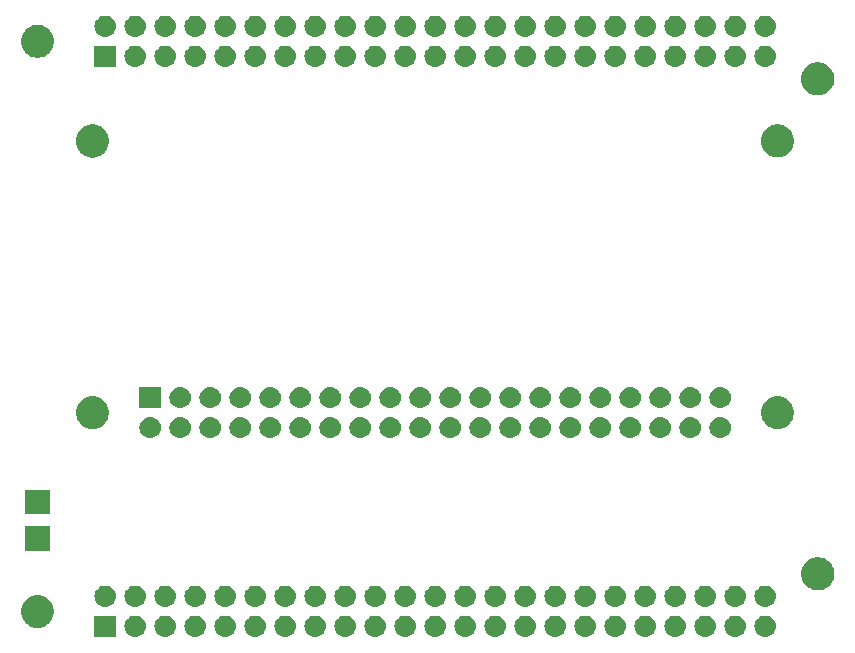
<source format=gbs>
%TF.GenerationSoftware,KiCad,Pcbnew,5.1.4-e60b266~84~ubuntu18.04.1*%
%TF.CreationDate,2019-12-31T08:18:33+01:00*%
%TF.ProjectId,clock-dashboard,636c6f63-6b2d-4646-9173-68626f617264,rev?*%
%TF.SameCoordinates,Original*%
%TF.FileFunction,Soldermask,Bot*%
%TF.FilePolarity,Negative*%
%FSLAX46Y46*%
G04 Gerber Fmt 4.6, Leading zero omitted, Abs format (unit mm)*
G04 Created by KiCad (PCBNEW 5.1.4-e60b266~84~ubuntu18.04.1) date 2019-12-31 08:18:33*
%MOMM*%
%LPD*%
G04 APERTURE LIST*
%ADD10C,0.100000*%
G04 APERTURE END LIST*
D10*
G36*
X184440442Y-111695518D02*
G01*
X184506627Y-111702037D01*
X184676466Y-111753557D01*
X184832991Y-111837222D01*
X184868729Y-111866552D01*
X184970186Y-111949814D01*
X185014344Y-112003622D01*
X185082778Y-112087009D01*
X185166443Y-112243534D01*
X185217963Y-112413373D01*
X185235359Y-112590000D01*
X185217963Y-112766627D01*
X185166443Y-112936466D01*
X185082778Y-113092991D01*
X185053448Y-113128729D01*
X184970186Y-113230186D01*
X184868729Y-113313448D01*
X184832991Y-113342778D01*
X184676466Y-113426443D01*
X184506627Y-113477963D01*
X184440442Y-113484482D01*
X184374260Y-113491000D01*
X184285740Y-113491000D01*
X184219558Y-113484482D01*
X184153373Y-113477963D01*
X183983534Y-113426443D01*
X183827009Y-113342778D01*
X183791271Y-113313448D01*
X183689814Y-113230186D01*
X183606552Y-113128729D01*
X183577222Y-113092991D01*
X183493557Y-112936466D01*
X183442037Y-112766627D01*
X183424641Y-112590000D01*
X183442037Y-112413373D01*
X183493557Y-112243534D01*
X183577222Y-112087009D01*
X183645656Y-112003622D01*
X183689814Y-111949814D01*
X183791271Y-111866552D01*
X183827009Y-111837222D01*
X183983534Y-111753557D01*
X184153373Y-111702037D01*
X184219558Y-111695518D01*
X184285740Y-111689000D01*
X184374260Y-111689000D01*
X184440442Y-111695518D01*
X184440442Y-111695518D01*
G37*
G36*
X156500442Y-111695518D02*
G01*
X156566627Y-111702037D01*
X156736466Y-111753557D01*
X156892991Y-111837222D01*
X156928729Y-111866552D01*
X157030186Y-111949814D01*
X157074344Y-112003622D01*
X157142778Y-112087009D01*
X157226443Y-112243534D01*
X157277963Y-112413373D01*
X157295359Y-112590000D01*
X157277963Y-112766627D01*
X157226443Y-112936466D01*
X157142778Y-113092991D01*
X157113448Y-113128729D01*
X157030186Y-113230186D01*
X156928729Y-113313448D01*
X156892991Y-113342778D01*
X156736466Y-113426443D01*
X156566627Y-113477963D01*
X156500442Y-113484482D01*
X156434260Y-113491000D01*
X156345740Y-113491000D01*
X156279558Y-113484482D01*
X156213373Y-113477963D01*
X156043534Y-113426443D01*
X155887009Y-113342778D01*
X155851271Y-113313448D01*
X155749814Y-113230186D01*
X155666552Y-113128729D01*
X155637222Y-113092991D01*
X155553557Y-112936466D01*
X155502037Y-112766627D01*
X155484641Y-112590000D01*
X155502037Y-112413373D01*
X155553557Y-112243534D01*
X155637222Y-112087009D01*
X155705656Y-112003622D01*
X155749814Y-111949814D01*
X155851271Y-111866552D01*
X155887009Y-111837222D01*
X156043534Y-111753557D01*
X156213373Y-111702037D01*
X156279558Y-111695518D01*
X156345740Y-111689000D01*
X156434260Y-111689000D01*
X156500442Y-111695518D01*
X156500442Y-111695518D01*
G37*
G36*
X129351000Y-113491000D02*
G01*
X127549000Y-113491000D01*
X127549000Y-111689000D01*
X129351000Y-111689000D01*
X129351000Y-113491000D01*
X129351000Y-113491000D01*
G37*
G36*
X131100442Y-111695518D02*
G01*
X131166627Y-111702037D01*
X131336466Y-111753557D01*
X131492991Y-111837222D01*
X131528729Y-111866552D01*
X131630186Y-111949814D01*
X131674344Y-112003622D01*
X131742778Y-112087009D01*
X131826443Y-112243534D01*
X131877963Y-112413373D01*
X131895359Y-112590000D01*
X131877963Y-112766627D01*
X131826443Y-112936466D01*
X131742778Y-113092991D01*
X131713448Y-113128729D01*
X131630186Y-113230186D01*
X131528729Y-113313448D01*
X131492991Y-113342778D01*
X131336466Y-113426443D01*
X131166627Y-113477963D01*
X131100442Y-113484482D01*
X131034260Y-113491000D01*
X130945740Y-113491000D01*
X130879558Y-113484482D01*
X130813373Y-113477963D01*
X130643534Y-113426443D01*
X130487009Y-113342778D01*
X130451271Y-113313448D01*
X130349814Y-113230186D01*
X130266552Y-113128729D01*
X130237222Y-113092991D01*
X130153557Y-112936466D01*
X130102037Y-112766627D01*
X130084641Y-112590000D01*
X130102037Y-112413373D01*
X130153557Y-112243534D01*
X130237222Y-112087009D01*
X130305656Y-112003622D01*
X130349814Y-111949814D01*
X130451271Y-111866552D01*
X130487009Y-111837222D01*
X130643534Y-111753557D01*
X130813373Y-111702037D01*
X130879558Y-111695518D01*
X130945740Y-111689000D01*
X131034260Y-111689000D01*
X131100442Y-111695518D01*
X131100442Y-111695518D01*
G37*
G36*
X133640442Y-111695518D02*
G01*
X133706627Y-111702037D01*
X133876466Y-111753557D01*
X134032991Y-111837222D01*
X134068729Y-111866552D01*
X134170186Y-111949814D01*
X134214344Y-112003622D01*
X134282778Y-112087009D01*
X134366443Y-112243534D01*
X134417963Y-112413373D01*
X134435359Y-112590000D01*
X134417963Y-112766627D01*
X134366443Y-112936466D01*
X134282778Y-113092991D01*
X134253448Y-113128729D01*
X134170186Y-113230186D01*
X134068729Y-113313448D01*
X134032991Y-113342778D01*
X133876466Y-113426443D01*
X133706627Y-113477963D01*
X133640442Y-113484482D01*
X133574260Y-113491000D01*
X133485740Y-113491000D01*
X133419558Y-113484482D01*
X133353373Y-113477963D01*
X133183534Y-113426443D01*
X133027009Y-113342778D01*
X132991271Y-113313448D01*
X132889814Y-113230186D01*
X132806552Y-113128729D01*
X132777222Y-113092991D01*
X132693557Y-112936466D01*
X132642037Y-112766627D01*
X132624641Y-112590000D01*
X132642037Y-112413373D01*
X132693557Y-112243534D01*
X132777222Y-112087009D01*
X132845656Y-112003622D01*
X132889814Y-111949814D01*
X132991271Y-111866552D01*
X133027009Y-111837222D01*
X133183534Y-111753557D01*
X133353373Y-111702037D01*
X133419558Y-111695518D01*
X133485740Y-111689000D01*
X133574260Y-111689000D01*
X133640442Y-111695518D01*
X133640442Y-111695518D01*
G37*
G36*
X136180442Y-111695518D02*
G01*
X136246627Y-111702037D01*
X136416466Y-111753557D01*
X136572991Y-111837222D01*
X136608729Y-111866552D01*
X136710186Y-111949814D01*
X136754344Y-112003622D01*
X136822778Y-112087009D01*
X136906443Y-112243534D01*
X136957963Y-112413373D01*
X136975359Y-112590000D01*
X136957963Y-112766627D01*
X136906443Y-112936466D01*
X136822778Y-113092991D01*
X136793448Y-113128729D01*
X136710186Y-113230186D01*
X136608729Y-113313448D01*
X136572991Y-113342778D01*
X136416466Y-113426443D01*
X136246627Y-113477963D01*
X136180442Y-113484482D01*
X136114260Y-113491000D01*
X136025740Y-113491000D01*
X135959558Y-113484482D01*
X135893373Y-113477963D01*
X135723534Y-113426443D01*
X135567009Y-113342778D01*
X135531271Y-113313448D01*
X135429814Y-113230186D01*
X135346552Y-113128729D01*
X135317222Y-113092991D01*
X135233557Y-112936466D01*
X135182037Y-112766627D01*
X135164641Y-112590000D01*
X135182037Y-112413373D01*
X135233557Y-112243534D01*
X135317222Y-112087009D01*
X135385656Y-112003622D01*
X135429814Y-111949814D01*
X135531271Y-111866552D01*
X135567009Y-111837222D01*
X135723534Y-111753557D01*
X135893373Y-111702037D01*
X135959558Y-111695518D01*
X136025740Y-111689000D01*
X136114260Y-111689000D01*
X136180442Y-111695518D01*
X136180442Y-111695518D01*
G37*
G36*
X138720442Y-111695518D02*
G01*
X138786627Y-111702037D01*
X138956466Y-111753557D01*
X139112991Y-111837222D01*
X139148729Y-111866552D01*
X139250186Y-111949814D01*
X139294344Y-112003622D01*
X139362778Y-112087009D01*
X139446443Y-112243534D01*
X139497963Y-112413373D01*
X139515359Y-112590000D01*
X139497963Y-112766627D01*
X139446443Y-112936466D01*
X139362778Y-113092991D01*
X139333448Y-113128729D01*
X139250186Y-113230186D01*
X139148729Y-113313448D01*
X139112991Y-113342778D01*
X138956466Y-113426443D01*
X138786627Y-113477963D01*
X138720442Y-113484482D01*
X138654260Y-113491000D01*
X138565740Y-113491000D01*
X138499558Y-113484482D01*
X138433373Y-113477963D01*
X138263534Y-113426443D01*
X138107009Y-113342778D01*
X138071271Y-113313448D01*
X137969814Y-113230186D01*
X137886552Y-113128729D01*
X137857222Y-113092991D01*
X137773557Y-112936466D01*
X137722037Y-112766627D01*
X137704641Y-112590000D01*
X137722037Y-112413373D01*
X137773557Y-112243534D01*
X137857222Y-112087009D01*
X137925656Y-112003622D01*
X137969814Y-111949814D01*
X138071271Y-111866552D01*
X138107009Y-111837222D01*
X138263534Y-111753557D01*
X138433373Y-111702037D01*
X138499558Y-111695518D01*
X138565740Y-111689000D01*
X138654260Y-111689000D01*
X138720442Y-111695518D01*
X138720442Y-111695518D01*
G37*
G36*
X141260442Y-111695518D02*
G01*
X141326627Y-111702037D01*
X141496466Y-111753557D01*
X141652991Y-111837222D01*
X141688729Y-111866552D01*
X141790186Y-111949814D01*
X141834344Y-112003622D01*
X141902778Y-112087009D01*
X141986443Y-112243534D01*
X142037963Y-112413373D01*
X142055359Y-112590000D01*
X142037963Y-112766627D01*
X141986443Y-112936466D01*
X141902778Y-113092991D01*
X141873448Y-113128729D01*
X141790186Y-113230186D01*
X141688729Y-113313448D01*
X141652991Y-113342778D01*
X141496466Y-113426443D01*
X141326627Y-113477963D01*
X141260442Y-113484482D01*
X141194260Y-113491000D01*
X141105740Y-113491000D01*
X141039558Y-113484482D01*
X140973373Y-113477963D01*
X140803534Y-113426443D01*
X140647009Y-113342778D01*
X140611271Y-113313448D01*
X140509814Y-113230186D01*
X140426552Y-113128729D01*
X140397222Y-113092991D01*
X140313557Y-112936466D01*
X140262037Y-112766627D01*
X140244641Y-112590000D01*
X140262037Y-112413373D01*
X140313557Y-112243534D01*
X140397222Y-112087009D01*
X140465656Y-112003622D01*
X140509814Y-111949814D01*
X140611271Y-111866552D01*
X140647009Y-111837222D01*
X140803534Y-111753557D01*
X140973373Y-111702037D01*
X141039558Y-111695518D01*
X141105740Y-111689000D01*
X141194260Y-111689000D01*
X141260442Y-111695518D01*
X141260442Y-111695518D01*
G37*
G36*
X143800442Y-111695518D02*
G01*
X143866627Y-111702037D01*
X144036466Y-111753557D01*
X144192991Y-111837222D01*
X144228729Y-111866552D01*
X144330186Y-111949814D01*
X144374344Y-112003622D01*
X144442778Y-112087009D01*
X144526443Y-112243534D01*
X144577963Y-112413373D01*
X144595359Y-112590000D01*
X144577963Y-112766627D01*
X144526443Y-112936466D01*
X144442778Y-113092991D01*
X144413448Y-113128729D01*
X144330186Y-113230186D01*
X144228729Y-113313448D01*
X144192991Y-113342778D01*
X144036466Y-113426443D01*
X143866627Y-113477963D01*
X143800442Y-113484482D01*
X143734260Y-113491000D01*
X143645740Y-113491000D01*
X143579558Y-113484482D01*
X143513373Y-113477963D01*
X143343534Y-113426443D01*
X143187009Y-113342778D01*
X143151271Y-113313448D01*
X143049814Y-113230186D01*
X142966552Y-113128729D01*
X142937222Y-113092991D01*
X142853557Y-112936466D01*
X142802037Y-112766627D01*
X142784641Y-112590000D01*
X142802037Y-112413373D01*
X142853557Y-112243534D01*
X142937222Y-112087009D01*
X143005656Y-112003622D01*
X143049814Y-111949814D01*
X143151271Y-111866552D01*
X143187009Y-111837222D01*
X143343534Y-111753557D01*
X143513373Y-111702037D01*
X143579558Y-111695518D01*
X143645740Y-111689000D01*
X143734260Y-111689000D01*
X143800442Y-111695518D01*
X143800442Y-111695518D01*
G37*
G36*
X146340442Y-111695518D02*
G01*
X146406627Y-111702037D01*
X146576466Y-111753557D01*
X146732991Y-111837222D01*
X146768729Y-111866552D01*
X146870186Y-111949814D01*
X146914344Y-112003622D01*
X146982778Y-112087009D01*
X147066443Y-112243534D01*
X147117963Y-112413373D01*
X147135359Y-112590000D01*
X147117963Y-112766627D01*
X147066443Y-112936466D01*
X146982778Y-113092991D01*
X146953448Y-113128729D01*
X146870186Y-113230186D01*
X146768729Y-113313448D01*
X146732991Y-113342778D01*
X146576466Y-113426443D01*
X146406627Y-113477963D01*
X146340442Y-113484482D01*
X146274260Y-113491000D01*
X146185740Y-113491000D01*
X146119558Y-113484482D01*
X146053373Y-113477963D01*
X145883534Y-113426443D01*
X145727009Y-113342778D01*
X145691271Y-113313448D01*
X145589814Y-113230186D01*
X145506552Y-113128729D01*
X145477222Y-113092991D01*
X145393557Y-112936466D01*
X145342037Y-112766627D01*
X145324641Y-112590000D01*
X145342037Y-112413373D01*
X145393557Y-112243534D01*
X145477222Y-112087009D01*
X145545656Y-112003622D01*
X145589814Y-111949814D01*
X145691271Y-111866552D01*
X145727009Y-111837222D01*
X145883534Y-111753557D01*
X146053373Y-111702037D01*
X146119558Y-111695518D01*
X146185740Y-111689000D01*
X146274260Y-111689000D01*
X146340442Y-111695518D01*
X146340442Y-111695518D01*
G37*
G36*
X148880442Y-111695518D02*
G01*
X148946627Y-111702037D01*
X149116466Y-111753557D01*
X149272991Y-111837222D01*
X149308729Y-111866552D01*
X149410186Y-111949814D01*
X149454344Y-112003622D01*
X149522778Y-112087009D01*
X149606443Y-112243534D01*
X149657963Y-112413373D01*
X149675359Y-112590000D01*
X149657963Y-112766627D01*
X149606443Y-112936466D01*
X149522778Y-113092991D01*
X149493448Y-113128729D01*
X149410186Y-113230186D01*
X149308729Y-113313448D01*
X149272991Y-113342778D01*
X149116466Y-113426443D01*
X148946627Y-113477963D01*
X148880442Y-113484482D01*
X148814260Y-113491000D01*
X148725740Y-113491000D01*
X148659558Y-113484482D01*
X148593373Y-113477963D01*
X148423534Y-113426443D01*
X148267009Y-113342778D01*
X148231271Y-113313448D01*
X148129814Y-113230186D01*
X148046552Y-113128729D01*
X148017222Y-113092991D01*
X147933557Y-112936466D01*
X147882037Y-112766627D01*
X147864641Y-112590000D01*
X147882037Y-112413373D01*
X147933557Y-112243534D01*
X148017222Y-112087009D01*
X148085656Y-112003622D01*
X148129814Y-111949814D01*
X148231271Y-111866552D01*
X148267009Y-111837222D01*
X148423534Y-111753557D01*
X148593373Y-111702037D01*
X148659558Y-111695518D01*
X148725740Y-111689000D01*
X148814260Y-111689000D01*
X148880442Y-111695518D01*
X148880442Y-111695518D01*
G37*
G36*
X151420442Y-111695518D02*
G01*
X151486627Y-111702037D01*
X151656466Y-111753557D01*
X151812991Y-111837222D01*
X151848729Y-111866552D01*
X151950186Y-111949814D01*
X151994344Y-112003622D01*
X152062778Y-112087009D01*
X152146443Y-112243534D01*
X152197963Y-112413373D01*
X152215359Y-112590000D01*
X152197963Y-112766627D01*
X152146443Y-112936466D01*
X152062778Y-113092991D01*
X152033448Y-113128729D01*
X151950186Y-113230186D01*
X151848729Y-113313448D01*
X151812991Y-113342778D01*
X151656466Y-113426443D01*
X151486627Y-113477963D01*
X151420442Y-113484482D01*
X151354260Y-113491000D01*
X151265740Y-113491000D01*
X151199558Y-113484482D01*
X151133373Y-113477963D01*
X150963534Y-113426443D01*
X150807009Y-113342778D01*
X150771271Y-113313448D01*
X150669814Y-113230186D01*
X150586552Y-113128729D01*
X150557222Y-113092991D01*
X150473557Y-112936466D01*
X150422037Y-112766627D01*
X150404641Y-112590000D01*
X150422037Y-112413373D01*
X150473557Y-112243534D01*
X150557222Y-112087009D01*
X150625656Y-112003622D01*
X150669814Y-111949814D01*
X150771271Y-111866552D01*
X150807009Y-111837222D01*
X150963534Y-111753557D01*
X151133373Y-111702037D01*
X151199558Y-111695518D01*
X151265740Y-111689000D01*
X151354260Y-111689000D01*
X151420442Y-111695518D01*
X151420442Y-111695518D01*
G37*
G36*
X159040442Y-111695518D02*
G01*
X159106627Y-111702037D01*
X159276466Y-111753557D01*
X159432991Y-111837222D01*
X159468729Y-111866552D01*
X159570186Y-111949814D01*
X159614344Y-112003622D01*
X159682778Y-112087009D01*
X159766443Y-112243534D01*
X159817963Y-112413373D01*
X159835359Y-112590000D01*
X159817963Y-112766627D01*
X159766443Y-112936466D01*
X159682778Y-113092991D01*
X159653448Y-113128729D01*
X159570186Y-113230186D01*
X159468729Y-113313448D01*
X159432991Y-113342778D01*
X159276466Y-113426443D01*
X159106627Y-113477963D01*
X159040442Y-113484482D01*
X158974260Y-113491000D01*
X158885740Y-113491000D01*
X158819558Y-113484482D01*
X158753373Y-113477963D01*
X158583534Y-113426443D01*
X158427009Y-113342778D01*
X158391271Y-113313448D01*
X158289814Y-113230186D01*
X158206552Y-113128729D01*
X158177222Y-113092991D01*
X158093557Y-112936466D01*
X158042037Y-112766627D01*
X158024641Y-112590000D01*
X158042037Y-112413373D01*
X158093557Y-112243534D01*
X158177222Y-112087009D01*
X158245656Y-112003622D01*
X158289814Y-111949814D01*
X158391271Y-111866552D01*
X158427009Y-111837222D01*
X158583534Y-111753557D01*
X158753373Y-111702037D01*
X158819558Y-111695518D01*
X158885740Y-111689000D01*
X158974260Y-111689000D01*
X159040442Y-111695518D01*
X159040442Y-111695518D01*
G37*
G36*
X161580442Y-111695518D02*
G01*
X161646627Y-111702037D01*
X161816466Y-111753557D01*
X161972991Y-111837222D01*
X162008729Y-111866552D01*
X162110186Y-111949814D01*
X162154344Y-112003622D01*
X162222778Y-112087009D01*
X162306443Y-112243534D01*
X162357963Y-112413373D01*
X162375359Y-112590000D01*
X162357963Y-112766627D01*
X162306443Y-112936466D01*
X162222778Y-113092991D01*
X162193448Y-113128729D01*
X162110186Y-113230186D01*
X162008729Y-113313448D01*
X161972991Y-113342778D01*
X161816466Y-113426443D01*
X161646627Y-113477963D01*
X161580442Y-113484482D01*
X161514260Y-113491000D01*
X161425740Y-113491000D01*
X161359558Y-113484482D01*
X161293373Y-113477963D01*
X161123534Y-113426443D01*
X160967009Y-113342778D01*
X160931271Y-113313448D01*
X160829814Y-113230186D01*
X160746552Y-113128729D01*
X160717222Y-113092991D01*
X160633557Y-112936466D01*
X160582037Y-112766627D01*
X160564641Y-112590000D01*
X160582037Y-112413373D01*
X160633557Y-112243534D01*
X160717222Y-112087009D01*
X160785656Y-112003622D01*
X160829814Y-111949814D01*
X160931271Y-111866552D01*
X160967009Y-111837222D01*
X161123534Y-111753557D01*
X161293373Y-111702037D01*
X161359558Y-111695518D01*
X161425740Y-111689000D01*
X161514260Y-111689000D01*
X161580442Y-111695518D01*
X161580442Y-111695518D01*
G37*
G36*
X164120442Y-111695518D02*
G01*
X164186627Y-111702037D01*
X164356466Y-111753557D01*
X164512991Y-111837222D01*
X164548729Y-111866552D01*
X164650186Y-111949814D01*
X164694344Y-112003622D01*
X164762778Y-112087009D01*
X164846443Y-112243534D01*
X164897963Y-112413373D01*
X164915359Y-112590000D01*
X164897963Y-112766627D01*
X164846443Y-112936466D01*
X164762778Y-113092991D01*
X164733448Y-113128729D01*
X164650186Y-113230186D01*
X164548729Y-113313448D01*
X164512991Y-113342778D01*
X164356466Y-113426443D01*
X164186627Y-113477963D01*
X164120442Y-113484482D01*
X164054260Y-113491000D01*
X163965740Y-113491000D01*
X163899558Y-113484482D01*
X163833373Y-113477963D01*
X163663534Y-113426443D01*
X163507009Y-113342778D01*
X163471271Y-113313448D01*
X163369814Y-113230186D01*
X163286552Y-113128729D01*
X163257222Y-113092991D01*
X163173557Y-112936466D01*
X163122037Y-112766627D01*
X163104641Y-112590000D01*
X163122037Y-112413373D01*
X163173557Y-112243534D01*
X163257222Y-112087009D01*
X163325656Y-112003622D01*
X163369814Y-111949814D01*
X163471271Y-111866552D01*
X163507009Y-111837222D01*
X163663534Y-111753557D01*
X163833373Y-111702037D01*
X163899558Y-111695518D01*
X163965740Y-111689000D01*
X164054260Y-111689000D01*
X164120442Y-111695518D01*
X164120442Y-111695518D01*
G37*
G36*
X166660442Y-111695518D02*
G01*
X166726627Y-111702037D01*
X166896466Y-111753557D01*
X167052991Y-111837222D01*
X167088729Y-111866552D01*
X167190186Y-111949814D01*
X167234344Y-112003622D01*
X167302778Y-112087009D01*
X167386443Y-112243534D01*
X167437963Y-112413373D01*
X167455359Y-112590000D01*
X167437963Y-112766627D01*
X167386443Y-112936466D01*
X167302778Y-113092991D01*
X167273448Y-113128729D01*
X167190186Y-113230186D01*
X167088729Y-113313448D01*
X167052991Y-113342778D01*
X166896466Y-113426443D01*
X166726627Y-113477963D01*
X166660442Y-113484482D01*
X166594260Y-113491000D01*
X166505740Y-113491000D01*
X166439558Y-113484482D01*
X166373373Y-113477963D01*
X166203534Y-113426443D01*
X166047009Y-113342778D01*
X166011271Y-113313448D01*
X165909814Y-113230186D01*
X165826552Y-113128729D01*
X165797222Y-113092991D01*
X165713557Y-112936466D01*
X165662037Y-112766627D01*
X165644641Y-112590000D01*
X165662037Y-112413373D01*
X165713557Y-112243534D01*
X165797222Y-112087009D01*
X165865656Y-112003622D01*
X165909814Y-111949814D01*
X166011271Y-111866552D01*
X166047009Y-111837222D01*
X166203534Y-111753557D01*
X166373373Y-111702037D01*
X166439558Y-111695518D01*
X166505740Y-111689000D01*
X166594260Y-111689000D01*
X166660442Y-111695518D01*
X166660442Y-111695518D01*
G37*
G36*
X169200442Y-111695518D02*
G01*
X169266627Y-111702037D01*
X169436466Y-111753557D01*
X169592991Y-111837222D01*
X169628729Y-111866552D01*
X169730186Y-111949814D01*
X169774344Y-112003622D01*
X169842778Y-112087009D01*
X169926443Y-112243534D01*
X169977963Y-112413373D01*
X169995359Y-112590000D01*
X169977963Y-112766627D01*
X169926443Y-112936466D01*
X169842778Y-113092991D01*
X169813448Y-113128729D01*
X169730186Y-113230186D01*
X169628729Y-113313448D01*
X169592991Y-113342778D01*
X169436466Y-113426443D01*
X169266627Y-113477963D01*
X169200442Y-113484482D01*
X169134260Y-113491000D01*
X169045740Y-113491000D01*
X168979558Y-113484482D01*
X168913373Y-113477963D01*
X168743534Y-113426443D01*
X168587009Y-113342778D01*
X168551271Y-113313448D01*
X168449814Y-113230186D01*
X168366552Y-113128729D01*
X168337222Y-113092991D01*
X168253557Y-112936466D01*
X168202037Y-112766627D01*
X168184641Y-112590000D01*
X168202037Y-112413373D01*
X168253557Y-112243534D01*
X168337222Y-112087009D01*
X168405656Y-112003622D01*
X168449814Y-111949814D01*
X168551271Y-111866552D01*
X168587009Y-111837222D01*
X168743534Y-111753557D01*
X168913373Y-111702037D01*
X168979558Y-111695518D01*
X169045740Y-111689000D01*
X169134260Y-111689000D01*
X169200442Y-111695518D01*
X169200442Y-111695518D01*
G37*
G36*
X171740442Y-111695518D02*
G01*
X171806627Y-111702037D01*
X171976466Y-111753557D01*
X172132991Y-111837222D01*
X172168729Y-111866552D01*
X172270186Y-111949814D01*
X172314344Y-112003622D01*
X172382778Y-112087009D01*
X172466443Y-112243534D01*
X172517963Y-112413373D01*
X172535359Y-112590000D01*
X172517963Y-112766627D01*
X172466443Y-112936466D01*
X172382778Y-113092991D01*
X172353448Y-113128729D01*
X172270186Y-113230186D01*
X172168729Y-113313448D01*
X172132991Y-113342778D01*
X171976466Y-113426443D01*
X171806627Y-113477963D01*
X171740442Y-113484482D01*
X171674260Y-113491000D01*
X171585740Y-113491000D01*
X171519558Y-113484482D01*
X171453373Y-113477963D01*
X171283534Y-113426443D01*
X171127009Y-113342778D01*
X171091271Y-113313448D01*
X170989814Y-113230186D01*
X170906552Y-113128729D01*
X170877222Y-113092991D01*
X170793557Y-112936466D01*
X170742037Y-112766627D01*
X170724641Y-112590000D01*
X170742037Y-112413373D01*
X170793557Y-112243534D01*
X170877222Y-112087009D01*
X170945656Y-112003622D01*
X170989814Y-111949814D01*
X171091271Y-111866552D01*
X171127009Y-111837222D01*
X171283534Y-111753557D01*
X171453373Y-111702037D01*
X171519558Y-111695518D01*
X171585740Y-111689000D01*
X171674260Y-111689000D01*
X171740442Y-111695518D01*
X171740442Y-111695518D01*
G37*
G36*
X174280442Y-111695518D02*
G01*
X174346627Y-111702037D01*
X174516466Y-111753557D01*
X174672991Y-111837222D01*
X174708729Y-111866552D01*
X174810186Y-111949814D01*
X174854344Y-112003622D01*
X174922778Y-112087009D01*
X175006443Y-112243534D01*
X175057963Y-112413373D01*
X175075359Y-112590000D01*
X175057963Y-112766627D01*
X175006443Y-112936466D01*
X174922778Y-113092991D01*
X174893448Y-113128729D01*
X174810186Y-113230186D01*
X174708729Y-113313448D01*
X174672991Y-113342778D01*
X174516466Y-113426443D01*
X174346627Y-113477963D01*
X174280442Y-113484482D01*
X174214260Y-113491000D01*
X174125740Y-113491000D01*
X174059558Y-113484482D01*
X173993373Y-113477963D01*
X173823534Y-113426443D01*
X173667009Y-113342778D01*
X173631271Y-113313448D01*
X173529814Y-113230186D01*
X173446552Y-113128729D01*
X173417222Y-113092991D01*
X173333557Y-112936466D01*
X173282037Y-112766627D01*
X173264641Y-112590000D01*
X173282037Y-112413373D01*
X173333557Y-112243534D01*
X173417222Y-112087009D01*
X173485656Y-112003622D01*
X173529814Y-111949814D01*
X173631271Y-111866552D01*
X173667009Y-111837222D01*
X173823534Y-111753557D01*
X173993373Y-111702037D01*
X174059558Y-111695518D01*
X174125740Y-111689000D01*
X174214260Y-111689000D01*
X174280442Y-111695518D01*
X174280442Y-111695518D01*
G37*
G36*
X176820442Y-111695518D02*
G01*
X176886627Y-111702037D01*
X177056466Y-111753557D01*
X177212991Y-111837222D01*
X177248729Y-111866552D01*
X177350186Y-111949814D01*
X177394344Y-112003622D01*
X177462778Y-112087009D01*
X177546443Y-112243534D01*
X177597963Y-112413373D01*
X177615359Y-112590000D01*
X177597963Y-112766627D01*
X177546443Y-112936466D01*
X177462778Y-113092991D01*
X177433448Y-113128729D01*
X177350186Y-113230186D01*
X177248729Y-113313448D01*
X177212991Y-113342778D01*
X177056466Y-113426443D01*
X176886627Y-113477963D01*
X176820442Y-113484482D01*
X176754260Y-113491000D01*
X176665740Y-113491000D01*
X176599558Y-113484482D01*
X176533373Y-113477963D01*
X176363534Y-113426443D01*
X176207009Y-113342778D01*
X176171271Y-113313448D01*
X176069814Y-113230186D01*
X175986552Y-113128729D01*
X175957222Y-113092991D01*
X175873557Y-112936466D01*
X175822037Y-112766627D01*
X175804641Y-112590000D01*
X175822037Y-112413373D01*
X175873557Y-112243534D01*
X175957222Y-112087009D01*
X176025656Y-112003622D01*
X176069814Y-111949814D01*
X176171271Y-111866552D01*
X176207009Y-111837222D01*
X176363534Y-111753557D01*
X176533373Y-111702037D01*
X176599558Y-111695518D01*
X176665740Y-111689000D01*
X176754260Y-111689000D01*
X176820442Y-111695518D01*
X176820442Y-111695518D01*
G37*
G36*
X179360442Y-111695518D02*
G01*
X179426627Y-111702037D01*
X179596466Y-111753557D01*
X179752991Y-111837222D01*
X179788729Y-111866552D01*
X179890186Y-111949814D01*
X179934344Y-112003622D01*
X180002778Y-112087009D01*
X180086443Y-112243534D01*
X180137963Y-112413373D01*
X180155359Y-112590000D01*
X180137963Y-112766627D01*
X180086443Y-112936466D01*
X180002778Y-113092991D01*
X179973448Y-113128729D01*
X179890186Y-113230186D01*
X179788729Y-113313448D01*
X179752991Y-113342778D01*
X179596466Y-113426443D01*
X179426627Y-113477963D01*
X179360442Y-113484482D01*
X179294260Y-113491000D01*
X179205740Y-113491000D01*
X179139558Y-113484482D01*
X179073373Y-113477963D01*
X178903534Y-113426443D01*
X178747009Y-113342778D01*
X178711271Y-113313448D01*
X178609814Y-113230186D01*
X178526552Y-113128729D01*
X178497222Y-113092991D01*
X178413557Y-112936466D01*
X178362037Y-112766627D01*
X178344641Y-112590000D01*
X178362037Y-112413373D01*
X178413557Y-112243534D01*
X178497222Y-112087009D01*
X178565656Y-112003622D01*
X178609814Y-111949814D01*
X178711271Y-111866552D01*
X178747009Y-111837222D01*
X178903534Y-111753557D01*
X179073373Y-111702037D01*
X179139558Y-111695518D01*
X179205740Y-111689000D01*
X179294260Y-111689000D01*
X179360442Y-111695518D01*
X179360442Y-111695518D01*
G37*
G36*
X181900442Y-111695518D02*
G01*
X181966627Y-111702037D01*
X182136466Y-111753557D01*
X182292991Y-111837222D01*
X182328729Y-111866552D01*
X182430186Y-111949814D01*
X182474344Y-112003622D01*
X182542778Y-112087009D01*
X182626443Y-112243534D01*
X182677963Y-112413373D01*
X182695359Y-112590000D01*
X182677963Y-112766627D01*
X182626443Y-112936466D01*
X182542778Y-113092991D01*
X182513448Y-113128729D01*
X182430186Y-113230186D01*
X182328729Y-113313448D01*
X182292991Y-113342778D01*
X182136466Y-113426443D01*
X181966627Y-113477963D01*
X181900442Y-113484482D01*
X181834260Y-113491000D01*
X181745740Y-113491000D01*
X181679558Y-113484482D01*
X181613373Y-113477963D01*
X181443534Y-113426443D01*
X181287009Y-113342778D01*
X181251271Y-113313448D01*
X181149814Y-113230186D01*
X181066552Y-113128729D01*
X181037222Y-113092991D01*
X180953557Y-112936466D01*
X180902037Y-112766627D01*
X180884641Y-112590000D01*
X180902037Y-112413373D01*
X180953557Y-112243534D01*
X181037222Y-112087009D01*
X181105656Y-112003622D01*
X181149814Y-111949814D01*
X181251271Y-111866552D01*
X181287009Y-111837222D01*
X181443534Y-111753557D01*
X181613373Y-111702037D01*
X181679558Y-111695518D01*
X181745740Y-111689000D01*
X181834260Y-111689000D01*
X181900442Y-111695518D01*
X181900442Y-111695518D01*
G37*
G36*
X153960442Y-111695518D02*
G01*
X154026627Y-111702037D01*
X154196466Y-111753557D01*
X154352991Y-111837222D01*
X154388729Y-111866552D01*
X154490186Y-111949814D01*
X154534344Y-112003622D01*
X154602778Y-112087009D01*
X154686443Y-112243534D01*
X154737963Y-112413373D01*
X154755359Y-112590000D01*
X154737963Y-112766627D01*
X154686443Y-112936466D01*
X154602778Y-113092991D01*
X154573448Y-113128729D01*
X154490186Y-113230186D01*
X154388729Y-113313448D01*
X154352991Y-113342778D01*
X154196466Y-113426443D01*
X154026627Y-113477963D01*
X153960442Y-113484482D01*
X153894260Y-113491000D01*
X153805740Y-113491000D01*
X153739558Y-113484482D01*
X153673373Y-113477963D01*
X153503534Y-113426443D01*
X153347009Y-113342778D01*
X153311271Y-113313448D01*
X153209814Y-113230186D01*
X153126552Y-113128729D01*
X153097222Y-113092991D01*
X153013557Y-112936466D01*
X152962037Y-112766627D01*
X152944641Y-112590000D01*
X152962037Y-112413373D01*
X153013557Y-112243534D01*
X153097222Y-112087009D01*
X153165656Y-112003622D01*
X153209814Y-111949814D01*
X153311271Y-111866552D01*
X153347009Y-111837222D01*
X153503534Y-111753557D01*
X153673373Y-111702037D01*
X153739558Y-111695518D01*
X153805740Y-111689000D01*
X153894260Y-111689000D01*
X153960442Y-111695518D01*
X153960442Y-111695518D01*
G37*
G36*
X123048433Y-109974893D02*
G01*
X123138657Y-109992839D01*
X123244267Y-110036585D01*
X123393621Y-110098449D01*
X123393622Y-110098450D01*
X123623086Y-110251772D01*
X123818228Y-110446914D01*
X123889106Y-110552991D01*
X123971551Y-110676379D01*
X123977270Y-110690186D01*
X124058563Y-110886443D01*
X124077161Y-110931344D01*
X124131000Y-111202012D01*
X124131000Y-111477988D01*
X124077161Y-111748656D01*
X123971551Y-112003621D01*
X123971550Y-112003622D01*
X123818228Y-112233086D01*
X123623086Y-112428228D01*
X123469763Y-112530675D01*
X123393621Y-112581551D01*
X123244267Y-112643415D01*
X123138657Y-112687161D01*
X123048433Y-112705107D01*
X122867988Y-112741000D01*
X122592012Y-112741000D01*
X122411567Y-112705107D01*
X122321343Y-112687161D01*
X122215733Y-112643415D01*
X122066379Y-112581551D01*
X121990237Y-112530675D01*
X121836914Y-112428228D01*
X121641772Y-112233086D01*
X121488450Y-112003622D01*
X121488449Y-112003621D01*
X121382839Y-111748656D01*
X121329000Y-111477988D01*
X121329000Y-111202012D01*
X121382839Y-110931344D01*
X121401438Y-110886443D01*
X121482730Y-110690186D01*
X121488449Y-110676379D01*
X121570894Y-110552991D01*
X121641772Y-110446914D01*
X121836914Y-110251772D01*
X122066378Y-110098450D01*
X122066379Y-110098449D01*
X122215733Y-110036585D01*
X122321343Y-109992839D01*
X122411567Y-109974893D01*
X122592012Y-109939000D01*
X122867988Y-109939000D01*
X123048433Y-109974893D01*
X123048433Y-109974893D01*
G37*
G36*
X153960442Y-109155518D02*
G01*
X154026627Y-109162037D01*
X154196466Y-109213557D01*
X154352991Y-109297222D01*
X154388729Y-109326552D01*
X154490186Y-109409814D01*
X154561869Y-109497161D01*
X154602778Y-109547009D01*
X154686443Y-109703534D01*
X154737963Y-109873373D01*
X154755359Y-110050000D01*
X154737963Y-110226627D01*
X154686443Y-110396466D01*
X154602778Y-110552991D01*
X154573448Y-110588729D01*
X154490186Y-110690186D01*
X154388729Y-110773448D01*
X154352991Y-110802778D01*
X154196466Y-110886443D01*
X154026627Y-110937963D01*
X153960442Y-110944482D01*
X153894260Y-110951000D01*
X153805740Y-110951000D01*
X153739558Y-110944482D01*
X153673373Y-110937963D01*
X153503534Y-110886443D01*
X153347009Y-110802778D01*
X153311271Y-110773448D01*
X153209814Y-110690186D01*
X153126552Y-110588729D01*
X153097222Y-110552991D01*
X153013557Y-110396466D01*
X152962037Y-110226627D01*
X152944641Y-110050000D01*
X152962037Y-109873373D01*
X153013557Y-109703534D01*
X153097222Y-109547009D01*
X153138131Y-109497161D01*
X153209814Y-109409814D01*
X153311271Y-109326552D01*
X153347009Y-109297222D01*
X153503534Y-109213557D01*
X153673373Y-109162037D01*
X153739558Y-109155518D01*
X153805740Y-109149000D01*
X153894260Y-109149000D01*
X153960442Y-109155518D01*
X153960442Y-109155518D01*
G37*
G36*
X159040442Y-109155518D02*
G01*
X159106627Y-109162037D01*
X159276466Y-109213557D01*
X159432991Y-109297222D01*
X159468729Y-109326552D01*
X159570186Y-109409814D01*
X159641869Y-109497161D01*
X159682778Y-109547009D01*
X159766443Y-109703534D01*
X159817963Y-109873373D01*
X159835359Y-110050000D01*
X159817963Y-110226627D01*
X159766443Y-110396466D01*
X159682778Y-110552991D01*
X159653448Y-110588729D01*
X159570186Y-110690186D01*
X159468729Y-110773448D01*
X159432991Y-110802778D01*
X159276466Y-110886443D01*
X159106627Y-110937963D01*
X159040442Y-110944482D01*
X158974260Y-110951000D01*
X158885740Y-110951000D01*
X158819558Y-110944482D01*
X158753373Y-110937963D01*
X158583534Y-110886443D01*
X158427009Y-110802778D01*
X158391271Y-110773448D01*
X158289814Y-110690186D01*
X158206552Y-110588729D01*
X158177222Y-110552991D01*
X158093557Y-110396466D01*
X158042037Y-110226627D01*
X158024641Y-110050000D01*
X158042037Y-109873373D01*
X158093557Y-109703534D01*
X158177222Y-109547009D01*
X158218131Y-109497161D01*
X158289814Y-109409814D01*
X158391271Y-109326552D01*
X158427009Y-109297222D01*
X158583534Y-109213557D01*
X158753373Y-109162037D01*
X158819558Y-109155518D01*
X158885740Y-109149000D01*
X158974260Y-109149000D01*
X159040442Y-109155518D01*
X159040442Y-109155518D01*
G37*
G36*
X151420442Y-109155518D02*
G01*
X151486627Y-109162037D01*
X151656466Y-109213557D01*
X151812991Y-109297222D01*
X151848729Y-109326552D01*
X151950186Y-109409814D01*
X152021869Y-109497161D01*
X152062778Y-109547009D01*
X152146443Y-109703534D01*
X152197963Y-109873373D01*
X152215359Y-110050000D01*
X152197963Y-110226627D01*
X152146443Y-110396466D01*
X152062778Y-110552991D01*
X152033448Y-110588729D01*
X151950186Y-110690186D01*
X151848729Y-110773448D01*
X151812991Y-110802778D01*
X151656466Y-110886443D01*
X151486627Y-110937963D01*
X151420442Y-110944482D01*
X151354260Y-110951000D01*
X151265740Y-110951000D01*
X151199558Y-110944482D01*
X151133373Y-110937963D01*
X150963534Y-110886443D01*
X150807009Y-110802778D01*
X150771271Y-110773448D01*
X150669814Y-110690186D01*
X150586552Y-110588729D01*
X150557222Y-110552991D01*
X150473557Y-110396466D01*
X150422037Y-110226627D01*
X150404641Y-110050000D01*
X150422037Y-109873373D01*
X150473557Y-109703534D01*
X150557222Y-109547009D01*
X150598131Y-109497161D01*
X150669814Y-109409814D01*
X150771271Y-109326552D01*
X150807009Y-109297222D01*
X150963534Y-109213557D01*
X151133373Y-109162037D01*
X151199558Y-109155518D01*
X151265740Y-109149000D01*
X151354260Y-109149000D01*
X151420442Y-109155518D01*
X151420442Y-109155518D01*
G37*
G36*
X161580442Y-109155518D02*
G01*
X161646627Y-109162037D01*
X161816466Y-109213557D01*
X161972991Y-109297222D01*
X162008729Y-109326552D01*
X162110186Y-109409814D01*
X162181869Y-109497161D01*
X162222778Y-109547009D01*
X162306443Y-109703534D01*
X162357963Y-109873373D01*
X162375359Y-110050000D01*
X162357963Y-110226627D01*
X162306443Y-110396466D01*
X162222778Y-110552991D01*
X162193448Y-110588729D01*
X162110186Y-110690186D01*
X162008729Y-110773448D01*
X161972991Y-110802778D01*
X161816466Y-110886443D01*
X161646627Y-110937963D01*
X161580442Y-110944482D01*
X161514260Y-110951000D01*
X161425740Y-110951000D01*
X161359558Y-110944482D01*
X161293373Y-110937963D01*
X161123534Y-110886443D01*
X160967009Y-110802778D01*
X160931271Y-110773448D01*
X160829814Y-110690186D01*
X160746552Y-110588729D01*
X160717222Y-110552991D01*
X160633557Y-110396466D01*
X160582037Y-110226627D01*
X160564641Y-110050000D01*
X160582037Y-109873373D01*
X160633557Y-109703534D01*
X160717222Y-109547009D01*
X160758131Y-109497161D01*
X160829814Y-109409814D01*
X160931271Y-109326552D01*
X160967009Y-109297222D01*
X161123534Y-109213557D01*
X161293373Y-109162037D01*
X161359558Y-109155518D01*
X161425740Y-109149000D01*
X161514260Y-109149000D01*
X161580442Y-109155518D01*
X161580442Y-109155518D01*
G37*
G36*
X148880442Y-109155518D02*
G01*
X148946627Y-109162037D01*
X149116466Y-109213557D01*
X149272991Y-109297222D01*
X149308729Y-109326552D01*
X149410186Y-109409814D01*
X149481869Y-109497161D01*
X149522778Y-109547009D01*
X149606443Y-109703534D01*
X149657963Y-109873373D01*
X149675359Y-110050000D01*
X149657963Y-110226627D01*
X149606443Y-110396466D01*
X149522778Y-110552991D01*
X149493448Y-110588729D01*
X149410186Y-110690186D01*
X149308729Y-110773448D01*
X149272991Y-110802778D01*
X149116466Y-110886443D01*
X148946627Y-110937963D01*
X148880442Y-110944482D01*
X148814260Y-110951000D01*
X148725740Y-110951000D01*
X148659558Y-110944482D01*
X148593373Y-110937963D01*
X148423534Y-110886443D01*
X148267009Y-110802778D01*
X148231271Y-110773448D01*
X148129814Y-110690186D01*
X148046552Y-110588729D01*
X148017222Y-110552991D01*
X147933557Y-110396466D01*
X147882037Y-110226627D01*
X147864641Y-110050000D01*
X147882037Y-109873373D01*
X147933557Y-109703534D01*
X148017222Y-109547009D01*
X148058131Y-109497161D01*
X148129814Y-109409814D01*
X148231271Y-109326552D01*
X148267009Y-109297222D01*
X148423534Y-109213557D01*
X148593373Y-109162037D01*
X148659558Y-109155518D01*
X148725740Y-109149000D01*
X148814260Y-109149000D01*
X148880442Y-109155518D01*
X148880442Y-109155518D01*
G37*
G36*
X164120442Y-109155518D02*
G01*
X164186627Y-109162037D01*
X164356466Y-109213557D01*
X164512991Y-109297222D01*
X164548729Y-109326552D01*
X164650186Y-109409814D01*
X164721869Y-109497161D01*
X164762778Y-109547009D01*
X164846443Y-109703534D01*
X164897963Y-109873373D01*
X164915359Y-110050000D01*
X164897963Y-110226627D01*
X164846443Y-110396466D01*
X164762778Y-110552991D01*
X164733448Y-110588729D01*
X164650186Y-110690186D01*
X164548729Y-110773448D01*
X164512991Y-110802778D01*
X164356466Y-110886443D01*
X164186627Y-110937963D01*
X164120442Y-110944482D01*
X164054260Y-110951000D01*
X163965740Y-110951000D01*
X163899558Y-110944482D01*
X163833373Y-110937963D01*
X163663534Y-110886443D01*
X163507009Y-110802778D01*
X163471271Y-110773448D01*
X163369814Y-110690186D01*
X163286552Y-110588729D01*
X163257222Y-110552991D01*
X163173557Y-110396466D01*
X163122037Y-110226627D01*
X163104641Y-110050000D01*
X163122037Y-109873373D01*
X163173557Y-109703534D01*
X163257222Y-109547009D01*
X163298131Y-109497161D01*
X163369814Y-109409814D01*
X163471271Y-109326552D01*
X163507009Y-109297222D01*
X163663534Y-109213557D01*
X163833373Y-109162037D01*
X163899558Y-109155518D01*
X163965740Y-109149000D01*
X164054260Y-109149000D01*
X164120442Y-109155518D01*
X164120442Y-109155518D01*
G37*
G36*
X146340442Y-109155518D02*
G01*
X146406627Y-109162037D01*
X146576466Y-109213557D01*
X146732991Y-109297222D01*
X146768729Y-109326552D01*
X146870186Y-109409814D01*
X146941869Y-109497161D01*
X146982778Y-109547009D01*
X147066443Y-109703534D01*
X147117963Y-109873373D01*
X147135359Y-110050000D01*
X147117963Y-110226627D01*
X147066443Y-110396466D01*
X146982778Y-110552991D01*
X146953448Y-110588729D01*
X146870186Y-110690186D01*
X146768729Y-110773448D01*
X146732991Y-110802778D01*
X146576466Y-110886443D01*
X146406627Y-110937963D01*
X146340442Y-110944482D01*
X146274260Y-110951000D01*
X146185740Y-110951000D01*
X146119558Y-110944482D01*
X146053373Y-110937963D01*
X145883534Y-110886443D01*
X145727009Y-110802778D01*
X145691271Y-110773448D01*
X145589814Y-110690186D01*
X145506552Y-110588729D01*
X145477222Y-110552991D01*
X145393557Y-110396466D01*
X145342037Y-110226627D01*
X145324641Y-110050000D01*
X145342037Y-109873373D01*
X145393557Y-109703534D01*
X145477222Y-109547009D01*
X145518131Y-109497161D01*
X145589814Y-109409814D01*
X145691271Y-109326552D01*
X145727009Y-109297222D01*
X145883534Y-109213557D01*
X146053373Y-109162037D01*
X146119558Y-109155518D01*
X146185740Y-109149000D01*
X146274260Y-109149000D01*
X146340442Y-109155518D01*
X146340442Y-109155518D01*
G37*
G36*
X166660442Y-109155518D02*
G01*
X166726627Y-109162037D01*
X166896466Y-109213557D01*
X167052991Y-109297222D01*
X167088729Y-109326552D01*
X167190186Y-109409814D01*
X167261869Y-109497161D01*
X167302778Y-109547009D01*
X167386443Y-109703534D01*
X167437963Y-109873373D01*
X167455359Y-110050000D01*
X167437963Y-110226627D01*
X167386443Y-110396466D01*
X167302778Y-110552991D01*
X167273448Y-110588729D01*
X167190186Y-110690186D01*
X167088729Y-110773448D01*
X167052991Y-110802778D01*
X166896466Y-110886443D01*
X166726627Y-110937963D01*
X166660442Y-110944482D01*
X166594260Y-110951000D01*
X166505740Y-110951000D01*
X166439558Y-110944482D01*
X166373373Y-110937963D01*
X166203534Y-110886443D01*
X166047009Y-110802778D01*
X166011271Y-110773448D01*
X165909814Y-110690186D01*
X165826552Y-110588729D01*
X165797222Y-110552991D01*
X165713557Y-110396466D01*
X165662037Y-110226627D01*
X165644641Y-110050000D01*
X165662037Y-109873373D01*
X165713557Y-109703534D01*
X165797222Y-109547009D01*
X165838131Y-109497161D01*
X165909814Y-109409814D01*
X166011271Y-109326552D01*
X166047009Y-109297222D01*
X166203534Y-109213557D01*
X166373373Y-109162037D01*
X166439558Y-109155518D01*
X166505740Y-109149000D01*
X166594260Y-109149000D01*
X166660442Y-109155518D01*
X166660442Y-109155518D01*
G37*
G36*
X143800442Y-109155518D02*
G01*
X143866627Y-109162037D01*
X144036466Y-109213557D01*
X144192991Y-109297222D01*
X144228729Y-109326552D01*
X144330186Y-109409814D01*
X144401869Y-109497161D01*
X144442778Y-109547009D01*
X144526443Y-109703534D01*
X144577963Y-109873373D01*
X144595359Y-110050000D01*
X144577963Y-110226627D01*
X144526443Y-110396466D01*
X144442778Y-110552991D01*
X144413448Y-110588729D01*
X144330186Y-110690186D01*
X144228729Y-110773448D01*
X144192991Y-110802778D01*
X144036466Y-110886443D01*
X143866627Y-110937963D01*
X143800442Y-110944482D01*
X143734260Y-110951000D01*
X143645740Y-110951000D01*
X143579558Y-110944482D01*
X143513373Y-110937963D01*
X143343534Y-110886443D01*
X143187009Y-110802778D01*
X143151271Y-110773448D01*
X143049814Y-110690186D01*
X142966552Y-110588729D01*
X142937222Y-110552991D01*
X142853557Y-110396466D01*
X142802037Y-110226627D01*
X142784641Y-110050000D01*
X142802037Y-109873373D01*
X142853557Y-109703534D01*
X142937222Y-109547009D01*
X142978131Y-109497161D01*
X143049814Y-109409814D01*
X143151271Y-109326552D01*
X143187009Y-109297222D01*
X143343534Y-109213557D01*
X143513373Y-109162037D01*
X143579558Y-109155518D01*
X143645740Y-109149000D01*
X143734260Y-109149000D01*
X143800442Y-109155518D01*
X143800442Y-109155518D01*
G37*
G36*
X169200442Y-109155518D02*
G01*
X169266627Y-109162037D01*
X169436466Y-109213557D01*
X169592991Y-109297222D01*
X169628729Y-109326552D01*
X169730186Y-109409814D01*
X169801869Y-109497161D01*
X169842778Y-109547009D01*
X169926443Y-109703534D01*
X169977963Y-109873373D01*
X169995359Y-110050000D01*
X169977963Y-110226627D01*
X169926443Y-110396466D01*
X169842778Y-110552991D01*
X169813448Y-110588729D01*
X169730186Y-110690186D01*
X169628729Y-110773448D01*
X169592991Y-110802778D01*
X169436466Y-110886443D01*
X169266627Y-110937963D01*
X169200442Y-110944482D01*
X169134260Y-110951000D01*
X169045740Y-110951000D01*
X168979558Y-110944482D01*
X168913373Y-110937963D01*
X168743534Y-110886443D01*
X168587009Y-110802778D01*
X168551271Y-110773448D01*
X168449814Y-110690186D01*
X168366552Y-110588729D01*
X168337222Y-110552991D01*
X168253557Y-110396466D01*
X168202037Y-110226627D01*
X168184641Y-110050000D01*
X168202037Y-109873373D01*
X168253557Y-109703534D01*
X168337222Y-109547009D01*
X168378131Y-109497161D01*
X168449814Y-109409814D01*
X168551271Y-109326552D01*
X168587009Y-109297222D01*
X168743534Y-109213557D01*
X168913373Y-109162037D01*
X168979558Y-109155518D01*
X169045740Y-109149000D01*
X169134260Y-109149000D01*
X169200442Y-109155518D01*
X169200442Y-109155518D01*
G37*
G36*
X141260442Y-109155518D02*
G01*
X141326627Y-109162037D01*
X141496466Y-109213557D01*
X141652991Y-109297222D01*
X141688729Y-109326552D01*
X141790186Y-109409814D01*
X141861869Y-109497161D01*
X141902778Y-109547009D01*
X141986443Y-109703534D01*
X142037963Y-109873373D01*
X142055359Y-110050000D01*
X142037963Y-110226627D01*
X141986443Y-110396466D01*
X141902778Y-110552991D01*
X141873448Y-110588729D01*
X141790186Y-110690186D01*
X141688729Y-110773448D01*
X141652991Y-110802778D01*
X141496466Y-110886443D01*
X141326627Y-110937963D01*
X141260442Y-110944482D01*
X141194260Y-110951000D01*
X141105740Y-110951000D01*
X141039558Y-110944482D01*
X140973373Y-110937963D01*
X140803534Y-110886443D01*
X140647009Y-110802778D01*
X140611271Y-110773448D01*
X140509814Y-110690186D01*
X140426552Y-110588729D01*
X140397222Y-110552991D01*
X140313557Y-110396466D01*
X140262037Y-110226627D01*
X140244641Y-110050000D01*
X140262037Y-109873373D01*
X140313557Y-109703534D01*
X140397222Y-109547009D01*
X140438131Y-109497161D01*
X140509814Y-109409814D01*
X140611271Y-109326552D01*
X140647009Y-109297222D01*
X140803534Y-109213557D01*
X140973373Y-109162037D01*
X141039558Y-109155518D01*
X141105740Y-109149000D01*
X141194260Y-109149000D01*
X141260442Y-109155518D01*
X141260442Y-109155518D01*
G37*
G36*
X138720442Y-109155518D02*
G01*
X138786627Y-109162037D01*
X138956466Y-109213557D01*
X139112991Y-109297222D01*
X139148729Y-109326552D01*
X139250186Y-109409814D01*
X139321869Y-109497161D01*
X139362778Y-109547009D01*
X139446443Y-109703534D01*
X139497963Y-109873373D01*
X139515359Y-110050000D01*
X139497963Y-110226627D01*
X139446443Y-110396466D01*
X139362778Y-110552991D01*
X139333448Y-110588729D01*
X139250186Y-110690186D01*
X139148729Y-110773448D01*
X139112991Y-110802778D01*
X138956466Y-110886443D01*
X138786627Y-110937963D01*
X138720442Y-110944482D01*
X138654260Y-110951000D01*
X138565740Y-110951000D01*
X138499558Y-110944482D01*
X138433373Y-110937963D01*
X138263534Y-110886443D01*
X138107009Y-110802778D01*
X138071271Y-110773448D01*
X137969814Y-110690186D01*
X137886552Y-110588729D01*
X137857222Y-110552991D01*
X137773557Y-110396466D01*
X137722037Y-110226627D01*
X137704641Y-110050000D01*
X137722037Y-109873373D01*
X137773557Y-109703534D01*
X137857222Y-109547009D01*
X137898131Y-109497161D01*
X137969814Y-109409814D01*
X138071271Y-109326552D01*
X138107009Y-109297222D01*
X138263534Y-109213557D01*
X138433373Y-109162037D01*
X138499558Y-109155518D01*
X138565740Y-109149000D01*
X138654260Y-109149000D01*
X138720442Y-109155518D01*
X138720442Y-109155518D01*
G37*
G36*
X174280442Y-109155518D02*
G01*
X174346627Y-109162037D01*
X174516466Y-109213557D01*
X174672991Y-109297222D01*
X174708729Y-109326552D01*
X174810186Y-109409814D01*
X174881869Y-109497161D01*
X174922778Y-109547009D01*
X175006443Y-109703534D01*
X175057963Y-109873373D01*
X175075359Y-110050000D01*
X175057963Y-110226627D01*
X175006443Y-110396466D01*
X174922778Y-110552991D01*
X174893448Y-110588729D01*
X174810186Y-110690186D01*
X174708729Y-110773448D01*
X174672991Y-110802778D01*
X174516466Y-110886443D01*
X174346627Y-110937963D01*
X174280442Y-110944482D01*
X174214260Y-110951000D01*
X174125740Y-110951000D01*
X174059558Y-110944482D01*
X173993373Y-110937963D01*
X173823534Y-110886443D01*
X173667009Y-110802778D01*
X173631271Y-110773448D01*
X173529814Y-110690186D01*
X173446552Y-110588729D01*
X173417222Y-110552991D01*
X173333557Y-110396466D01*
X173282037Y-110226627D01*
X173264641Y-110050000D01*
X173282037Y-109873373D01*
X173333557Y-109703534D01*
X173417222Y-109547009D01*
X173458131Y-109497161D01*
X173529814Y-109409814D01*
X173631271Y-109326552D01*
X173667009Y-109297222D01*
X173823534Y-109213557D01*
X173993373Y-109162037D01*
X174059558Y-109155518D01*
X174125740Y-109149000D01*
X174214260Y-109149000D01*
X174280442Y-109155518D01*
X174280442Y-109155518D01*
G37*
G36*
X136180442Y-109155518D02*
G01*
X136246627Y-109162037D01*
X136416466Y-109213557D01*
X136572991Y-109297222D01*
X136608729Y-109326552D01*
X136710186Y-109409814D01*
X136781869Y-109497161D01*
X136822778Y-109547009D01*
X136906443Y-109703534D01*
X136957963Y-109873373D01*
X136975359Y-110050000D01*
X136957963Y-110226627D01*
X136906443Y-110396466D01*
X136822778Y-110552991D01*
X136793448Y-110588729D01*
X136710186Y-110690186D01*
X136608729Y-110773448D01*
X136572991Y-110802778D01*
X136416466Y-110886443D01*
X136246627Y-110937963D01*
X136180442Y-110944482D01*
X136114260Y-110951000D01*
X136025740Y-110951000D01*
X135959558Y-110944482D01*
X135893373Y-110937963D01*
X135723534Y-110886443D01*
X135567009Y-110802778D01*
X135531271Y-110773448D01*
X135429814Y-110690186D01*
X135346552Y-110588729D01*
X135317222Y-110552991D01*
X135233557Y-110396466D01*
X135182037Y-110226627D01*
X135164641Y-110050000D01*
X135182037Y-109873373D01*
X135233557Y-109703534D01*
X135317222Y-109547009D01*
X135358131Y-109497161D01*
X135429814Y-109409814D01*
X135531271Y-109326552D01*
X135567009Y-109297222D01*
X135723534Y-109213557D01*
X135893373Y-109162037D01*
X135959558Y-109155518D01*
X136025740Y-109149000D01*
X136114260Y-109149000D01*
X136180442Y-109155518D01*
X136180442Y-109155518D01*
G37*
G36*
X176820442Y-109155518D02*
G01*
X176886627Y-109162037D01*
X177056466Y-109213557D01*
X177212991Y-109297222D01*
X177248729Y-109326552D01*
X177350186Y-109409814D01*
X177421869Y-109497161D01*
X177462778Y-109547009D01*
X177546443Y-109703534D01*
X177597963Y-109873373D01*
X177615359Y-110050000D01*
X177597963Y-110226627D01*
X177546443Y-110396466D01*
X177462778Y-110552991D01*
X177433448Y-110588729D01*
X177350186Y-110690186D01*
X177248729Y-110773448D01*
X177212991Y-110802778D01*
X177056466Y-110886443D01*
X176886627Y-110937963D01*
X176820442Y-110944482D01*
X176754260Y-110951000D01*
X176665740Y-110951000D01*
X176599558Y-110944482D01*
X176533373Y-110937963D01*
X176363534Y-110886443D01*
X176207009Y-110802778D01*
X176171271Y-110773448D01*
X176069814Y-110690186D01*
X175986552Y-110588729D01*
X175957222Y-110552991D01*
X175873557Y-110396466D01*
X175822037Y-110226627D01*
X175804641Y-110050000D01*
X175822037Y-109873373D01*
X175873557Y-109703534D01*
X175957222Y-109547009D01*
X175998131Y-109497161D01*
X176069814Y-109409814D01*
X176171271Y-109326552D01*
X176207009Y-109297222D01*
X176363534Y-109213557D01*
X176533373Y-109162037D01*
X176599558Y-109155518D01*
X176665740Y-109149000D01*
X176754260Y-109149000D01*
X176820442Y-109155518D01*
X176820442Y-109155518D01*
G37*
G36*
X133640442Y-109155518D02*
G01*
X133706627Y-109162037D01*
X133876466Y-109213557D01*
X134032991Y-109297222D01*
X134068729Y-109326552D01*
X134170186Y-109409814D01*
X134241869Y-109497161D01*
X134282778Y-109547009D01*
X134366443Y-109703534D01*
X134417963Y-109873373D01*
X134435359Y-110050000D01*
X134417963Y-110226627D01*
X134366443Y-110396466D01*
X134282778Y-110552991D01*
X134253448Y-110588729D01*
X134170186Y-110690186D01*
X134068729Y-110773448D01*
X134032991Y-110802778D01*
X133876466Y-110886443D01*
X133706627Y-110937963D01*
X133640442Y-110944482D01*
X133574260Y-110951000D01*
X133485740Y-110951000D01*
X133419558Y-110944482D01*
X133353373Y-110937963D01*
X133183534Y-110886443D01*
X133027009Y-110802778D01*
X132991271Y-110773448D01*
X132889814Y-110690186D01*
X132806552Y-110588729D01*
X132777222Y-110552991D01*
X132693557Y-110396466D01*
X132642037Y-110226627D01*
X132624641Y-110050000D01*
X132642037Y-109873373D01*
X132693557Y-109703534D01*
X132777222Y-109547009D01*
X132818131Y-109497161D01*
X132889814Y-109409814D01*
X132991271Y-109326552D01*
X133027009Y-109297222D01*
X133183534Y-109213557D01*
X133353373Y-109162037D01*
X133419558Y-109155518D01*
X133485740Y-109149000D01*
X133574260Y-109149000D01*
X133640442Y-109155518D01*
X133640442Y-109155518D01*
G37*
G36*
X179360442Y-109155518D02*
G01*
X179426627Y-109162037D01*
X179596466Y-109213557D01*
X179752991Y-109297222D01*
X179788729Y-109326552D01*
X179890186Y-109409814D01*
X179961869Y-109497161D01*
X180002778Y-109547009D01*
X180086443Y-109703534D01*
X180137963Y-109873373D01*
X180155359Y-110050000D01*
X180137963Y-110226627D01*
X180086443Y-110396466D01*
X180002778Y-110552991D01*
X179973448Y-110588729D01*
X179890186Y-110690186D01*
X179788729Y-110773448D01*
X179752991Y-110802778D01*
X179596466Y-110886443D01*
X179426627Y-110937963D01*
X179360442Y-110944482D01*
X179294260Y-110951000D01*
X179205740Y-110951000D01*
X179139558Y-110944482D01*
X179073373Y-110937963D01*
X178903534Y-110886443D01*
X178747009Y-110802778D01*
X178711271Y-110773448D01*
X178609814Y-110690186D01*
X178526552Y-110588729D01*
X178497222Y-110552991D01*
X178413557Y-110396466D01*
X178362037Y-110226627D01*
X178344641Y-110050000D01*
X178362037Y-109873373D01*
X178413557Y-109703534D01*
X178497222Y-109547009D01*
X178538131Y-109497161D01*
X178609814Y-109409814D01*
X178711271Y-109326552D01*
X178747009Y-109297222D01*
X178903534Y-109213557D01*
X179073373Y-109162037D01*
X179139558Y-109155518D01*
X179205740Y-109149000D01*
X179294260Y-109149000D01*
X179360442Y-109155518D01*
X179360442Y-109155518D01*
G37*
G36*
X131100442Y-109155518D02*
G01*
X131166627Y-109162037D01*
X131336466Y-109213557D01*
X131492991Y-109297222D01*
X131528729Y-109326552D01*
X131630186Y-109409814D01*
X131701869Y-109497161D01*
X131742778Y-109547009D01*
X131826443Y-109703534D01*
X131877963Y-109873373D01*
X131895359Y-110050000D01*
X131877963Y-110226627D01*
X131826443Y-110396466D01*
X131742778Y-110552991D01*
X131713448Y-110588729D01*
X131630186Y-110690186D01*
X131528729Y-110773448D01*
X131492991Y-110802778D01*
X131336466Y-110886443D01*
X131166627Y-110937963D01*
X131100442Y-110944482D01*
X131034260Y-110951000D01*
X130945740Y-110951000D01*
X130879558Y-110944482D01*
X130813373Y-110937963D01*
X130643534Y-110886443D01*
X130487009Y-110802778D01*
X130451271Y-110773448D01*
X130349814Y-110690186D01*
X130266552Y-110588729D01*
X130237222Y-110552991D01*
X130153557Y-110396466D01*
X130102037Y-110226627D01*
X130084641Y-110050000D01*
X130102037Y-109873373D01*
X130153557Y-109703534D01*
X130237222Y-109547009D01*
X130278131Y-109497161D01*
X130349814Y-109409814D01*
X130451271Y-109326552D01*
X130487009Y-109297222D01*
X130643534Y-109213557D01*
X130813373Y-109162037D01*
X130879558Y-109155518D01*
X130945740Y-109149000D01*
X131034260Y-109149000D01*
X131100442Y-109155518D01*
X131100442Y-109155518D01*
G37*
G36*
X181900442Y-109155518D02*
G01*
X181966627Y-109162037D01*
X182136466Y-109213557D01*
X182292991Y-109297222D01*
X182328729Y-109326552D01*
X182430186Y-109409814D01*
X182501869Y-109497161D01*
X182542778Y-109547009D01*
X182626443Y-109703534D01*
X182677963Y-109873373D01*
X182695359Y-110050000D01*
X182677963Y-110226627D01*
X182626443Y-110396466D01*
X182542778Y-110552991D01*
X182513448Y-110588729D01*
X182430186Y-110690186D01*
X182328729Y-110773448D01*
X182292991Y-110802778D01*
X182136466Y-110886443D01*
X181966627Y-110937963D01*
X181900442Y-110944482D01*
X181834260Y-110951000D01*
X181745740Y-110951000D01*
X181679558Y-110944482D01*
X181613373Y-110937963D01*
X181443534Y-110886443D01*
X181287009Y-110802778D01*
X181251271Y-110773448D01*
X181149814Y-110690186D01*
X181066552Y-110588729D01*
X181037222Y-110552991D01*
X180953557Y-110396466D01*
X180902037Y-110226627D01*
X180884641Y-110050000D01*
X180902037Y-109873373D01*
X180953557Y-109703534D01*
X181037222Y-109547009D01*
X181078131Y-109497161D01*
X181149814Y-109409814D01*
X181251271Y-109326552D01*
X181287009Y-109297222D01*
X181443534Y-109213557D01*
X181613373Y-109162037D01*
X181679558Y-109155518D01*
X181745740Y-109149000D01*
X181834260Y-109149000D01*
X181900442Y-109155518D01*
X181900442Y-109155518D01*
G37*
G36*
X128560442Y-109155518D02*
G01*
X128626627Y-109162037D01*
X128796466Y-109213557D01*
X128952991Y-109297222D01*
X128988729Y-109326552D01*
X129090186Y-109409814D01*
X129161869Y-109497161D01*
X129202778Y-109547009D01*
X129286443Y-109703534D01*
X129337963Y-109873373D01*
X129355359Y-110050000D01*
X129337963Y-110226627D01*
X129286443Y-110396466D01*
X129202778Y-110552991D01*
X129173448Y-110588729D01*
X129090186Y-110690186D01*
X128988729Y-110773448D01*
X128952991Y-110802778D01*
X128796466Y-110886443D01*
X128626627Y-110937963D01*
X128560442Y-110944482D01*
X128494260Y-110951000D01*
X128405740Y-110951000D01*
X128339558Y-110944482D01*
X128273373Y-110937963D01*
X128103534Y-110886443D01*
X127947009Y-110802778D01*
X127911271Y-110773448D01*
X127809814Y-110690186D01*
X127726552Y-110588729D01*
X127697222Y-110552991D01*
X127613557Y-110396466D01*
X127562037Y-110226627D01*
X127544641Y-110050000D01*
X127562037Y-109873373D01*
X127613557Y-109703534D01*
X127697222Y-109547009D01*
X127738131Y-109497161D01*
X127809814Y-109409814D01*
X127911271Y-109326552D01*
X127947009Y-109297222D01*
X128103534Y-109213557D01*
X128273373Y-109162037D01*
X128339558Y-109155518D01*
X128405740Y-109149000D01*
X128494260Y-109149000D01*
X128560442Y-109155518D01*
X128560442Y-109155518D01*
G37*
G36*
X184440442Y-109155518D02*
G01*
X184506627Y-109162037D01*
X184676466Y-109213557D01*
X184832991Y-109297222D01*
X184868729Y-109326552D01*
X184970186Y-109409814D01*
X185041869Y-109497161D01*
X185082778Y-109547009D01*
X185166443Y-109703534D01*
X185217963Y-109873373D01*
X185235359Y-110050000D01*
X185217963Y-110226627D01*
X185166443Y-110396466D01*
X185082778Y-110552991D01*
X185053448Y-110588729D01*
X184970186Y-110690186D01*
X184868729Y-110773448D01*
X184832991Y-110802778D01*
X184676466Y-110886443D01*
X184506627Y-110937963D01*
X184440442Y-110944482D01*
X184374260Y-110951000D01*
X184285740Y-110951000D01*
X184219558Y-110944482D01*
X184153373Y-110937963D01*
X183983534Y-110886443D01*
X183827009Y-110802778D01*
X183791271Y-110773448D01*
X183689814Y-110690186D01*
X183606552Y-110588729D01*
X183577222Y-110552991D01*
X183493557Y-110396466D01*
X183442037Y-110226627D01*
X183424641Y-110050000D01*
X183442037Y-109873373D01*
X183493557Y-109703534D01*
X183577222Y-109547009D01*
X183618131Y-109497161D01*
X183689814Y-109409814D01*
X183791271Y-109326552D01*
X183827009Y-109297222D01*
X183983534Y-109213557D01*
X184153373Y-109162037D01*
X184219558Y-109155518D01*
X184285740Y-109149000D01*
X184374260Y-109149000D01*
X184440442Y-109155518D01*
X184440442Y-109155518D01*
G37*
G36*
X171740442Y-109155518D02*
G01*
X171806627Y-109162037D01*
X171976466Y-109213557D01*
X172132991Y-109297222D01*
X172168729Y-109326552D01*
X172270186Y-109409814D01*
X172341869Y-109497161D01*
X172382778Y-109547009D01*
X172466443Y-109703534D01*
X172517963Y-109873373D01*
X172535359Y-110050000D01*
X172517963Y-110226627D01*
X172466443Y-110396466D01*
X172382778Y-110552991D01*
X172353448Y-110588729D01*
X172270186Y-110690186D01*
X172168729Y-110773448D01*
X172132991Y-110802778D01*
X171976466Y-110886443D01*
X171806627Y-110937963D01*
X171740442Y-110944482D01*
X171674260Y-110951000D01*
X171585740Y-110951000D01*
X171519558Y-110944482D01*
X171453373Y-110937963D01*
X171283534Y-110886443D01*
X171127009Y-110802778D01*
X171091271Y-110773448D01*
X170989814Y-110690186D01*
X170906552Y-110588729D01*
X170877222Y-110552991D01*
X170793557Y-110396466D01*
X170742037Y-110226627D01*
X170724641Y-110050000D01*
X170742037Y-109873373D01*
X170793557Y-109703534D01*
X170877222Y-109547009D01*
X170918131Y-109497161D01*
X170989814Y-109409814D01*
X171091271Y-109326552D01*
X171127009Y-109297222D01*
X171283534Y-109213557D01*
X171453373Y-109162037D01*
X171519558Y-109155518D01*
X171585740Y-109149000D01*
X171674260Y-109149000D01*
X171740442Y-109155518D01*
X171740442Y-109155518D01*
G37*
G36*
X156500442Y-109155518D02*
G01*
X156566627Y-109162037D01*
X156736466Y-109213557D01*
X156892991Y-109297222D01*
X156928729Y-109326552D01*
X157030186Y-109409814D01*
X157101869Y-109497161D01*
X157142778Y-109547009D01*
X157226443Y-109703534D01*
X157277963Y-109873373D01*
X157295359Y-110050000D01*
X157277963Y-110226627D01*
X157226443Y-110396466D01*
X157142778Y-110552991D01*
X157113448Y-110588729D01*
X157030186Y-110690186D01*
X156928729Y-110773448D01*
X156892991Y-110802778D01*
X156736466Y-110886443D01*
X156566627Y-110937963D01*
X156500442Y-110944482D01*
X156434260Y-110951000D01*
X156345740Y-110951000D01*
X156279558Y-110944482D01*
X156213373Y-110937963D01*
X156043534Y-110886443D01*
X155887009Y-110802778D01*
X155851271Y-110773448D01*
X155749814Y-110690186D01*
X155666552Y-110588729D01*
X155637222Y-110552991D01*
X155553557Y-110396466D01*
X155502037Y-110226627D01*
X155484641Y-110050000D01*
X155502037Y-109873373D01*
X155553557Y-109703534D01*
X155637222Y-109547009D01*
X155678131Y-109497161D01*
X155749814Y-109409814D01*
X155851271Y-109326552D01*
X155887009Y-109297222D01*
X156043534Y-109213557D01*
X156213373Y-109162037D01*
X156279558Y-109155518D01*
X156345740Y-109149000D01*
X156434260Y-109149000D01*
X156500442Y-109155518D01*
X156500442Y-109155518D01*
G37*
G36*
X189108433Y-106784893D02*
G01*
X189198657Y-106802839D01*
X189304267Y-106846585D01*
X189453621Y-106908449D01*
X189453622Y-106908450D01*
X189683086Y-107061772D01*
X189878228Y-107256914D01*
X189980675Y-107410237D01*
X190031551Y-107486379D01*
X190137161Y-107741344D01*
X190191000Y-108012012D01*
X190191000Y-108287988D01*
X190137161Y-108558656D01*
X190031551Y-108813621D01*
X190031550Y-108813622D01*
X189878228Y-109043086D01*
X189683086Y-109238228D01*
X189529763Y-109340675D01*
X189453621Y-109391551D01*
X189304267Y-109453415D01*
X189198657Y-109497161D01*
X189108433Y-109515107D01*
X188927988Y-109551000D01*
X188652012Y-109551000D01*
X188471567Y-109515107D01*
X188381343Y-109497161D01*
X188275733Y-109453415D01*
X188126379Y-109391551D01*
X188050237Y-109340675D01*
X187896914Y-109238228D01*
X187701772Y-109043086D01*
X187548450Y-108813622D01*
X187548449Y-108813621D01*
X187442839Y-108558656D01*
X187389000Y-108287988D01*
X187389000Y-108012012D01*
X187442839Y-107741344D01*
X187548449Y-107486379D01*
X187599325Y-107410237D01*
X187701772Y-107256914D01*
X187896914Y-107061772D01*
X188126378Y-106908450D01*
X188126379Y-106908449D01*
X188275733Y-106846585D01*
X188381343Y-106802839D01*
X188471567Y-106784893D01*
X188652012Y-106749000D01*
X188927988Y-106749000D01*
X189108433Y-106784893D01*
X189108433Y-106784893D01*
G37*
G36*
X123771000Y-106221000D02*
G01*
X121669000Y-106221000D01*
X121669000Y-104119000D01*
X123771000Y-104119000D01*
X123771000Y-106221000D01*
X123771000Y-106221000D01*
G37*
G36*
X123771000Y-103131000D02*
G01*
X121669000Y-103131000D01*
X121669000Y-101029000D01*
X123771000Y-101029000D01*
X123771000Y-103131000D01*
X123771000Y-103131000D01*
G37*
G36*
X162850442Y-94875518D02*
G01*
X162916627Y-94882037D01*
X163086466Y-94933557D01*
X163242991Y-95017222D01*
X163278729Y-95046552D01*
X163380186Y-95129814D01*
X163463448Y-95231271D01*
X163492778Y-95267009D01*
X163576443Y-95423534D01*
X163627963Y-95593373D01*
X163645359Y-95770000D01*
X163627963Y-95946627D01*
X163576443Y-96116466D01*
X163492778Y-96272991D01*
X163463448Y-96308729D01*
X163380186Y-96410186D01*
X163278729Y-96493448D01*
X163242991Y-96522778D01*
X163086466Y-96606443D01*
X162916627Y-96657963D01*
X162850443Y-96664481D01*
X162784260Y-96671000D01*
X162695740Y-96671000D01*
X162629558Y-96664482D01*
X162563373Y-96657963D01*
X162393534Y-96606443D01*
X162237009Y-96522778D01*
X162201271Y-96493448D01*
X162099814Y-96410186D01*
X162016552Y-96308729D01*
X161987222Y-96272991D01*
X161903557Y-96116466D01*
X161852037Y-95946627D01*
X161834641Y-95770000D01*
X161852037Y-95593373D01*
X161903557Y-95423534D01*
X161987222Y-95267009D01*
X162016552Y-95231271D01*
X162099814Y-95129814D01*
X162201271Y-95046552D01*
X162237009Y-95017222D01*
X162393534Y-94933557D01*
X162563373Y-94882037D01*
X162629558Y-94875518D01*
X162695740Y-94869000D01*
X162784260Y-94869000D01*
X162850442Y-94875518D01*
X162850442Y-94875518D01*
G37*
G36*
X180630442Y-94875518D02*
G01*
X180696627Y-94882037D01*
X180866466Y-94933557D01*
X181022991Y-95017222D01*
X181058729Y-95046552D01*
X181160186Y-95129814D01*
X181243448Y-95231271D01*
X181272778Y-95267009D01*
X181356443Y-95423534D01*
X181407963Y-95593373D01*
X181425359Y-95770000D01*
X181407963Y-95946627D01*
X181356443Y-96116466D01*
X181272778Y-96272991D01*
X181243448Y-96308729D01*
X181160186Y-96410186D01*
X181058729Y-96493448D01*
X181022991Y-96522778D01*
X180866466Y-96606443D01*
X180696627Y-96657963D01*
X180630443Y-96664481D01*
X180564260Y-96671000D01*
X180475740Y-96671000D01*
X180409558Y-96664482D01*
X180343373Y-96657963D01*
X180173534Y-96606443D01*
X180017009Y-96522778D01*
X179981271Y-96493448D01*
X179879814Y-96410186D01*
X179796552Y-96308729D01*
X179767222Y-96272991D01*
X179683557Y-96116466D01*
X179632037Y-95946627D01*
X179614641Y-95770000D01*
X179632037Y-95593373D01*
X179683557Y-95423534D01*
X179767222Y-95267009D01*
X179796552Y-95231271D01*
X179879814Y-95129814D01*
X179981271Y-95046552D01*
X180017009Y-95017222D01*
X180173534Y-94933557D01*
X180343373Y-94882037D01*
X180409558Y-94875518D01*
X180475740Y-94869000D01*
X180564260Y-94869000D01*
X180630442Y-94875518D01*
X180630442Y-94875518D01*
G37*
G36*
X132370442Y-94875518D02*
G01*
X132436627Y-94882037D01*
X132606466Y-94933557D01*
X132762991Y-95017222D01*
X132798729Y-95046552D01*
X132900186Y-95129814D01*
X132983448Y-95231271D01*
X133012778Y-95267009D01*
X133096443Y-95423534D01*
X133147963Y-95593373D01*
X133165359Y-95770000D01*
X133147963Y-95946627D01*
X133096443Y-96116466D01*
X133012778Y-96272991D01*
X132983448Y-96308729D01*
X132900186Y-96410186D01*
X132798729Y-96493448D01*
X132762991Y-96522778D01*
X132606466Y-96606443D01*
X132436627Y-96657963D01*
X132370443Y-96664481D01*
X132304260Y-96671000D01*
X132215740Y-96671000D01*
X132149558Y-96664482D01*
X132083373Y-96657963D01*
X131913534Y-96606443D01*
X131757009Y-96522778D01*
X131721271Y-96493448D01*
X131619814Y-96410186D01*
X131536552Y-96308729D01*
X131507222Y-96272991D01*
X131423557Y-96116466D01*
X131372037Y-95946627D01*
X131354641Y-95770000D01*
X131372037Y-95593373D01*
X131423557Y-95423534D01*
X131507222Y-95267009D01*
X131536552Y-95231271D01*
X131619814Y-95129814D01*
X131721271Y-95046552D01*
X131757009Y-95017222D01*
X131913534Y-94933557D01*
X132083373Y-94882037D01*
X132149558Y-94875518D01*
X132215740Y-94869000D01*
X132304260Y-94869000D01*
X132370442Y-94875518D01*
X132370442Y-94875518D01*
G37*
G36*
X170470442Y-94875518D02*
G01*
X170536627Y-94882037D01*
X170706466Y-94933557D01*
X170862991Y-95017222D01*
X170898729Y-95046552D01*
X171000186Y-95129814D01*
X171083448Y-95231271D01*
X171112778Y-95267009D01*
X171196443Y-95423534D01*
X171247963Y-95593373D01*
X171265359Y-95770000D01*
X171247963Y-95946627D01*
X171196443Y-96116466D01*
X171112778Y-96272991D01*
X171083448Y-96308729D01*
X171000186Y-96410186D01*
X170898729Y-96493448D01*
X170862991Y-96522778D01*
X170706466Y-96606443D01*
X170536627Y-96657963D01*
X170470443Y-96664481D01*
X170404260Y-96671000D01*
X170315740Y-96671000D01*
X170249558Y-96664482D01*
X170183373Y-96657963D01*
X170013534Y-96606443D01*
X169857009Y-96522778D01*
X169821271Y-96493448D01*
X169719814Y-96410186D01*
X169636552Y-96308729D01*
X169607222Y-96272991D01*
X169523557Y-96116466D01*
X169472037Y-95946627D01*
X169454641Y-95770000D01*
X169472037Y-95593373D01*
X169523557Y-95423534D01*
X169607222Y-95267009D01*
X169636552Y-95231271D01*
X169719814Y-95129814D01*
X169821271Y-95046552D01*
X169857009Y-95017222D01*
X170013534Y-94933557D01*
X170183373Y-94882037D01*
X170249558Y-94875518D01*
X170315740Y-94869000D01*
X170404260Y-94869000D01*
X170470442Y-94875518D01*
X170470442Y-94875518D01*
G37*
G36*
X134910442Y-94875518D02*
G01*
X134976627Y-94882037D01*
X135146466Y-94933557D01*
X135302991Y-95017222D01*
X135338729Y-95046552D01*
X135440186Y-95129814D01*
X135523448Y-95231271D01*
X135552778Y-95267009D01*
X135636443Y-95423534D01*
X135687963Y-95593373D01*
X135705359Y-95770000D01*
X135687963Y-95946627D01*
X135636443Y-96116466D01*
X135552778Y-96272991D01*
X135523448Y-96308729D01*
X135440186Y-96410186D01*
X135338729Y-96493448D01*
X135302991Y-96522778D01*
X135146466Y-96606443D01*
X134976627Y-96657963D01*
X134910443Y-96664481D01*
X134844260Y-96671000D01*
X134755740Y-96671000D01*
X134689558Y-96664482D01*
X134623373Y-96657963D01*
X134453534Y-96606443D01*
X134297009Y-96522778D01*
X134261271Y-96493448D01*
X134159814Y-96410186D01*
X134076552Y-96308729D01*
X134047222Y-96272991D01*
X133963557Y-96116466D01*
X133912037Y-95946627D01*
X133894641Y-95770000D01*
X133912037Y-95593373D01*
X133963557Y-95423534D01*
X134047222Y-95267009D01*
X134076552Y-95231271D01*
X134159814Y-95129814D01*
X134261271Y-95046552D01*
X134297009Y-95017222D01*
X134453534Y-94933557D01*
X134623373Y-94882037D01*
X134689558Y-94875518D01*
X134755740Y-94869000D01*
X134844260Y-94869000D01*
X134910442Y-94875518D01*
X134910442Y-94875518D01*
G37*
G36*
X137450442Y-94875518D02*
G01*
X137516627Y-94882037D01*
X137686466Y-94933557D01*
X137842991Y-95017222D01*
X137878729Y-95046552D01*
X137980186Y-95129814D01*
X138063448Y-95231271D01*
X138092778Y-95267009D01*
X138176443Y-95423534D01*
X138227963Y-95593373D01*
X138245359Y-95770000D01*
X138227963Y-95946627D01*
X138176443Y-96116466D01*
X138092778Y-96272991D01*
X138063448Y-96308729D01*
X137980186Y-96410186D01*
X137878729Y-96493448D01*
X137842991Y-96522778D01*
X137686466Y-96606443D01*
X137516627Y-96657963D01*
X137450443Y-96664481D01*
X137384260Y-96671000D01*
X137295740Y-96671000D01*
X137229558Y-96664482D01*
X137163373Y-96657963D01*
X136993534Y-96606443D01*
X136837009Y-96522778D01*
X136801271Y-96493448D01*
X136699814Y-96410186D01*
X136616552Y-96308729D01*
X136587222Y-96272991D01*
X136503557Y-96116466D01*
X136452037Y-95946627D01*
X136434641Y-95770000D01*
X136452037Y-95593373D01*
X136503557Y-95423534D01*
X136587222Y-95267009D01*
X136616552Y-95231271D01*
X136699814Y-95129814D01*
X136801271Y-95046552D01*
X136837009Y-95017222D01*
X136993534Y-94933557D01*
X137163373Y-94882037D01*
X137229558Y-94875518D01*
X137295740Y-94869000D01*
X137384260Y-94869000D01*
X137450442Y-94875518D01*
X137450442Y-94875518D01*
G37*
G36*
X139990442Y-94875518D02*
G01*
X140056627Y-94882037D01*
X140226466Y-94933557D01*
X140382991Y-95017222D01*
X140418729Y-95046552D01*
X140520186Y-95129814D01*
X140603448Y-95231271D01*
X140632778Y-95267009D01*
X140716443Y-95423534D01*
X140767963Y-95593373D01*
X140785359Y-95770000D01*
X140767963Y-95946627D01*
X140716443Y-96116466D01*
X140632778Y-96272991D01*
X140603448Y-96308729D01*
X140520186Y-96410186D01*
X140418729Y-96493448D01*
X140382991Y-96522778D01*
X140226466Y-96606443D01*
X140056627Y-96657963D01*
X139990443Y-96664481D01*
X139924260Y-96671000D01*
X139835740Y-96671000D01*
X139769558Y-96664482D01*
X139703373Y-96657963D01*
X139533534Y-96606443D01*
X139377009Y-96522778D01*
X139341271Y-96493448D01*
X139239814Y-96410186D01*
X139156552Y-96308729D01*
X139127222Y-96272991D01*
X139043557Y-96116466D01*
X138992037Y-95946627D01*
X138974641Y-95770000D01*
X138992037Y-95593373D01*
X139043557Y-95423534D01*
X139127222Y-95267009D01*
X139156552Y-95231271D01*
X139239814Y-95129814D01*
X139341271Y-95046552D01*
X139377009Y-95017222D01*
X139533534Y-94933557D01*
X139703373Y-94882037D01*
X139769558Y-94875518D01*
X139835740Y-94869000D01*
X139924260Y-94869000D01*
X139990442Y-94875518D01*
X139990442Y-94875518D01*
G37*
G36*
X142530442Y-94875518D02*
G01*
X142596627Y-94882037D01*
X142766466Y-94933557D01*
X142922991Y-95017222D01*
X142958729Y-95046552D01*
X143060186Y-95129814D01*
X143143448Y-95231271D01*
X143172778Y-95267009D01*
X143256443Y-95423534D01*
X143307963Y-95593373D01*
X143325359Y-95770000D01*
X143307963Y-95946627D01*
X143256443Y-96116466D01*
X143172778Y-96272991D01*
X143143448Y-96308729D01*
X143060186Y-96410186D01*
X142958729Y-96493448D01*
X142922991Y-96522778D01*
X142766466Y-96606443D01*
X142596627Y-96657963D01*
X142530443Y-96664481D01*
X142464260Y-96671000D01*
X142375740Y-96671000D01*
X142309558Y-96664482D01*
X142243373Y-96657963D01*
X142073534Y-96606443D01*
X141917009Y-96522778D01*
X141881271Y-96493448D01*
X141779814Y-96410186D01*
X141696552Y-96308729D01*
X141667222Y-96272991D01*
X141583557Y-96116466D01*
X141532037Y-95946627D01*
X141514641Y-95770000D01*
X141532037Y-95593373D01*
X141583557Y-95423534D01*
X141667222Y-95267009D01*
X141696552Y-95231271D01*
X141779814Y-95129814D01*
X141881271Y-95046552D01*
X141917009Y-95017222D01*
X142073534Y-94933557D01*
X142243373Y-94882037D01*
X142309558Y-94875518D01*
X142375740Y-94869000D01*
X142464260Y-94869000D01*
X142530442Y-94875518D01*
X142530442Y-94875518D01*
G37*
G36*
X145070442Y-94875518D02*
G01*
X145136627Y-94882037D01*
X145306466Y-94933557D01*
X145462991Y-95017222D01*
X145498729Y-95046552D01*
X145600186Y-95129814D01*
X145683448Y-95231271D01*
X145712778Y-95267009D01*
X145796443Y-95423534D01*
X145847963Y-95593373D01*
X145865359Y-95770000D01*
X145847963Y-95946627D01*
X145796443Y-96116466D01*
X145712778Y-96272991D01*
X145683448Y-96308729D01*
X145600186Y-96410186D01*
X145498729Y-96493448D01*
X145462991Y-96522778D01*
X145306466Y-96606443D01*
X145136627Y-96657963D01*
X145070443Y-96664481D01*
X145004260Y-96671000D01*
X144915740Y-96671000D01*
X144849558Y-96664482D01*
X144783373Y-96657963D01*
X144613534Y-96606443D01*
X144457009Y-96522778D01*
X144421271Y-96493448D01*
X144319814Y-96410186D01*
X144236552Y-96308729D01*
X144207222Y-96272991D01*
X144123557Y-96116466D01*
X144072037Y-95946627D01*
X144054641Y-95770000D01*
X144072037Y-95593373D01*
X144123557Y-95423534D01*
X144207222Y-95267009D01*
X144236552Y-95231271D01*
X144319814Y-95129814D01*
X144421271Y-95046552D01*
X144457009Y-95017222D01*
X144613534Y-94933557D01*
X144783373Y-94882037D01*
X144849558Y-94875518D01*
X144915740Y-94869000D01*
X145004260Y-94869000D01*
X145070442Y-94875518D01*
X145070442Y-94875518D01*
G37*
G36*
X178090442Y-94875518D02*
G01*
X178156627Y-94882037D01*
X178326466Y-94933557D01*
X178482991Y-95017222D01*
X178518729Y-95046552D01*
X178620186Y-95129814D01*
X178703448Y-95231271D01*
X178732778Y-95267009D01*
X178816443Y-95423534D01*
X178867963Y-95593373D01*
X178885359Y-95770000D01*
X178867963Y-95946627D01*
X178816443Y-96116466D01*
X178732778Y-96272991D01*
X178703448Y-96308729D01*
X178620186Y-96410186D01*
X178518729Y-96493448D01*
X178482991Y-96522778D01*
X178326466Y-96606443D01*
X178156627Y-96657963D01*
X178090443Y-96664481D01*
X178024260Y-96671000D01*
X177935740Y-96671000D01*
X177869558Y-96664482D01*
X177803373Y-96657963D01*
X177633534Y-96606443D01*
X177477009Y-96522778D01*
X177441271Y-96493448D01*
X177339814Y-96410186D01*
X177256552Y-96308729D01*
X177227222Y-96272991D01*
X177143557Y-96116466D01*
X177092037Y-95946627D01*
X177074641Y-95770000D01*
X177092037Y-95593373D01*
X177143557Y-95423534D01*
X177227222Y-95267009D01*
X177256552Y-95231271D01*
X177339814Y-95129814D01*
X177441271Y-95046552D01*
X177477009Y-95017222D01*
X177633534Y-94933557D01*
X177803373Y-94882037D01*
X177869558Y-94875518D01*
X177935740Y-94869000D01*
X178024260Y-94869000D01*
X178090442Y-94875518D01*
X178090442Y-94875518D01*
G37*
G36*
X150150442Y-94875518D02*
G01*
X150216627Y-94882037D01*
X150386466Y-94933557D01*
X150542991Y-95017222D01*
X150578729Y-95046552D01*
X150680186Y-95129814D01*
X150763448Y-95231271D01*
X150792778Y-95267009D01*
X150876443Y-95423534D01*
X150927963Y-95593373D01*
X150945359Y-95770000D01*
X150927963Y-95946627D01*
X150876443Y-96116466D01*
X150792778Y-96272991D01*
X150763448Y-96308729D01*
X150680186Y-96410186D01*
X150578729Y-96493448D01*
X150542991Y-96522778D01*
X150386466Y-96606443D01*
X150216627Y-96657963D01*
X150150443Y-96664481D01*
X150084260Y-96671000D01*
X149995740Y-96671000D01*
X149929558Y-96664482D01*
X149863373Y-96657963D01*
X149693534Y-96606443D01*
X149537009Y-96522778D01*
X149501271Y-96493448D01*
X149399814Y-96410186D01*
X149316552Y-96308729D01*
X149287222Y-96272991D01*
X149203557Y-96116466D01*
X149152037Y-95946627D01*
X149134641Y-95770000D01*
X149152037Y-95593373D01*
X149203557Y-95423534D01*
X149287222Y-95267009D01*
X149316552Y-95231271D01*
X149399814Y-95129814D01*
X149501271Y-95046552D01*
X149537009Y-95017222D01*
X149693534Y-94933557D01*
X149863373Y-94882037D01*
X149929558Y-94875518D01*
X149995740Y-94869000D01*
X150084260Y-94869000D01*
X150150442Y-94875518D01*
X150150442Y-94875518D01*
G37*
G36*
X152690442Y-94875518D02*
G01*
X152756627Y-94882037D01*
X152926466Y-94933557D01*
X153082991Y-95017222D01*
X153118729Y-95046552D01*
X153220186Y-95129814D01*
X153303448Y-95231271D01*
X153332778Y-95267009D01*
X153416443Y-95423534D01*
X153467963Y-95593373D01*
X153485359Y-95770000D01*
X153467963Y-95946627D01*
X153416443Y-96116466D01*
X153332778Y-96272991D01*
X153303448Y-96308729D01*
X153220186Y-96410186D01*
X153118729Y-96493448D01*
X153082991Y-96522778D01*
X152926466Y-96606443D01*
X152756627Y-96657963D01*
X152690443Y-96664481D01*
X152624260Y-96671000D01*
X152535740Y-96671000D01*
X152469558Y-96664482D01*
X152403373Y-96657963D01*
X152233534Y-96606443D01*
X152077009Y-96522778D01*
X152041271Y-96493448D01*
X151939814Y-96410186D01*
X151856552Y-96308729D01*
X151827222Y-96272991D01*
X151743557Y-96116466D01*
X151692037Y-95946627D01*
X151674641Y-95770000D01*
X151692037Y-95593373D01*
X151743557Y-95423534D01*
X151827222Y-95267009D01*
X151856552Y-95231271D01*
X151939814Y-95129814D01*
X152041271Y-95046552D01*
X152077009Y-95017222D01*
X152233534Y-94933557D01*
X152403373Y-94882037D01*
X152469558Y-94875518D01*
X152535740Y-94869000D01*
X152624260Y-94869000D01*
X152690442Y-94875518D01*
X152690442Y-94875518D01*
G37*
G36*
X155230442Y-94875518D02*
G01*
X155296627Y-94882037D01*
X155466466Y-94933557D01*
X155622991Y-95017222D01*
X155658729Y-95046552D01*
X155760186Y-95129814D01*
X155843448Y-95231271D01*
X155872778Y-95267009D01*
X155956443Y-95423534D01*
X156007963Y-95593373D01*
X156025359Y-95770000D01*
X156007963Y-95946627D01*
X155956443Y-96116466D01*
X155872778Y-96272991D01*
X155843448Y-96308729D01*
X155760186Y-96410186D01*
X155658729Y-96493448D01*
X155622991Y-96522778D01*
X155466466Y-96606443D01*
X155296627Y-96657963D01*
X155230443Y-96664481D01*
X155164260Y-96671000D01*
X155075740Y-96671000D01*
X155009558Y-96664482D01*
X154943373Y-96657963D01*
X154773534Y-96606443D01*
X154617009Y-96522778D01*
X154581271Y-96493448D01*
X154479814Y-96410186D01*
X154396552Y-96308729D01*
X154367222Y-96272991D01*
X154283557Y-96116466D01*
X154232037Y-95946627D01*
X154214641Y-95770000D01*
X154232037Y-95593373D01*
X154283557Y-95423534D01*
X154367222Y-95267009D01*
X154396552Y-95231271D01*
X154479814Y-95129814D01*
X154581271Y-95046552D01*
X154617009Y-95017222D01*
X154773534Y-94933557D01*
X154943373Y-94882037D01*
X155009558Y-94875518D01*
X155075740Y-94869000D01*
X155164260Y-94869000D01*
X155230442Y-94875518D01*
X155230442Y-94875518D01*
G37*
G36*
X157770442Y-94875518D02*
G01*
X157836627Y-94882037D01*
X158006466Y-94933557D01*
X158162991Y-95017222D01*
X158198729Y-95046552D01*
X158300186Y-95129814D01*
X158383448Y-95231271D01*
X158412778Y-95267009D01*
X158496443Y-95423534D01*
X158547963Y-95593373D01*
X158565359Y-95770000D01*
X158547963Y-95946627D01*
X158496443Y-96116466D01*
X158412778Y-96272991D01*
X158383448Y-96308729D01*
X158300186Y-96410186D01*
X158198729Y-96493448D01*
X158162991Y-96522778D01*
X158006466Y-96606443D01*
X157836627Y-96657963D01*
X157770443Y-96664481D01*
X157704260Y-96671000D01*
X157615740Y-96671000D01*
X157549558Y-96664482D01*
X157483373Y-96657963D01*
X157313534Y-96606443D01*
X157157009Y-96522778D01*
X157121271Y-96493448D01*
X157019814Y-96410186D01*
X156936552Y-96308729D01*
X156907222Y-96272991D01*
X156823557Y-96116466D01*
X156772037Y-95946627D01*
X156754641Y-95770000D01*
X156772037Y-95593373D01*
X156823557Y-95423534D01*
X156907222Y-95267009D01*
X156936552Y-95231271D01*
X157019814Y-95129814D01*
X157121271Y-95046552D01*
X157157009Y-95017222D01*
X157313534Y-94933557D01*
X157483373Y-94882037D01*
X157549558Y-94875518D01*
X157615740Y-94869000D01*
X157704260Y-94869000D01*
X157770442Y-94875518D01*
X157770442Y-94875518D01*
G37*
G36*
X160310442Y-94875518D02*
G01*
X160376627Y-94882037D01*
X160546466Y-94933557D01*
X160702991Y-95017222D01*
X160738729Y-95046552D01*
X160840186Y-95129814D01*
X160923448Y-95231271D01*
X160952778Y-95267009D01*
X161036443Y-95423534D01*
X161087963Y-95593373D01*
X161105359Y-95770000D01*
X161087963Y-95946627D01*
X161036443Y-96116466D01*
X160952778Y-96272991D01*
X160923448Y-96308729D01*
X160840186Y-96410186D01*
X160738729Y-96493448D01*
X160702991Y-96522778D01*
X160546466Y-96606443D01*
X160376627Y-96657963D01*
X160310443Y-96664481D01*
X160244260Y-96671000D01*
X160155740Y-96671000D01*
X160089558Y-96664482D01*
X160023373Y-96657963D01*
X159853534Y-96606443D01*
X159697009Y-96522778D01*
X159661271Y-96493448D01*
X159559814Y-96410186D01*
X159476552Y-96308729D01*
X159447222Y-96272991D01*
X159363557Y-96116466D01*
X159312037Y-95946627D01*
X159294641Y-95770000D01*
X159312037Y-95593373D01*
X159363557Y-95423534D01*
X159447222Y-95267009D01*
X159476552Y-95231271D01*
X159559814Y-95129814D01*
X159661271Y-95046552D01*
X159697009Y-95017222D01*
X159853534Y-94933557D01*
X160023373Y-94882037D01*
X160089558Y-94875518D01*
X160155740Y-94869000D01*
X160244260Y-94869000D01*
X160310442Y-94875518D01*
X160310442Y-94875518D01*
G37*
G36*
X165390442Y-94875518D02*
G01*
X165456627Y-94882037D01*
X165626466Y-94933557D01*
X165782991Y-95017222D01*
X165818729Y-95046552D01*
X165920186Y-95129814D01*
X166003448Y-95231271D01*
X166032778Y-95267009D01*
X166116443Y-95423534D01*
X166167963Y-95593373D01*
X166185359Y-95770000D01*
X166167963Y-95946627D01*
X166116443Y-96116466D01*
X166032778Y-96272991D01*
X166003448Y-96308729D01*
X165920186Y-96410186D01*
X165818729Y-96493448D01*
X165782991Y-96522778D01*
X165626466Y-96606443D01*
X165456627Y-96657963D01*
X165390443Y-96664481D01*
X165324260Y-96671000D01*
X165235740Y-96671000D01*
X165169558Y-96664482D01*
X165103373Y-96657963D01*
X164933534Y-96606443D01*
X164777009Y-96522778D01*
X164741271Y-96493448D01*
X164639814Y-96410186D01*
X164556552Y-96308729D01*
X164527222Y-96272991D01*
X164443557Y-96116466D01*
X164392037Y-95946627D01*
X164374641Y-95770000D01*
X164392037Y-95593373D01*
X164443557Y-95423534D01*
X164527222Y-95267009D01*
X164556552Y-95231271D01*
X164639814Y-95129814D01*
X164741271Y-95046552D01*
X164777009Y-95017222D01*
X164933534Y-94933557D01*
X165103373Y-94882037D01*
X165169558Y-94875518D01*
X165235740Y-94869000D01*
X165324260Y-94869000D01*
X165390442Y-94875518D01*
X165390442Y-94875518D01*
G37*
G36*
X167930442Y-94875518D02*
G01*
X167996627Y-94882037D01*
X168166466Y-94933557D01*
X168322991Y-95017222D01*
X168358729Y-95046552D01*
X168460186Y-95129814D01*
X168543448Y-95231271D01*
X168572778Y-95267009D01*
X168656443Y-95423534D01*
X168707963Y-95593373D01*
X168725359Y-95770000D01*
X168707963Y-95946627D01*
X168656443Y-96116466D01*
X168572778Y-96272991D01*
X168543448Y-96308729D01*
X168460186Y-96410186D01*
X168358729Y-96493448D01*
X168322991Y-96522778D01*
X168166466Y-96606443D01*
X167996627Y-96657963D01*
X167930443Y-96664481D01*
X167864260Y-96671000D01*
X167775740Y-96671000D01*
X167709558Y-96664482D01*
X167643373Y-96657963D01*
X167473534Y-96606443D01*
X167317009Y-96522778D01*
X167281271Y-96493448D01*
X167179814Y-96410186D01*
X167096552Y-96308729D01*
X167067222Y-96272991D01*
X166983557Y-96116466D01*
X166932037Y-95946627D01*
X166914641Y-95770000D01*
X166932037Y-95593373D01*
X166983557Y-95423534D01*
X167067222Y-95267009D01*
X167096552Y-95231271D01*
X167179814Y-95129814D01*
X167281271Y-95046552D01*
X167317009Y-95017222D01*
X167473534Y-94933557D01*
X167643373Y-94882037D01*
X167709558Y-94875518D01*
X167775740Y-94869000D01*
X167864260Y-94869000D01*
X167930442Y-94875518D01*
X167930442Y-94875518D01*
G37*
G36*
X173010442Y-94875518D02*
G01*
X173076627Y-94882037D01*
X173246466Y-94933557D01*
X173402991Y-95017222D01*
X173438729Y-95046552D01*
X173540186Y-95129814D01*
X173623448Y-95231271D01*
X173652778Y-95267009D01*
X173736443Y-95423534D01*
X173787963Y-95593373D01*
X173805359Y-95770000D01*
X173787963Y-95946627D01*
X173736443Y-96116466D01*
X173652778Y-96272991D01*
X173623448Y-96308729D01*
X173540186Y-96410186D01*
X173438729Y-96493448D01*
X173402991Y-96522778D01*
X173246466Y-96606443D01*
X173076627Y-96657963D01*
X173010443Y-96664481D01*
X172944260Y-96671000D01*
X172855740Y-96671000D01*
X172789558Y-96664482D01*
X172723373Y-96657963D01*
X172553534Y-96606443D01*
X172397009Y-96522778D01*
X172361271Y-96493448D01*
X172259814Y-96410186D01*
X172176552Y-96308729D01*
X172147222Y-96272991D01*
X172063557Y-96116466D01*
X172012037Y-95946627D01*
X171994641Y-95770000D01*
X172012037Y-95593373D01*
X172063557Y-95423534D01*
X172147222Y-95267009D01*
X172176552Y-95231271D01*
X172259814Y-95129814D01*
X172361271Y-95046552D01*
X172397009Y-95017222D01*
X172553534Y-94933557D01*
X172723373Y-94882037D01*
X172789558Y-94875518D01*
X172855740Y-94869000D01*
X172944260Y-94869000D01*
X173010442Y-94875518D01*
X173010442Y-94875518D01*
G37*
G36*
X175550442Y-94875518D02*
G01*
X175616627Y-94882037D01*
X175786466Y-94933557D01*
X175942991Y-95017222D01*
X175978729Y-95046552D01*
X176080186Y-95129814D01*
X176163448Y-95231271D01*
X176192778Y-95267009D01*
X176276443Y-95423534D01*
X176327963Y-95593373D01*
X176345359Y-95770000D01*
X176327963Y-95946627D01*
X176276443Y-96116466D01*
X176192778Y-96272991D01*
X176163448Y-96308729D01*
X176080186Y-96410186D01*
X175978729Y-96493448D01*
X175942991Y-96522778D01*
X175786466Y-96606443D01*
X175616627Y-96657963D01*
X175550443Y-96664481D01*
X175484260Y-96671000D01*
X175395740Y-96671000D01*
X175329558Y-96664482D01*
X175263373Y-96657963D01*
X175093534Y-96606443D01*
X174937009Y-96522778D01*
X174901271Y-96493448D01*
X174799814Y-96410186D01*
X174716552Y-96308729D01*
X174687222Y-96272991D01*
X174603557Y-96116466D01*
X174552037Y-95946627D01*
X174534641Y-95770000D01*
X174552037Y-95593373D01*
X174603557Y-95423534D01*
X174687222Y-95267009D01*
X174716552Y-95231271D01*
X174799814Y-95129814D01*
X174901271Y-95046552D01*
X174937009Y-95017222D01*
X175093534Y-94933557D01*
X175263373Y-94882037D01*
X175329558Y-94875518D01*
X175395740Y-94869000D01*
X175484260Y-94869000D01*
X175550442Y-94875518D01*
X175550442Y-94875518D01*
G37*
G36*
X147610442Y-94875518D02*
G01*
X147676627Y-94882037D01*
X147846466Y-94933557D01*
X148002991Y-95017222D01*
X148038729Y-95046552D01*
X148140186Y-95129814D01*
X148223448Y-95231271D01*
X148252778Y-95267009D01*
X148336443Y-95423534D01*
X148387963Y-95593373D01*
X148405359Y-95770000D01*
X148387963Y-95946627D01*
X148336443Y-96116466D01*
X148252778Y-96272991D01*
X148223448Y-96308729D01*
X148140186Y-96410186D01*
X148038729Y-96493448D01*
X148002991Y-96522778D01*
X147846466Y-96606443D01*
X147676627Y-96657963D01*
X147610443Y-96664481D01*
X147544260Y-96671000D01*
X147455740Y-96671000D01*
X147389558Y-96664482D01*
X147323373Y-96657963D01*
X147153534Y-96606443D01*
X146997009Y-96522778D01*
X146961271Y-96493448D01*
X146859814Y-96410186D01*
X146776552Y-96308729D01*
X146747222Y-96272991D01*
X146663557Y-96116466D01*
X146612037Y-95946627D01*
X146594641Y-95770000D01*
X146612037Y-95593373D01*
X146663557Y-95423534D01*
X146747222Y-95267009D01*
X146776552Y-95231271D01*
X146859814Y-95129814D01*
X146961271Y-95046552D01*
X146997009Y-95017222D01*
X147153534Y-94933557D01*
X147323373Y-94882037D01*
X147389558Y-94875518D01*
X147455740Y-94869000D01*
X147544260Y-94869000D01*
X147610442Y-94875518D01*
X147610442Y-94875518D01*
G37*
G36*
X185708433Y-93134893D02*
G01*
X185798657Y-93152839D01*
X185904267Y-93196585D01*
X186053621Y-93258449D01*
X186053622Y-93258450D01*
X186283086Y-93411772D01*
X186478228Y-93606914D01*
X186562468Y-93732989D01*
X186631551Y-93836379D01*
X186645554Y-93870186D01*
X186737161Y-94091343D01*
X186791000Y-94362014D01*
X186791000Y-94637986D01*
X186737161Y-94908657D01*
X186693415Y-95014267D01*
X186631551Y-95163621D01*
X186631550Y-95163622D01*
X186478228Y-95393086D01*
X186283086Y-95588228D01*
X186129763Y-95690675D01*
X186053621Y-95741551D01*
X185904267Y-95803415D01*
X185798657Y-95847161D01*
X185708433Y-95865107D01*
X185527988Y-95901000D01*
X185252012Y-95901000D01*
X185071567Y-95865107D01*
X184981343Y-95847161D01*
X184875733Y-95803415D01*
X184726379Y-95741551D01*
X184650237Y-95690675D01*
X184496914Y-95588228D01*
X184301772Y-95393086D01*
X184148450Y-95163622D01*
X184148449Y-95163621D01*
X184086585Y-95014267D01*
X184042839Y-94908657D01*
X183989000Y-94637986D01*
X183989000Y-94362014D01*
X184042839Y-94091343D01*
X184134446Y-93870186D01*
X184148449Y-93836379D01*
X184217532Y-93732989D01*
X184301772Y-93606914D01*
X184496914Y-93411772D01*
X184726378Y-93258450D01*
X184726379Y-93258449D01*
X184875733Y-93196585D01*
X184981343Y-93152839D01*
X185071567Y-93134893D01*
X185252012Y-93099000D01*
X185527988Y-93099000D01*
X185708433Y-93134893D01*
X185708433Y-93134893D01*
G37*
G36*
X127698433Y-93134893D02*
G01*
X127788657Y-93152839D01*
X127894267Y-93196585D01*
X128043621Y-93258449D01*
X128043622Y-93258450D01*
X128273086Y-93411772D01*
X128468228Y-93606914D01*
X128552468Y-93732989D01*
X128621551Y-93836379D01*
X128635554Y-93870186D01*
X128727161Y-94091343D01*
X128781000Y-94362014D01*
X128781000Y-94637986D01*
X128727161Y-94908657D01*
X128683415Y-95014267D01*
X128621551Y-95163621D01*
X128621550Y-95163622D01*
X128468228Y-95393086D01*
X128273086Y-95588228D01*
X128119763Y-95690675D01*
X128043621Y-95741551D01*
X127894267Y-95803415D01*
X127788657Y-95847161D01*
X127698433Y-95865107D01*
X127517988Y-95901000D01*
X127242012Y-95901000D01*
X127061567Y-95865107D01*
X126971343Y-95847161D01*
X126865733Y-95803415D01*
X126716379Y-95741551D01*
X126640237Y-95690675D01*
X126486914Y-95588228D01*
X126291772Y-95393086D01*
X126138450Y-95163622D01*
X126138449Y-95163621D01*
X126076585Y-95014267D01*
X126032839Y-94908657D01*
X125979000Y-94637986D01*
X125979000Y-94362014D01*
X126032839Y-94091343D01*
X126124446Y-93870186D01*
X126138449Y-93836379D01*
X126207532Y-93732989D01*
X126291772Y-93606914D01*
X126486914Y-93411772D01*
X126716378Y-93258450D01*
X126716379Y-93258449D01*
X126865733Y-93196585D01*
X126971343Y-93152839D01*
X127061567Y-93134893D01*
X127242012Y-93099000D01*
X127517988Y-93099000D01*
X127698433Y-93134893D01*
X127698433Y-93134893D01*
G37*
G36*
X175550443Y-92335519D02*
G01*
X175616627Y-92342037D01*
X175786466Y-92393557D01*
X175942991Y-92477222D01*
X175978729Y-92506552D01*
X176080186Y-92589814D01*
X176163448Y-92691271D01*
X176192778Y-92727009D01*
X176276443Y-92883534D01*
X176327963Y-93053373D01*
X176345359Y-93230000D01*
X176327963Y-93406627D01*
X176276443Y-93576466D01*
X176192778Y-93732991D01*
X176163448Y-93768729D01*
X176080186Y-93870186D01*
X175978729Y-93953448D01*
X175942991Y-93982778D01*
X175786466Y-94066443D01*
X175616627Y-94117963D01*
X175550442Y-94124482D01*
X175484260Y-94131000D01*
X175395740Y-94131000D01*
X175329558Y-94124482D01*
X175263373Y-94117963D01*
X175093534Y-94066443D01*
X174937009Y-93982778D01*
X174901271Y-93953448D01*
X174799814Y-93870186D01*
X174716552Y-93768729D01*
X174687222Y-93732991D01*
X174603557Y-93576466D01*
X174552037Y-93406627D01*
X174534641Y-93230000D01*
X174552037Y-93053373D01*
X174603557Y-92883534D01*
X174687222Y-92727009D01*
X174716552Y-92691271D01*
X174799814Y-92589814D01*
X174901271Y-92506552D01*
X174937009Y-92477222D01*
X175093534Y-92393557D01*
X175263373Y-92342037D01*
X175329558Y-92335518D01*
X175395740Y-92329000D01*
X175484260Y-92329000D01*
X175550443Y-92335519D01*
X175550443Y-92335519D01*
G37*
G36*
X178090443Y-92335519D02*
G01*
X178156627Y-92342037D01*
X178326466Y-92393557D01*
X178482991Y-92477222D01*
X178518729Y-92506552D01*
X178620186Y-92589814D01*
X178703448Y-92691271D01*
X178732778Y-92727009D01*
X178816443Y-92883534D01*
X178867963Y-93053373D01*
X178885359Y-93230000D01*
X178867963Y-93406627D01*
X178816443Y-93576466D01*
X178732778Y-93732991D01*
X178703448Y-93768729D01*
X178620186Y-93870186D01*
X178518729Y-93953448D01*
X178482991Y-93982778D01*
X178326466Y-94066443D01*
X178156627Y-94117963D01*
X178090442Y-94124482D01*
X178024260Y-94131000D01*
X177935740Y-94131000D01*
X177869558Y-94124482D01*
X177803373Y-94117963D01*
X177633534Y-94066443D01*
X177477009Y-93982778D01*
X177441271Y-93953448D01*
X177339814Y-93870186D01*
X177256552Y-93768729D01*
X177227222Y-93732991D01*
X177143557Y-93576466D01*
X177092037Y-93406627D01*
X177074641Y-93230000D01*
X177092037Y-93053373D01*
X177143557Y-92883534D01*
X177227222Y-92727009D01*
X177256552Y-92691271D01*
X177339814Y-92589814D01*
X177441271Y-92506552D01*
X177477009Y-92477222D01*
X177633534Y-92393557D01*
X177803373Y-92342037D01*
X177869558Y-92335518D01*
X177935740Y-92329000D01*
X178024260Y-92329000D01*
X178090443Y-92335519D01*
X178090443Y-92335519D01*
G37*
G36*
X180630443Y-92335519D02*
G01*
X180696627Y-92342037D01*
X180866466Y-92393557D01*
X181022991Y-92477222D01*
X181058729Y-92506552D01*
X181160186Y-92589814D01*
X181243448Y-92691271D01*
X181272778Y-92727009D01*
X181356443Y-92883534D01*
X181407963Y-93053373D01*
X181425359Y-93230000D01*
X181407963Y-93406627D01*
X181356443Y-93576466D01*
X181272778Y-93732991D01*
X181243448Y-93768729D01*
X181160186Y-93870186D01*
X181058729Y-93953448D01*
X181022991Y-93982778D01*
X180866466Y-94066443D01*
X180696627Y-94117963D01*
X180630442Y-94124482D01*
X180564260Y-94131000D01*
X180475740Y-94131000D01*
X180409558Y-94124482D01*
X180343373Y-94117963D01*
X180173534Y-94066443D01*
X180017009Y-93982778D01*
X179981271Y-93953448D01*
X179879814Y-93870186D01*
X179796552Y-93768729D01*
X179767222Y-93732991D01*
X179683557Y-93576466D01*
X179632037Y-93406627D01*
X179614641Y-93230000D01*
X179632037Y-93053373D01*
X179683557Y-92883534D01*
X179767222Y-92727009D01*
X179796552Y-92691271D01*
X179879814Y-92589814D01*
X179981271Y-92506552D01*
X180017009Y-92477222D01*
X180173534Y-92393557D01*
X180343373Y-92342037D01*
X180409558Y-92335518D01*
X180475740Y-92329000D01*
X180564260Y-92329000D01*
X180630443Y-92335519D01*
X180630443Y-92335519D01*
G37*
G36*
X133161000Y-94131000D02*
G01*
X131359000Y-94131000D01*
X131359000Y-92329000D01*
X133161000Y-92329000D01*
X133161000Y-94131000D01*
X133161000Y-94131000D01*
G37*
G36*
X173010443Y-92335519D02*
G01*
X173076627Y-92342037D01*
X173246466Y-92393557D01*
X173402991Y-92477222D01*
X173438729Y-92506552D01*
X173540186Y-92589814D01*
X173623448Y-92691271D01*
X173652778Y-92727009D01*
X173736443Y-92883534D01*
X173787963Y-93053373D01*
X173805359Y-93230000D01*
X173787963Y-93406627D01*
X173736443Y-93576466D01*
X173652778Y-93732991D01*
X173623448Y-93768729D01*
X173540186Y-93870186D01*
X173438729Y-93953448D01*
X173402991Y-93982778D01*
X173246466Y-94066443D01*
X173076627Y-94117963D01*
X173010442Y-94124482D01*
X172944260Y-94131000D01*
X172855740Y-94131000D01*
X172789558Y-94124482D01*
X172723373Y-94117963D01*
X172553534Y-94066443D01*
X172397009Y-93982778D01*
X172361271Y-93953448D01*
X172259814Y-93870186D01*
X172176552Y-93768729D01*
X172147222Y-93732991D01*
X172063557Y-93576466D01*
X172012037Y-93406627D01*
X171994641Y-93230000D01*
X172012037Y-93053373D01*
X172063557Y-92883534D01*
X172147222Y-92727009D01*
X172176552Y-92691271D01*
X172259814Y-92589814D01*
X172361271Y-92506552D01*
X172397009Y-92477222D01*
X172553534Y-92393557D01*
X172723373Y-92342037D01*
X172789558Y-92335518D01*
X172855740Y-92329000D01*
X172944260Y-92329000D01*
X173010443Y-92335519D01*
X173010443Y-92335519D01*
G37*
G36*
X134910443Y-92335519D02*
G01*
X134976627Y-92342037D01*
X135146466Y-92393557D01*
X135302991Y-92477222D01*
X135338729Y-92506552D01*
X135440186Y-92589814D01*
X135523448Y-92691271D01*
X135552778Y-92727009D01*
X135636443Y-92883534D01*
X135687963Y-93053373D01*
X135705359Y-93230000D01*
X135687963Y-93406627D01*
X135636443Y-93576466D01*
X135552778Y-93732991D01*
X135523448Y-93768729D01*
X135440186Y-93870186D01*
X135338729Y-93953448D01*
X135302991Y-93982778D01*
X135146466Y-94066443D01*
X134976627Y-94117963D01*
X134910442Y-94124482D01*
X134844260Y-94131000D01*
X134755740Y-94131000D01*
X134689558Y-94124482D01*
X134623373Y-94117963D01*
X134453534Y-94066443D01*
X134297009Y-93982778D01*
X134261271Y-93953448D01*
X134159814Y-93870186D01*
X134076552Y-93768729D01*
X134047222Y-93732991D01*
X133963557Y-93576466D01*
X133912037Y-93406627D01*
X133894641Y-93230000D01*
X133912037Y-93053373D01*
X133963557Y-92883534D01*
X134047222Y-92727009D01*
X134076552Y-92691271D01*
X134159814Y-92589814D01*
X134261271Y-92506552D01*
X134297009Y-92477222D01*
X134453534Y-92393557D01*
X134623373Y-92342037D01*
X134689557Y-92335519D01*
X134755740Y-92329000D01*
X134844260Y-92329000D01*
X134910443Y-92335519D01*
X134910443Y-92335519D01*
G37*
G36*
X170470443Y-92335519D02*
G01*
X170536627Y-92342037D01*
X170706466Y-92393557D01*
X170862991Y-92477222D01*
X170898729Y-92506552D01*
X171000186Y-92589814D01*
X171083448Y-92691271D01*
X171112778Y-92727009D01*
X171196443Y-92883534D01*
X171247963Y-93053373D01*
X171265359Y-93230000D01*
X171247963Y-93406627D01*
X171196443Y-93576466D01*
X171112778Y-93732991D01*
X171083448Y-93768729D01*
X171000186Y-93870186D01*
X170898729Y-93953448D01*
X170862991Y-93982778D01*
X170706466Y-94066443D01*
X170536627Y-94117963D01*
X170470442Y-94124482D01*
X170404260Y-94131000D01*
X170315740Y-94131000D01*
X170249558Y-94124482D01*
X170183373Y-94117963D01*
X170013534Y-94066443D01*
X169857009Y-93982778D01*
X169821271Y-93953448D01*
X169719814Y-93870186D01*
X169636552Y-93768729D01*
X169607222Y-93732991D01*
X169523557Y-93576466D01*
X169472037Y-93406627D01*
X169454641Y-93230000D01*
X169472037Y-93053373D01*
X169523557Y-92883534D01*
X169607222Y-92727009D01*
X169636552Y-92691271D01*
X169719814Y-92589814D01*
X169821271Y-92506552D01*
X169857009Y-92477222D01*
X170013534Y-92393557D01*
X170183373Y-92342037D01*
X170249558Y-92335518D01*
X170315740Y-92329000D01*
X170404260Y-92329000D01*
X170470443Y-92335519D01*
X170470443Y-92335519D01*
G37*
G36*
X137450443Y-92335519D02*
G01*
X137516627Y-92342037D01*
X137686466Y-92393557D01*
X137842991Y-92477222D01*
X137878729Y-92506552D01*
X137980186Y-92589814D01*
X138063448Y-92691271D01*
X138092778Y-92727009D01*
X138176443Y-92883534D01*
X138227963Y-93053373D01*
X138245359Y-93230000D01*
X138227963Y-93406627D01*
X138176443Y-93576466D01*
X138092778Y-93732991D01*
X138063448Y-93768729D01*
X137980186Y-93870186D01*
X137878729Y-93953448D01*
X137842991Y-93982778D01*
X137686466Y-94066443D01*
X137516627Y-94117963D01*
X137450442Y-94124482D01*
X137384260Y-94131000D01*
X137295740Y-94131000D01*
X137229558Y-94124482D01*
X137163373Y-94117963D01*
X136993534Y-94066443D01*
X136837009Y-93982778D01*
X136801271Y-93953448D01*
X136699814Y-93870186D01*
X136616552Y-93768729D01*
X136587222Y-93732991D01*
X136503557Y-93576466D01*
X136452037Y-93406627D01*
X136434641Y-93230000D01*
X136452037Y-93053373D01*
X136503557Y-92883534D01*
X136587222Y-92727009D01*
X136616552Y-92691271D01*
X136699814Y-92589814D01*
X136801271Y-92506552D01*
X136837009Y-92477222D01*
X136993534Y-92393557D01*
X137163373Y-92342037D01*
X137229558Y-92335518D01*
X137295740Y-92329000D01*
X137384260Y-92329000D01*
X137450443Y-92335519D01*
X137450443Y-92335519D01*
G37*
G36*
X167930443Y-92335519D02*
G01*
X167996627Y-92342037D01*
X168166466Y-92393557D01*
X168322991Y-92477222D01*
X168358729Y-92506552D01*
X168460186Y-92589814D01*
X168543448Y-92691271D01*
X168572778Y-92727009D01*
X168656443Y-92883534D01*
X168707963Y-93053373D01*
X168725359Y-93230000D01*
X168707963Y-93406627D01*
X168656443Y-93576466D01*
X168572778Y-93732991D01*
X168543448Y-93768729D01*
X168460186Y-93870186D01*
X168358729Y-93953448D01*
X168322991Y-93982778D01*
X168166466Y-94066443D01*
X167996627Y-94117963D01*
X167930442Y-94124482D01*
X167864260Y-94131000D01*
X167775740Y-94131000D01*
X167709558Y-94124482D01*
X167643373Y-94117963D01*
X167473534Y-94066443D01*
X167317009Y-93982778D01*
X167281271Y-93953448D01*
X167179814Y-93870186D01*
X167096552Y-93768729D01*
X167067222Y-93732991D01*
X166983557Y-93576466D01*
X166932037Y-93406627D01*
X166914641Y-93230000D01*
X166932037Y-93053373D01*
X166983557Y-92883534D01*
X167067222Y-92727009D01*
X167096552Y-92691271D01*
X167179814Y-92589814D01*
X167281271Y-92506552D01*
X167317009Y-92477222D01*
X167473534Y-92393557D01*
X167643373Y-92342037D01*
X167709558Y-92335518D01*
X167775740Y-92329000D01*
X167864260Y-92329000D01*
X167930443Y-92335519D01*
X167930443Y-92335519D01*
G37*
G36*
X139990443Y-92335519D02*
G01*
X140056627Y-92342037D01*
X140226466Y-92393557D01*
X140382991Y-92477222D01*
X140418729Y-92506552D01*
X140520186Y-92589814D01*
X140603448Y-92691271D01*
X140632778Y-92727009D01*
X140716443Y-92883534D01*
X140767963Y-93053373D01*
X140785359Y-93230000D01*
X140767963Y-93406627D01*
X140716443Y-93576466D01*
X140632778Y-93732991D01*
X140603448Y-93768729D01*
X140520186Y-93870186D01*
X140418729Y-93953448D01*
X140382991Y-93982778D01*
X140226466Y-94066443D01*
X140056627Y-94117963D01*
X139990442Y-94124482D01*
X139924260Y-94131000D01*
X139835740Y-94131000D01*
X139769558Y-94124482D01*
X139703373Y-94117963D01*
X139533534Y-94066443D01*
X139377009Y-93982778D01*
X139341271Y-93953448D01*
X139239814Y-93870186D01*
X139156552Y-93768729D01*
X139127222Y-93732991D01*
X139043557Y-93576466D01*
X138992037Y-93406627D01*
X138974641Y-93230000D01*
X138992037Y-93053373D01*
X139043557Y-92883534D01*
X139127222Y-92727009D01*
X139156552Y-92691271D01*
X139239814Y-92589814D01*
X139341271Y-92506552D01*
X139377009Y-92477222D01*
X139533534Y-92393557D01*
X139703373Y-92342037D01*
X139769558Y-92335518D01*
X139835740Y-92329000D01*
X139924260Y-92329000D01*
X139990443Y-92335519D01*
X139990443Y-92335519D01*
G37*
G36*
X142530443Y-92335519D02*
G01*
X142596627Y-92342037D01*
X142766466Y-92393557D01*
X142922991Y-92477222D01*
X142958729Y-92506552D01*
X143060186Y-92589814D01*
X143143448Y-92691271D01*
X143172778Y-92727009D01*
X143256443Y-92883534D01*
X143307963Y-93053373D01*
X143325359Y-93230000D01*
X143307963Y-93406627D01*
X143256443Y-93576466D01*
X143172778Y-93732991D01*
X143143448Y-93768729D01*
X143060186Y-93870186D01*
X142958729Y-93953448D01*
X142922991Y-93982778D01*
X142766466Y-94066443D01*
X142596627Y-94117963D01*
X142530442Y-94124482D01*
X142464260Y-94131000D01*
X142375740Y-94131000D01*
X142309558Y-94124482D01*
X142243373Y-94117963D01*
X142073534Y-94066443D01*
X141917009Y-93982778D01*
X141881271Y-93953448D01*
X141779814Y-93870186D01*
X141696552Y-93768729D01*
X141667222Y-93732991D01*
X141583557Y-93576466D01*
X141532037Y-93406627D01*
X141514641Y-93230000D01*
X141532037Y-93053373D01*
X141583557Y-92883534D01*
X141667222Y-92727009D01*
X141696552Y-92691271D01*
X141779814Y-92589814D01*
X141881271Y-92506552D01*
X141917009Y-92477222D01*
X142073534Y-92393557D01*
X142243373Y-92342037D01*
X142309558Y-92335518D01*
X142375740Y-92329000D01*
X142464260Y-92329000D01*
X142530443Y-92335519D01*
X142530443Y-92335519D01*
G37*
G36*
X165390443Y-92335519D02*
G01*
X165456627Y-92342037D01*
X165626466Y-92393557D01*
X165782991Y-92477222D01*
X165818729Y-92506552D01*
X165920186Y-92589814D01*
X166003448Y-92691271D01*
X166032778Y-92727009D01*
X166116443Y-92883534D01*
X166167963Y-93053373D01*
X166185359Y-93230000D01*
X166167963Y-93406627D01*
X166116443Y-93576466D01*
X166032778Y-93732991D01*
X166003448Y-93768729D01*
X165920186Y-93870186D01*
X165818729Y-93953448D01*
X165782991Y-93982778D01*
X165626466Y-94066443D01*
X165456627Y-94117963D01*
X165390442Y-94124482D01*
X165324260Y-94131000D01*
X165235740Y-94131000D01*
X165169558Y-94124482D01*
X165103373Y-94117963D01*
X164933534Y-94066443D01*
X164777009Y-93982778D01*
X164741271Y-93953448D01*
X164639814Y-93870186D01*
X164556552Y-93768729D01*
X164527222Y-93732991D01*
X164443557Y-93576466D01*
X164392037Y-93406627D01*
X164374641Y-93230000D01*
X164392037Y-93053373D01*
X164443557Y-92883534D01*
X164527222Y-92727009D01*
X164556552Y-92691271D01*
X164639814Y-92589814D01*
X164741271Y-92506552D01*
X164777009Y-92477222D01*
X164933534Y-92393557D01*
X165103373Y-92342037D01*
X165169558Y-92335518D01*
X165235740Y-92329000D01*
X165324260Y-92329000D01*
X165390443Y-92335519D01*
X165390443Y-92335519D01*
G37*
G36*
X150150443Y-92335519D02*
G01*
X150216627Y-92342037D01*
X150386466Y-92393557D01*
X150542991Y-92477222D01*
X150578729Y-92506552D01*
X150680186Y-92589814D01*
X150763448Y-92691271D01*
X150792778Y-92727009D01*
X150876443Y-92883534D01*
X150927963Y-93053373D01*
X150945359Y-93230000D01*
X150927963Y-93406627D01*
X150876443Y-93576466D01*
X150792778Y-93732991D01*
X150763448Y-93768729D01*
X150680186Y-93870186D01*
X150578729Y-93953448D01*
X150542991Y-93982778D01*
X150386466Y-94066443D01*
X150216627Y-94117963D01*
X150150442Y-94124482D01*
X150084260Y-94131000D01*
X149995740Y-94131000D01*
X149929558Y-94124482D01*
X149863373Y-94117963D01*
X149693534Y-94066443D01*
X149537009Y-93982778D01*
X149501271Y-93953448D01*
X149399814Y-93870186D01*
X149316552Y-93768729D01*
X149287222Y-93732991D01*
X149203557Y-93576466D01*
X149152037Y-93406627D01*
X149134641Y-93230000D01*
X149152037Y-93053373D01*
X149203557Y-92883534D01*
X149287222Y-92727009D01*
X149316552Y-92691271D01*
X149399814Y-92589814D01*
X149501271Y-92506552D01*
X149537009Y-92477222D01*
X149693534Y-92393557D01*
X149863373Y-92342037D01*
X149929558Y-92335518D01*
X149995740Y-92329000D01*
X150084260Y-92329000D01*
X150150443Y-92335519D01*
X150150443Y-92335519D01*
G37*
G36*
X152690443Y-92335519D02*
G01*
X152756627Y-92342037D01*
X152926466Y-92393557D01*
X153082991Y-92477222D01*
X153118729Y-92506552D01*
X153220186Y-92589814D01*
X153303448Y-92691271D01*
X153332778Y-92727009D01*
X153416443Y-92883534D01*
X153467963Y-93053373D01*
X153485359Y-93230000D01*
X153467963Y-93406627D01*
X153416443Y-93576466D01*
X153332778Y-93732991D01*
X153303448Y-93768729D01*
X153220186Y-93870186D01*
X153118729Y-93953448D01*
X153082991Y-93982778D01*
X152926466Y-94066443D01*
X152756627Y-94117963D01*
X152690442Y-94124482D01*
X152624260Y-94131000D01*
X152535740Y-94131000D01*
X152469558Y-94124482D01*
X152403373Y-94117963D01*
X152233534Y-94066443D01*
X152077009Y-93982778D01*
X152041271Y-93953448D01*
X151939814Y-93870186D01*
X151856552Y-93768729D01*
X151827222Y-93732991D01*
X151743557Y-93576466D01*
X151692037Y-93406627D01*
X151674641Y-93230000D01*
X151692037Y-93053373D01*
X151743557Y-92883534D01*
X151827222Y-92727009D01*
X151856552Y-92691271D01*
X151939814Y-92589814D01*
X152041271Y-92506552D01*
X152077009Y-92477222D01*
X152233534Y-92393557D01*
X152403373Y-92342037D01*
X152469558Y-92335518D01*
X152535740Y-92329000D01*
X152624260Y-92329000D01*
X152690443Y-92335519D01*
X152690443Y-92335519D01*
G37*
G36*
X155230443Y-92335519D02*
G01*
X155296627Y-92342037D01*
X155466466Y-92393557D01*
X155622991Y-92477222D01*
X155658729Y-92506552D01*
X155760186Y-92589814D01*
X155843448Y-92691271D01*
X155872778Y-92727009D01*
X155956443Y-92883534D01*
X156007963Y-93053373D01*
X156025359Y-93230000D01*
X156007963Y-93406627D01*
X155956443Y-93576466D01*
X155872778Y-93732991D01*
X155843448Y-93768729D01*
X155760186Y-93870186D01*
X155658729Y-93953448D01*
X155622991Y-93982778D01*
X155466466Y-94066443D01*
X155296627Y-94117963D01*
X155230442Y-94124482D01*
X155164260Y-94131000D01*
X155075740Y-94131000D01*
X155009558Y-94124482D01*
X154943373Y-94117963D01*
X154773534Y-94066443D01*
X154617009Y-93982778D01*
X154581271Y-93953448D01*
X154479814Y-93870186D01*
X154396552Y-93768729D01*
X154367222Y-93732991D01*
X154283557Y-93576466D01*
X154232037Y-93406627D01*
X154214641Y-93230000D01*
X154232037Y-93053373D01*
X154283557Y-92883534D01*
X154367222Y-92727009D01*
X154396552Y-92691271D01*
X154479814Y-92589814D01*
X154581271Y-92506552D01*
X154617009Y-92477222D01*
X154773534Y-92393557D01*
X154943373Y-92342037D01*
X155009558Y-92335518D01*
X155075740Y-92329000D01*
X155164260Y-92329000D01*
X155230443Y-92335519D01*
X155230443Y-92335519D01*
G37*
G36*
X157770443Y-92335519D02*
G01*
X157836627Y-92342037D01*
X158006466Y-92393557D01*
X158162991Y-92477222D01*
X158198729Y-92506552D01*
X158300186Y-92589814D01*
X158383448Y-92691271D01*
X158412778Y-92727009D01*
X158496443Y-92883534D01*
X158547963Y-93053373D01*
X158565359Y-93230000D01*
X158547963Y-93406627D01*
X158496443Y-93576466D01*
X158412778Y-93732991D01*
X158383448Y-93768729D01*
X158300186Y-93870186D01*
X158198729Y-93953448D01*
X158162991Y-93982778D01*
X158006466Y-94066443D01*
X157836627Y-94117963D01*
X157770442Y-94124482D01*
X157704260Y-94131000D01*
X157615740Y-94131000D01*
X157549558Y-94124482D01*
X157483373Y-94117963D01*
X157313534Y-94066443D01*
X157157009Y-93982778D01*
X157121271Y-93953448D01*
X157019814Y-93870186D01*
X156936552Y-93768729D01*
X156907222Y-93732991D01*
X156823557Y-93576466D01*
X156772037Y-93406627D01*
X156754641Y-93230000D01*
X156772037Y-93053373D01*
X156823557Y-92883534D01*
X156907222Y-92727009D01*
X156936552Y-92691271D01*
X157019814Y-92589814D01*
X157121271Y-92506552D01*
X157157009Y-92477222D01*
X157313534Y-92393557D01*
X157483373Y-92342037D01*
X157549558Y-92335518D01*
X157615740Y-92329000D01*
X157704260Y-92329000D01*
X157770443Y-92335519D01*
X157770443Y-92335519D01*
G37*
G36*
X162850443Y-92335519D02*
G01*
X162916627Y-92342037D01*
X163086466Y-92393557D01*
X163242991Y-92477222D01*
X163278729Y-92506552D01*
X163380186Y-92589814D01*
X163463448Y-92691271D01*
X163492778Y-92727009D01*
X163576443Y-92883534D01*
X163627963Y-93053373D01*
X163645359Y-93230000D01*
X163627963Y-93406627D01*
X163576443Y-93576466D01*
X163492778Y-93732991D01*
X163463448Y-93768729D01*
X163380186Y-93870186D01*
X163278729Y-93953448D01*
X163242991Y-93982778D01*
X163086466Y-94066443D01*
X162916627Y-94117963D01*
X162850442Y-94124482D01*
X162784260Y-94131000D01*
X162695740Y-94131000D01*
X162629558Y-94124482D01*
X162563373Y-94117963D01*
X162393534Y-94066443D01*
X162237009Y-93982778D01*
X162201271Y-93953448D01*
X162099814Y-93870186D01*
X162016552Y-93768729D01*
X161987222Y-93732991D01*
X161903557Y-93576466D01*
X161852037Y-93406627D01*
X161834641Y-93230000D01*
X161852037Y-93053373D01*
X161903557Y-92883534D01*
X161987222Y-92727009D01*
X162016552Y-92691271D01*
X162099814Y-92589814D01*
X162201271Y-92506552D01*
X162237009Y-92477222D01*
X162393534Y-92393557D01*
X162563373Y-92342037D01*
X162629558Y-92335518D01*
X162695740Y-92329000D01*
X162784260Y-92329000D01*
X162850443Y-92335519D01*
X162850443Y-92335519D01*
G37*
G36*
X160310443Y-92335519D02*
G01*
X160376627Y-92342037D01*
X160546466Y-92393557D01*
X160702991Y-92477222D01*
X160738729Y-92506552D01*
X160840186Y-92589814D01*
X160923448Y-92691271D01*
X160952778Y-92727009D01*
X161036443Y-92883534D01*
X161087963Y-93053373D01*
X161105359Y-93230000D01*
X161087963Y-93406627D01*
X161036443Y-93576466D01*
X160952778Y-93732991D01*
X160923448Y-93768729D01*
X160840186Y-93870186D01*
X160738729Y-93953448D01*
X160702991Y-93982778D01*
X160546466Y-94066443D01*
X160376627Y-94117963D01*
X160310442Y-94124482D01*
X160244260Y-94131000D01*
X160155740Y-94131000D01*
X160089558Y-94124482D01*
X160023373Y-94117963D01*
X159853534Y-94066443D01*
X159697009Y-93982778D01*
X159661271Y-93953448D01*
X159559814Y-93870186D01*
X159476552Y-93768729D01*
X159447222Y-93732991D01*
X159363557Y-93576466D01*
X159312037Y-93406627D01*
X159294641Y-93230000D01*
X159312037Y-93053373D01*
X159363557Y-92883534D01*
X159447222Y-92727009D01*
X159476552Y-92691271D01*
X159559814Y-92589814D01*
X159661271Y-92506552D01*
X159697009Y-92477222D01*
X159853534Y-92393557D01*
X160023373Y-92342037D01*
X160089558Y-92335518D01*
X160155740Y-92329000D01*
X160244260Y-92329000D01*
X160310443Y-92335519D01*
X160310443Y-92335519D01*
G37*
G36*
X147610443Y-92335519D02*
G01*
X147676627Y-92342037D01*
X147846466Y-92393557D01*
X148002991Y-92477222D01*
X148038729Y-92506552D01*
X148140186Y-92589814D01*
X148223448Y-92691271D01*
X148252778Y-92727009D01*
X148336443Y-92883534D01*
X148387963Y-93053373D01*
X148405359Y-93230000D01*
X148387963Y-93406627D01*
X148336443Y-93576466D01*
X148252778Y-93732991D01*
X148223448Y-93768729D01*
X148140186Y-93870186D01*
X148038729Y-93953448D01*
X148002991Y-93982778D01*
X147846466Y-94066443D01*
X147676627Y-94117963D01*
X147610442Y-94124482D01*
X147544260Y-94131000D01*
X147455740Y-94131000D01*
X147389558Y-94124482D01*
X147323373Y-94117963D01*
X147153534Y-94066443D01*
X146997009Y-93982778D01*
X146961271Y-93953448D01*
X146859814Y-93870186D01*
X146776552Y-93768729D01*
X146747222Y-93732991D01*
X146663557Y-93576466D01*
X146612037Y-93406627D01*
X146594641Y-93230000D01*
X146612037Y-93053373D01*
X146663557Y-92883534D01*
X146747222Y-92727009D01*
X146776552Y-92691271D01*
X146859814Y-92589814D01*
X146961271Y-92506552D01*
X146997009Y-92477222D01*
X147153534Y-92393557D01*
X147323373Y-92342037D01*
X147389558Y-92335518D01*
X147455740Y-92329000D01*
X147544260Y-92329000D01*
X147610443Y-92335519D01*
X147610443Y-92335519D01*
G37*
G36*
X145070443Y-92335519D02*
G01*
X145136627Y-92342037D01*
X145306466Y-92393557D01*
X145462991Y-92477222D01*
X145498729Y-92506552D01*
X145600186Y-92589814D01*
X145683448Y-92691271D01*
X145712778Y-92727009D01*
X145796443Y-92883534D01*
X145847963Y-93053373D01*
X145865359Y-93230000D01*
X145847963Y-93406627D01*
X145796443Y-93576466D01*
X145712778Y-93732991D01*
X145683448Y-93768729D01*
X145600186Y-93870186D01*
X145498729Y-93953448D01*
X145462991Y-93982778D01*
X145306466Y-94066443D01*
X145136627Y-94117963D01*
X145070442Y-94124482D01*
X145004260Y-94131000D01*
X144915740Y-94131000D01*
X144849558Y-94124482D01*
X144783373Y-94117963D01*
X144613534Y-94066443D01*
X144457009Y-93982778D01*
X144421271Y-93953448D01*
X144319814Y-93870186D01*
X144236552Y-93768729D01*
X144207222Y-93732991D01*
X144123557Y-93576466D01*
X144072037Y-93406627D01*
X144054641Y-93230000D01*
X144072037Y-93053373D01*
X144123557Y-92883534D01*
X144207222Y-92727009D01*
X144236552Y-92691271D01*
X144319814Y-92589814D01*
X144421271Y-92506552D01*
X144457009Y-92477222D01*
X144613534Y-92393557D01*
X144783373Y-92342037D01*
X144849558Y-92335518D01*
X144915740Y-92329000D01*
X145004260Y-92329000D01*
X145070443Y-92335519D01*
X145070443Y-92335519D01*
G37*
G36*
X127698433Y-70144893D02*
G01*
X127788657Y-70162839D01*
X127894267Y-70206585D01*
X128043621Y-70268449D01*
X128043622Y-70268450D01*
X128273086Y-70421772D01*
X128468228Y-70616914D01*
X128570675Y-70770237D01*
X128621551Y-70846379D01*
X128683415Y-70995733D01*
X128723019Y-71091343D01*
X128727161Y-71101344D01*
X128781000Y-71372012D01*
X128781000Y-71647988D01*
X128727161Y-71918656D01*
X128621551Y-72173621D01*
X128621550Y-72173622D01*
X128468228Y-72403086D01*
X128273086Y-72598228D01*
X128119763Y-72700675D01*
X128043621Y-72751551D01*
X127894267Y-72813415D01*
X127788657Y-72857161D01*
X127698433Y-72875107D01*
X127517988Y-72911000D01*
X127242012Y-72911000D01*
X127061567Y-72875107D01*
X126971343Y-72857161D01*
X126865733Y-72813415D01*
X126716379Y-72751551D01*
X126640237Y-72700675D01*
X126486914Y-72598228D01*
X126291772Y-72403086D01*
X126138450Y-72173622D01*
X126138449Y-72173621D01*
X126032839Y-71918656D01*
X125979000Y-71647988D01*
X125979000Y-71372012D01*
X126032839Y-71101344D01*
X126036982Y-71091343D01*
X126076585Y-70995733D01*
X126138449Y-70846379D01*
X126189325Y-70770237D01*
X126291772Y-70616914D01*
X126486914Y-70421772D01*
X126716378Y-70268450D01*
X126716379Y-70268449D01*
X126865733Y-70206585D01*
X126971343Y-70162839D01*
X127061567Y-70144893D01*
X127242012Y-70109000D01*
X127517988Y-70109000D01*
X127698433Y-70144893D01*
X127698433Y-70144893D01*
G37*
G36*
X185708433Y-70134893D02*
G01*
X185798657Y-70152839D01*
X185904267Y-70196585D01*
X186053621Y-70258449D01*
X186129763Y-70309325D01*
X186283086Y-70411772D01*
X186478228Y-70606914D01*
X186484910Y-70616915D01*
X186631551Y-70836379D01*
X186635693Y-70846379D01*
X186737161Y-71091343D01*
X186791000Y-71362014D01*
X186791000Y-71637986D01*
X186737161Y-71908657D01*
X186693415Y-72014267D01*
X186631551Y-72163621D01*
X186580675Y-72239763D01*
X186478228Y-72393086D01*
X186283086Y-72588228D01*
X186129763Y-72690675D01*
X186053621Y-72741551D01*
X185904267Y-72803415D01*
X185798657Y-72847161D01*
X185708433Y-72865107D01*
X185527988Y-72901000D01*
X185252012Y-72901000D01*
X185071567Y-72865107D01*
X184981343Y-72847161D01*
X184875733Y-72803415D01*
X184726379Y-72741551D01*
X184650237Y-72690675D01*
X184496914Y-72588228D01*
X184301772Y-72393086D01*
X184199325Y-72239763D01*
X184148449Y-72163621D01*
X184086585Y-72014267D01*
X184042839Y-71908657D01*
X183989000Y-71637986D01*
X183989000Y-71362014D01*
X184042839Y-71091343D01*
X184144307Y-70846379D01*
X184148449Y-70836379D01*
X184295090Y-70616915D01*
X184301772Y-70606914D01*
X184496914Y-70411772D01*
X184650237Y-70309325D01*
X184726379Y-70258449D01*
X184875733Y-70196585D01*
X184981343Y-70152839D01*
X185071567Y-70134893D01*
X185252012Y-70099000D01*
X185527988Y-70099000D01*
X185708433Y-70134893D01*
X185708433Y-70134893D01*
G37*
G36*
X189098433Y-64884893D02*
G01*
X189188657Y-64902839D01*
X189294267Y-64946585D01*
X189443621Y-65008449D01*
X189443622Y-65008450D01*
X189673086Y-65161772D01*
X189868228Y-65356914D01*
X189970675Y-65510237D01*
X190021551Y-65586379D01*
X190127161Y-65841344D01*
X190181000Y-66112012D01*
X190181000Y-66387988D01*
X190127161Y-66658656D01*
X190021551Y-66913621D01*
X190021550Y-66913622D01*
X189868228Y-67143086D01*
X189673086Y-67338228D01*
X189519763Y-67440675D01*
X189443621Y-67491551D01*
X189294267Y-67553415D01*
X189188657Y-67597161D01*
X189098433Y-67615107D01*
X188917988Y-67651000D01*
X188642012Y-67651000D01*
X188461567Y-67615107D01*
X188371343Y-67597161D01*
X188265733Y-67553415D01*
X188116379Y-67491551D01*
X188040237Y-67440675D01*
X187886914Y-67338228D01*
X187691772Y-67143086D01*
X187538450Y-66913622D01*
X187538449Y-66913621D01*
X187432839Y-66658656D01*
X187379000Y-66387988D01*
X187379000Y-66112012D01*
X187432839Y-65841344D01*
X187538449Y-65586379D01*
X187589325Y-65510237D01*
X187691772Y-65356914D01*
X187886914Y-65161772D01*
X188116378Y-65008450D01*
X188116379Y-65008449D01*
X188265733Y-64946585D01*
X188371343Y-64902839D01*
X188461567Y-64884893D01*
X188642012Y-64849000D01*
X188917988Y-64849000D01*
X189098433Y-64884893D01*
X189098433Y-64884893D01*
G37*
G36*
X169200442Y-63435518D02*
G01*
X169266627Y-63442037D01*
X169436466Y-63493557D01*
X169592991Y-63577222D01*
X169628729Y-63606552D01*
X169730186Y-63689814D01*
X169813448Y-63791271D01*
X169842778Y-63827009D01*
X169926443Y-63983534D01*
X169977963Y-64153373D01*
X169995359Y-64330000D01*
X169977963Y-64506627D01*
X169926443Y-64676466D01*
X169842778Y-64832991D01*
X169813448Y-64868729D01*
X169730186Y-64970186D01*
X169628729Y-65053448D01*
X169592991Y-65082778D01*
X169436466Y-65166443D01*
X169266627Y-65217963D01*
X169200442Y-65224482D01*
X169134260Y-65231000D01*
X169045740Y-65231000D01*
X168979558Y-65224482D01*
X168913373Y-65217963D01*
X168743534Y-65166443D01*
X168587009Y-65082778D01*
X168551271Y-65053448D01*
X168449814Y-64970186D01*
X168366552Y-64868729D01*
X168337222Y-64832991D01*
X168253557Y-64676466D01*
X168202037Y-64506627D01*
X168184641Y-64330000D01*
X168202037Y-64153373D01*
X168253557Y-63983534D01*
X168337222Y-63827009D01*
X168366552Y-63791271D01*
X168449814Y-63689814D01*
X168551271Y-63606552D01*
X168587009Y-63577222D01*
X168743534Y-63493557D01*
X168913373Y-63442037D01*
X168979558Y-63435518D01*
X169045740Y-63429000D01*
X169134260Y-63429000D01*
X169200442Y-63435518D01*
X169200442Y-63435518D01*
G37*
G36*
X159040442Y-63435518D02*
G01*
X159106627Y-63442037D01*
X159276466Y-63493557D01*
X159432991Y-63577222D01*
X159468729Y-63606552D01*
X159570186Y-63689814D01*
X159653448Y-63791271D01*
X159682778Y-63827009D01*
X159766443Y-63983534D01*
X159817963Y-64153373D01*
X159835359Y-64330000D01*
X159817963Y-64506627D01*
X159766443Y-64676466D01*
X159682778Y-64832991D01*
X159653448Y-64868729D01*
X159570186Y-64970186D01*
X159468729Y-65053448D01*
X159432991Y-65082778D01*
X159276466Y-65166443D01*
X159106627Y-65217963D01*
X159040442Y-65224482D01*
X158974260Y-65231000D01*
X158885740Y-65231000D01*
X158819558Y-65224482D01*
X158753373Y-65217963D01*
X158583534Y-65166443D01*
X158427009Y-65082778D01*
X158391271Y-65053448D01*
X158289814Y-64970186D01*
X158206552Y-64868729D01*
X158177222Y-64832991D01*
X158093557Y-64676466D01*
X158042037Y-64506627D01*
X158024641Y-64330000D01*
X158042037Y-64153373D01*
X158093557Y-63983534D01*
X158177222Y-63827009D01*
X158206552Y-63791271D01*
X158289814Y-63689814D01*
X158391271Y-63606552D01*
X158427009Y-63577222D01*
X158583534Y-63493557D01*
X158753373Y-63442037D01*
X158819558Y-63435518D01*
X158885740Y-63429000D01*
X158974260Y-63429000D01*
X159040442Y-63435518D01*
X159040442Y-63435518D01*
G37*
G36*
X184440442Y-63435518D02*
G01*
X184506627Y-63442037D01*
X184676466Y-63493557D01*
X184832991Y-63577222D01*
X184868729Y-63606552D01*
X184970186Y-63689814D01*
X185053448Y-63791271D01*
X185082778Y-63827009D01*
X185166443Y-63983534D01*
X185217963Y-64153373D01*
X185235359Y-64330000D01*
X185217963Y-64506627D01*
X185166443Y-64676466D01*
X185082778Y-64832991D01*
X185053448Y-64868729D01*
X184970186Y-64970186D01*
X184868729Y-65053448D01*
X184832991Y-65082778D01*
X184676466Y-65166443D01*
X184506627Y-65217963D01*
X184440442Y-65224482D01*
X184374260Y-65231000D01*
X184285740Y-65231000D01*
X184219558Y-65224482D01*
X184153373Y-65217963D01*
X183983534Y-65166443D01*
X183827009Y-65082778D01*
X183791271Y-65053448D01*
X183689814Y-64970186D01*
X183606552Y-64868729D01*
X183577222Y-64832991D01*
X183493557Y-64676466D01*
X183442037Y-64506627D01*
X183424641Y-64330000D01*
X183442037Y-64153373D01*
X183493557Y-63983534D01*
X183577222Y-63827009D01*
X183606552Y-63791271D01*
X183689814Y-63689814D01*
X183791271Y-63606552D01*
X183827009Y-63577222D01*
X183983534Y-63493557D01*
X184153373Y-63442037D01*
X184219558Y-63435518D01*
X184285740Y-63429000D01*
X184374260Y-63429000D01*
X184440442Y-63435518D01*
X184440442Y-63435518D01*
G37*
G36*
X181900442Y-63435518D02*
G01*
X181966627Y-63442037D01*
X182136466Y-63493557D01*
X182292991Y-63577222D01*
X182328729Y-63606552D01*
X182430186Y-63689814D01*
X182513448Y-63791271D01*
X182542778Y-63827009D01*
X182626443Y-63983534D01*
X182677963Y-64153373D01*
X182695359Y-64330000D01*
X182677963Y-64506627D01*
X182626443Y-64676466D01*
X182542778Y-64832991D01*
X182513448Y-64868729D01*
X182430186Y-64970186D01*
X182328729Y-65053448D01*
X182292991Y-65082778D01*
X182136466Y-65166443D01*
X181966627Y-65217963D01*
X181900442Y-65224482D01*
X181834260Y-65231000D01*
X181745740Y-65231000D01*
X181679558Y-65224482D01*
X181613373Y-65217963D01*
X181443534Y-65166443D01*
X181287009Y-65082778D01*
X181251271Y-65053448D01*
X181149814Y-64970186D01*
X181066552Y-64868729D01*
X181037222Y-64832991D01*
X180953557Y-64676466D01*
X180902037Y-64506627D01*
X180884641Y-64330000D01*
X180902037Y-64153373D01*
X180953557Y-63983534D01*
X181037222Y-63827009D01*
X181066552Y-63791271D01*
X181149814Y-63689814D01*
X181251271Y-63606552D01*
X181287009Y-63577222D01*
X181443534Y-63493557D01*
X181613373Y-63442037D01*
X181679558Y-63435518D01*
X181745740Y-63429000D01*
X181834260Y-63429000D01*
X181900442Y-63435518D01*
X181900442Y-63435518D01*
G37*
G36*
X179360442Y-63435518D02*
G01*
X179426627Y-63442037D01*
X179596466Y-63493557D01*
X179752991Y-63577222D01*
X179788729Y-63606552D01*
X179890186Y-63689814D01*
X179973448Y-63791271D01*
X180002778Y-63827009D01*
X180086443Y-63983534D01*
X180137963Y-64153373D01*
X180155359Y-64330000D01*
X180137963Y-64506627D01*
X180086443Y-64676466D01*
X180002778Y-64832991D01*
X179973448Y-64868729D01*
X179890186Y-64970186D01*
X179788729Y-65053448D01*
X179752991Y-65082778D01*
X179596466Y-65166443D01*
X179426627Y-65217963D01*
X179360442Y-65224482D01*
X179294260Y-65231000D01*
X179205740Y-65231000D01*
X179139558Y-65224482D01*
X179073373Y-65217963D01*
X178903534Y-65166443D01*
X178747009Y-65082778D01*
X178711271Y-65053448D01*
X178609814Y-64970186D01*
X178526552Y-64868729D01*
X178497222Y-64832991D01*
X178413557Y-64676466D01*
X178362037Y-64506627D01*
X178344641Y-64330000D01*
X178362037Y-64153373D01*
X178413557Y-63983534D01*
X178497222Y-63827009D01*
X178526552Y-63791271D01*
X178609814Y-63689814D01*
X178711271Y-63606552D01*
X178747009Y-63577222D01*
X178903534Y-63493557D01*
X179073373Y-63442037D01*
X179139558Y-63435518D01*
X179205740Y-63429000D01*
X179294260Y-63429000D01*
X179360442Y-63435518D01*
X179360442Y-63435518D01*
G37*
G36*
X176820442Y-63435518D02*
G01*
X176886627Y-63442037D01*
X177056466Y-63493557D01*
X177212991Y-63577222D01*
X177248729Y-63606552D01*
X177350186Y-63689814D01*
X177433448Y-63791271D01*
X177462778Y-63827009D01*
X177546443Y-63983534D01*
X177597963Y-64153373D01*
X177615359Y-64330000D01*
X177597963Y-64506627D01*
X177546443Y-64676466D01*
X177462778Y-64832991D01*
X177433448Y-64868729D01*
X177350186Y-64970186D01*
X177248729Y-65053448D01*
X177212991Y-65082778D01*
X177056466Y-65166443D01*
X176886627Y-65217963D01*
X176820442Y-65224482D01*
X176754260Y-65231000D01*
X176665740Y-65231000D01*
X176599558Y-65224482D01*
X176533373Y-65217963D01*
X176363534Y-65166443D01*
X176207009Y-65082778D01*
X176171271Y-65053448D01*
X176069814Y-64970186D01*
X175986552Y-64868729D01*
X175957222Y-64832991D01*
X175873557Y-64676466D01*
X175822037Y-64506627D01*
X175804641Y-64330000D01*
X175822037Y-64153373D01*
X175873557Y-63983534D01*
X175957222Y-63827009D01*
X175986552Y-63791271D01*
X176069814Y-63689814D01*
X176171271Y-63606552D01*
X176207009Y-63577222D01*
X176363534Y-63493557D01*
X176533373Y-63442037D01*
X176599558Y-63435518D01*
X176665740Y-63429000D01*
X176754260Y-63429000D01*
X176820442Y-63435518D01*
X176820442Y-63435518D01*
G37*
G36*
X174280442Y-63435518D02*
G01*
X174346627Y-63442037D01*
X174516466Y-63493557D01*
X174672991Y-63577222D01*
X174708729Y-63606552D01*
X174810186Y-63689814D01*
X174893448Y-63791271D01*
X174922778Y-63827009D01*
X175006443Y-63983534D01*
X175057963Y-64153373D01*
X175075359Y-64330000D01*
X175057963Y-64506627D01*
X175006443Y-64676466D01*
X174922778Y-64832991D01*
X174893448Y-64868729D01*
X174810186Y-64970186D01*
X174708729Y-65053448D01*
X174672991Y-65082778D01*
X174516466Y-65166443D01*
X174346627Y-65217963D01*
X174280442Y-65224482D01*
X174214260Y-65231000D01*
X174125740Y-65231000D01*
X174059558Y-65224482D01*
X173993373Y-65217963D01*
X173823534Y-65166443D01*
X173667009Y-65082778D01*
X173631271Y-65053448D01*
X173529814Y-64970186D01*
X173446552Y-64868729D01*
X173417222Y-64832991D01*
X173333557Y-64676466D01*
X173282037Y-64506627D01*
X173264641Y-64330000D01*
X173282037Y-64153373D01*
X173333557Y-63983534D01*
X173417222Y-63827009D01*
X173446552Y-63791271D01*
X173529814Y-63689814D01*
X173631271Y-63606552D01*
X173667009Y-63577222D01*
X173823534Y-63493557D01*
X173993373Y-63442037D01*
X174059558Y-63435518D01*
X174125740Y-63429000D01*
X174214260Y-63429000D01*
X174280442Y-63435518D01*
X174280442Y-63435518D01*
G37*
G36*
X171740442Y-63435518D02*
G01*
X171806627Y-63442037D01*
X171976466Y-63493557D01*
X172132991Y-63577222D01*
X172168729Y-63606552D01*
X172270186Y-63689814D01*
X172353448Y-63791271D01*
X172382778Y-63827009D01*
X172466443Y-63983534D01*
X172517963Y-64153373D01*
X172535359Y-64330000D01*
X172517963Y-64506627D01*
X172466443Y-64676466D01*
X172382778Y-64832991D01*
X172353448Y-64868729D01*
X172270186Y-64970186D01*
X172168729Y-65053448D01*
X172132991Y-65082778D01*
X171976466Y-65166443D01*
X171806627Y-65217963D01*
X171740442Y-65224482D01*
X171674260Y-65231000D01*
X171585740Y-65231000D01*
X171519558Y-65224482D01*
X171453373Y-65217963D01*
X171283534Y-65166443D01*
X171127009Y-65082778D01*
X171091271Y-65053448D01*
X170989814Y-64970186D01*
X170906552Y-64868729D01*
X170877222Y-64832991D01*
X170793557Y-64676466D01*
X170742037Y-64506627D01*
X170724641Y-64330000D01*
X170742037Y-64153373D01*
X170793557Y-63983534D01*
X170877222Y-63827009D01*
X170906552Y-63791271D01*
X170989814Y-63689814D01*
X171091271Y-63606552D01*
X171127009Y-63577222D01*
X171283534Y-63493557D01*
X171453373Y-63442037D01*
X171519558Y-63435518D01*
X171585740Y-63429000D01*
X171674260Y-63429000D01*
X171740442Y-63435518D01*
X171740442Y-63435518D01*
G37*
G36*
X166660442Y-63435518D02*
G01*
X166726627Y-63442037D01*
X166896466Y-63493557D01*
X167052991Y-63577222D01*
X167088729Y-63606552D01*
X167190186Y-63689814D01*
X167273448Y-63791271D01*
X167302778Y-63827009D01*
X167386443Y-63983534D01*
X167437963Y-64153373D01*
X167455359Y-64330000D01*
X167437963Y-64506627D01*
X167386443Y-64676466D01*
X167302778Y-64832991D01*
X167273448Y-64868729D01*
X167190186Y-64970186D01*
X167088729Y-65053448D01*
X167052991Y-65082778D01*
X166896466Y-65166443D01*
X166726627Y-65217963D01*
X166660442Y-65224482D01*
X166594260Y-65231000D01*
X166505740Y-65231000D01*
X166439558Y-65224482D01*
X166373373Y-65217963D01*
X166203534Y-65166443D01*
X166047009Y-65082778D01*
X166011271Y-65053448D01*
X165909814Y-64970186D01*
X165826552Y-64868729D01*
X165797222Y-64832991D01*
X165713557Y-64676466D01*
X165662037Y-64506627D01*
X165644641Y-64330000D01*
X165662037Y-64153373D01*
X165713557Y-63983534D01*
X165797222Y-63827009D01*
X165826552Y-63791271D01*
X165909814Y-63689814D01*
X166011271Y-63606552D01*
X166047009Y-63577222D01*
X166203534Y-63493557D01*
X166373373Y-63442037D01*
X166439558Y-63435518D01*
X166505740Y-63429000D01*
X166594260Y-63429000D01*
X166660442Y-63435518D01*
X166660442Y-63435518D01*
G37*
G36*
X164120442Y-63435518D02*
G01*
X164186627Y-63442037D01*
X164356466Y-63493557D01*
X164512991Y-63577222D01*
X164548729Y-63606552D01*
X164650186Y-63689814D01*
X164733448Y-63791271D01*
X164762778Y-63827009D01*
X164846443Y-63983534D01*
X164897963Y-64153373D01*
X164915359Y-64330000D01*
X164897963Y-64506627D01*
X164846443Y-64676466D01*
X164762778Y-64832991D01*
X164733448Y-64868729D01*
X164650186Y-64970186D01*
X164548729Y-65053448D01*
X164512991Y-65082778D01*
X164356466Y-65166443D01*
X164186627Y-65217963D01*
X164120442Y-65224482D01*
X164054260Y-65231000D01*
X163965740Y-65231000D01*
X163899558Y-65224482D01*
X163833373Y-65217963D01*
X163663534Y-65166443D01*
X163507009Y-65082778D01*
X163471271Y-65053448D01*
X163369814Y-64970186D01*
X163286552Y-64868729D01*
X163257222Y-64832991D01*
X163173557Y-64676466D01*
X163122037Y-64506627D01*
X163104641Y-64330000D01*
X163122037Y-64153373D01*
X163173557Y-63983534D01*
X163257222Y-63827009D01*
X163286552Y-63791271D01*
X163369814Y-63689814D01*
X163471271Y-63606552D01*
X163507009Y-63577222D01*
X163663534Y-63493557D01*
X163833373Y-63442037D01*
X163899558Y-63435518D01*
X163965740Y-63429000D01*
X164054260Y-63429000D01*
X164120442Y-63435518D01*
X164120442Y-63435518D01*
G37*
G36*
X161580442Y-63435518D02*
G01*
X161646627Y-63442037D01*
X161816466Y-63493557D01*
X161972991Y-63577222D01*
X162008729Y-63606552D01*
X162110186Y-63689814D01*
X162193448Y-63791271D01*
X162222778Y-63827009D01*
X162306443Y-63983534D01*
X162357963Y-64153373D01*
X162375359Y-64330000D01*
X162357963Y-64506627D01*
X162306443Y-64676466D01*
X162222778Y-64832991D01*
X162193448Y-64868729D01*
X162110186Y-64970186D01*
X162008729Y-65053448D01*
X161972991Y-65082778D01*
X161816466Y-65166443D01*
X161646627Y-65217963D01*
X161580442Y-65224482D01*
X161514260Y-65231000D01*
X161425740Y-65231000D01*
X161359558Y-65224482D01*
X161293373Y-65217963D01*
X161123534Y-65166443D01*
X160967009Y-65082778D01*
X160931271Y-65053448D01*
X160829814Y-64970186D01*
X160746552Y-64868729D01*
X160717222Y-64832991D01*
X160633557Y-64676466D01*
X160582037Y-64506627D01*
X160564641Y-64330000D01*
X160582037Y-64153373D01*
X160633557Y-63983534D01*
X160717222Y-63827009D01*
X160746552Y-63791271D01*
X160829814Y-63689814D01*
X160931271Y-63606552D01*
X160967009Y-63577222D01*
X161123534Y-63493557D01*
X161293373Y-63442037D01*
X161359558Y-63435518D01*
X161425740Y-63429000D01*
X161514260Y-63429000D01*
X161580442Y-63435518D01*
X161580442Y-63435518D01*
G37*
G36*
X131100442Y-63435518D02*
G01*
X131166627Y-63442037D01*
X131336466Y-63493557D01*
X131492991Y-63577222D01*
X131528729Y-63606552D01*
X131630186Y-63689814D01*
X131713448Y-63791271D01*
X131742778Y-63827009D01*
X131826443Y-63983534D01*
X131877963Y-64153373D01*
X131895359Y-64330000D01*
X131877963Y-64506627D01*
X131826443Y-64676466D01*
X131742778Y-64832991D01*
X131713448Y-64868729D01*
X131630186Y-64970186D01*
X131528729Y-65053448D01*
X131492991Y-65082778D01*
X131336466Y-65166443D01*
X131166627Y-65217963D01*
X131100442Y-65224482D01*
X131034260Y-65231000D01*
X130945740Y-65231000D01*
X130879558Y-65224482D01*
X130813373Y-65217963D01*
X130643534Y-65166443D01*
X130487009Y-65082778D01*
X130451271Y-65053448D01*
X130349814Y-64970186D01*
X130266552Y-64868729D01*
X130237222Y-64832991D01*
X130153557Y-64676466D01*
X130102037Y-64506627D01*
X130084641Y-64330000D01*
X130102037Y-64153373D01*
X130153557Y-63983534D01*
X130237222Y-63827009D01*
X130266552Y-63791271D01*
X130349814Y-63689814D01*
X130451271Y-63606552D01*
X130487009Y-63577222D01*
X130643534Y-63493557D01*
X130813373Y-63442037D01*
X130879558Y-63435518D01*
X130945740Y-63429000D01*
X131034260Y-63429000D01*
X131100442Y-63435518D01*
X131100442Y-63435518D01*
G37*
G36*
X136180442Y-63435518D02*
G01*
X136246627Y-63442037D01*
X136416466Y-63493557D01*
X136572991Y-63577222D01*
X136608729Y-63606552D01*
X136710186Y-63689814D01*
X136793448Y-63791271D01*
X136822778Y-63827009D01*
X136906443Y-63983534D01*
X136957963Y-64153373D01*
X136975359Y-64330000D01*
X136957963Y-64506627D01*
X136906443Y-64676466D01*
X136822778Y-64832991D01*
X136793448Y-64868729D01*
X136710186Y-64970186D01*
X136608729Y-65053448D01*
X136572991Y-65082778D01*
X136416466Y-65166443D01*
X136246627Y-65217963D01*
X136180442Y-65224482D01*
X136114260Y-65231000D01*
X136025740Y-65231000D01*
X135959558Y-65224482D01*
X135893373Y-65217963D01*
X135723534Y-65166443D01*
X135567009Y-65082778D01*
X135531271Y-65053448D01*
X135429814Y-64970186D01*
X135346552Y-64868729D01*
X135317222Y-64832991D01*
X135233557Y-64676466D01*
X135182037Y-64506627D01*
X135164641Y-64330000D01*
X135182037Y-64153373D01*
X135233557Y-63983534D01*
X135317222Y-63827009D01*
X135346552Y-63791271D01*
X135429814Y-63689814D01*
X135531271Y-63606552D01*
X135567009Y-63577222D01*
X135723534Y-63493557D01*
X135893373Y-63442037D01*
X135959558Y-63435518D01*
X136025740Y-63429000D01*
X136114260Y-63429000D01*
X136180442Y-63435518D01*
X136180442Y-63435518D01*
G37*
G36*
X138720442Y-63435518D02*
G01*
X138786627Y-63442037D01*
X138956466Y-63493557D01*
X139112991Y-63577222D01*
X139148729Y-63606552D01*
X139250186Y-63689814D01*
X139333448Y-63791271D01*
X139362778Y-63827009D01*
X139446443Y-63983534D01*
X139497963Y-64153373D01*
X139515359Y-64330000D01*
X139497963Y-64506627D01*
X139446443Y-64676466D01*
X139362778Y-64832991D01*
X139333448Y-64868729D01*
X139250186Y-64970186D01*
X139148729Y-65053448D01*
X139112991Y-65082778D01*
X138956466Y-65166443D01*
X138786627Y-65217963D01*
X138720442Y-65224482D01*
X138654260Y-65231000D01*
X138565740Y-65231000D01*
X138499558Y-65224482D01*
X138433373Y-65217963D01*
X138263534Y-65166443D01*
X138107009Y-65082778D01*
X138071271Y-65053448D01*
X137969814Y-64970186D01*
X137886552Y-64868729D01*
X137857222Y-64832991D01*
X137773557Y-64676466D01*
X137722037Y-64506627D01*
X137704641Y-64330000D01*
X137722037Y-64153373D01*
X137773557Y-63983534D01*
X137857222Y-63827009D01*
X137886552Y-63791271D01*
X137969814Y-63689814D01*
X138071271Y-63606552D01*
X138107009Y-63577222D01*
X138263534Y-63493557D01*
X138433373Y-63442037D01*
X138499558Y-63435518D01*
X138565740Y-63429000D01*
X138654260Y-63429000D01*
X138720442Y-63435518D01*
X138720442Y-63435518D01*
G37*
G36*
X141260442Y-63435518D02*
G01*
X141326627Y-63442037D01*
X141496466Y-63493557D01*
X141652991Y-63577222D01*
X141688729Y-63606552D01*
X141790186Y-63689814D01*
X141873448Y-63791271D01*
X141902778Y-63827009D01*
X141986443Y-63983534D01*
X142037963Y-64153373D01*
X142055359Y-64330000D01*
X142037963Y-64506627D01*
X141986443Y-64676466D01*
X141902778Y-64832991D01*
X141873448Y-64868729D01*
X141790186Y-64970186D01*
X141688729Y-65053448D01*
X141652991Y-65082778D01*
X141496466Y-65166443D01*
X141326627Y-65217963D01*
X141260442Y-65224482D01*
X141194260Y-65231000D01*
X141105740Y-65231000D01*
X141039558Y-65224482D01*
X140973373Y-65217963D01*
X140803534Y-65166443D01*
X140647009Y-65082778D01*
X140611271Y-65053448D01*
X140509814Y-64970186D01*
X140426552Y-64868729D01*
X140397222Y-64832991D01*
X140313557Y-64676466D01*
X140262037Y-64506627D01*
X140244641Y-64330000D01*
X140262037Y-64153373D01*
X140313557Y-63983534D01*
X140397222Y-63827009D01*
X140426552Y-63791271D01*
X140509814Y-63689814D01*
X140611271Y-63606552D01*
X140647009Y-63577222D01*
X140803534Y-63493557D01*
X140973373Y-63442037D01*
X141039558Y-63435518D01*
X141105740Y-63429000D01*
X141194260Y-63429000D01*
X141260442Y-63435518D01*
X141260442Y-63435518D01*
G37*
G36*
X143800442Y-63435518D02*
G01*
X143866627Y-63442037D01*
X144036466Y-63493557D01*
X144192991Y-63577222D01*
X144228729Y-63606552D01*
X144330186Y-63689814D01*
X144413448Y-63791271D01*
X144442778Y-63827009D01*
X144526443Y-63983534D01*
X144577963Y-64153373D01*
X144595359Y-64330000D01*
X144577963Y-64506627D01*
X144526443Y-64676466D01*
X144442778Y-64832991D01*
X144413448Y-64868729D01*
X144330186Y-64970186D01*
X144228729Y-65053448D01*
X144192991Y-65082778D01*
X144036466Y-65166443D01*
X143866627Y-65217963D01*
X143800442Y-65224482D01*
X143734260Y-65231000D01*
X143645740Y-65231000D01*
X143579558Y-65224482D01*
X143513373Y-65217963D01*
X143343534Y-65166443D01*
X143187009Y-65082778D01*
X143151271Y-65053448D01*
X143049814Y-64970186D01*
X142966552Y-64868729D01*
X142937222Y-64832991D01*
X142853557Y-64676466D01*
X142802037Y-64506627D01*
X142784641Y-64330000D01*
X142802037Y-64153373D01*
X142853557Y-63983534D01*
X142937222Y-63827009D01*
X142966552Y-63791271D01*
X143049814Y-63689814D01*
X143151271Y-63606552D01*
X143187009Y-63577222D01*
X143343534Y-63493557D01*
X143513373Y-63442037D01*
X143579558Y-63435518D01*
X143645740Y-63429000D01*
X143734260Y-63429000D01*
X143800442Y-63435518D01*
X143800442Y-63435518D01*
G37*
G36*
X146340442Y-63435518D02*
G01*
X146406627Y-63442037D01*
X146576466Y-63493557D01*
X146732991Y-63577222D01*
X146768729Y-63606552D01*
X146870186Y-63689814D01*
X146953448Y-63791271D01*
X146982778Y-63827009D01*
X147066443Y-63983534D01*
X147117963Y-64153373D01*
X147135359Y-64330000D01*
X147117963Y-64506627D01*
X147066443Y-64676466D01*
X146982778Y-64832991D01*
X146953448Y-64868729D01*
X146870186Y-64970186D01*
X146768729Y-65053448D01*
X146732991Y-65082778D01*
X146576466Y-65166443D01*
X146406627Y-65217963D01*
X146340442Y-65224482D01*
X146274260Y-65231000D01*
X146185740Y-65231000D01*
X146119558Y-65224482D01*
X146053373Y-65217963D01*
X145883534Y-65166443D01*
X145727009Y-65082778D01*
X145691271Y-65053448D01*
X145589814Y-64970186D01*
X145506552Y-64868729D01*
X145477222Y-64832991D01*
X145393557Y-64676466D01*
X145342037Y-64506627D01*
X145324641Y-64330000D01*
X145342037Y-64153373D01*
X145393557Y-63983534D01*
X145477222Y-63827009D01*
X145506552Y-63791271D01*
X145589814Y-63689814D01*
X145691271Y-63606552D01*
X145727009Y-63577222D01*
X145883534Y-63493557D01*
X146053373Y-63442037D01*
X146119558Y-63435518D01*
X146185740Y-63429000D01*
X146274260Y-63429000D01*
X146340442Y-63435518D01*
X146340442Y-63435518D01*
G37*
G36*
X148880442Y-63435518D02*
G01*
X148946627Y-63442037D01*
X149116466Y-63493557D01*
X149272991Y-63577222D01*
X149308729Y-63606552D01*
X149410186Y-63689814D01*
X149493448Y-63791271D01*
X149522778Y-63827009D01*
X149606443Y-63983534D01*
X149657963Y-64153373D01*
X149675359Y-64330000D01*
X149657963Y-64506627D01*
X149606443Y-64676466D01*
X149522778Y-64832991D01*
X149493448Y-64868729D01*
X149410186Y-64970186D01*
X149308729Y-65053448D01*
X149272991Y-65082778D01*
X149116466Y-65166443D01*
X148946627Y-65217963D01*
X148880442Y-65224482D01*
X148814260Y-65231000D01*
X148725740Y-65231000D01*
X148659558Y-65224482D01*
X148593373Y-65217963D01*
X148423534Y-65166443D01*
X148267009Y-65082778D01*
X148231271Y-65053448D01*
X148129814Y-64970186D01*
X148046552Y-64868729D01*
X148017222Y-64832991D01*
X147933557Y-64676466D01*
X147882037Y-64506627D01*
X147864641Y-64330000D01*
X147882037Y-64153373D01*
X147933557Y-63983534D01*
X148017222Y-63827009D01*
X148046552Y-63791271D01*
X148129814Y-63689814D01*
X148231271Y-63606552D01*
X148267009Y-63577222D01*
X148423534Y-63493557D01*
X148593373Y-63442037D01*
X148659558Y-63435518D01*
X148725740Y-63429000D01*
X148814260Y-63429000D01*
X148880442Y-63435518D01*
X148880442Y-63435518D01*
G37*
G36*
X151420442Y-63435518D02*
G01*
X151486627Y-63442037D01*
X151656466Y-63493557D01*
X151812991Y-63577222D01*
X151848729Y-63606552D01*
X151950186Y-63689814D01*
X152033448Y-63791271D01*
X152062778Y-63827009D01*
X152146443Y-63983534D01*
X152197963Y-64153373D01*
X152215359Y-64330000D01*
X152197963Y-64506627D01*
X152146443Y-64676466D01*
X152062778Y-64832991D01*
X152033448Y-64868729D01*
X151950186Y-64970186D01*
X151848729Y-65053448D01*
X151812991Y-65082778D01*
X151656466Y-65166443D01*
X151486627Y-65217963D01*
X151420442Y-65224482D01*
X151354260Y-65231000D01*
X151265740Y-65231000D01*
X151199558Y-65224482D01*
X151133373Y-65217963D01*
X150963534Y-65166443D01*
X150807009Y-65082778D01*
X150771271Y-65053448D01*
X150669814Y-64970186D01*
X150586552Y-64868729D01*
X150557222Y-64832991D01*
X150473557Y-64676466D01*
X150422037Y-64506627D01*
X150404641Y-64330000D01*
X150422037Y-64153373D01*
X150473557Y-63983534D01*
X150557222Y-63827009D01*
X150586552Y-63791271D01*
X150669814Y-63689814D01*
X150771271Y-63606552D01*
X150807009Y-63577222D01*
X150963534Y-63493557D01*
X151133373Y-63442037D01*
X151199558Y-63435518D01*
X151265740Y-63429000D01*
X151354260Y-63429000D01*
X151420442Y-63435518D01*
X151420442Y-63435518D01*
G37*
G36*
X153960442Y-63435518D02*
G01*
X154026627Y-63442037D01*
X154196466Y-63493557D01*
X154352991Y-63577222D01*
X154388729Y-63606552D01*
X154490186Y-63689814D01*
X154573448Y-63791271D01*
X154602778Y-63827009D01*
X154686443Y-63983534D01*
X154737963Y-64153373D01*
X154755359Y-64330000D01*
X154737963Y-64506627D01*
X154686443Y-64676466D01*
X154602778Y-64832991D01*
X154573448Y-64868729D01*
X154490186Y-64970186D01*
X154388729Y-65053448D01*
X154352991Y-65082778D01*
X154196466Y-65166443D01*
X154026627Y-65217963D01*
X153960442Y-65224482D01*
X153894260Y-65231000D01*
X153805740Y-65231000D01*
X153739558Y-65224482D01*
X153673373Y-65217963D01*
X153503534Y-65166443D01*
X153347009Y-65082778D01*
X153311271Y-65053448D01*
X153209814Y-64970186D01*
X153126552Y-64868729D01*
X153097222Y-64832991D01*
X153013557Y-64676466D01*
X152962037Y-64506627D01*
X152944641Y-64330000D01*
X152962037Y-64153373D01*
X153013557Y-63983534D01*
X153097222Y-63827009D01*
X153126552Y-63791271D01*
X153209814Y-63689814D01*
X153311271Y-63606552D01*
X153347009Y-63577222D01*
X153503534Y-63493557D01*
X153673373Y-63442037D01*
X153739558Y-63435518D01*
X153805740Y-63429000D01*
X153894260Y-63429000D01*
X153960442Y-63435518D01*
X153960442Y-63435518D01*
G37*
G36*
X129351000Y-65231000D02*
G01*
X127549000Y-65231000D01*
X127549000Y-63429000D01*
X129351000Y-63429000D01*
X129351000Y-65231000D01*
X129351000Y-65231000D01*
G37*
G36*
X156500442Y-63435518D02*
G01*
X156566627Y-63442037D01*
X156736466Y-63493557D01*
X156892991Y-63577222D01*
X156928729Y-63606552D01*
X157030186Y-63689814D01*
X157113448Y-63791271D01*
X157142778Y-63827009D01*
X157226443Y-63983534D01*
X157277963Y-64153373D01*
X157295359Y-64330000D01*
X157277963Y-64506627D01*
X157226443Y-64676466D01*
X157142778Y-64832991D01*
X157113448Y-64868729D01*
X157030186Y-64970186D01*
X156928729Y-65053448D01*
X156892991Y-65082778D01*
X156736466Y-65166443D01*
X156566627Y-65217963D01*
X156500442Y-65224482D01*
X156434260Y-65231000D01*
X156345740Y-65231000D01*
X156279558Y-65224482D01*
X156213373Y-65217963D01*
X156043534Y-65166443D01*
X155887009Y-65082778D01*
X155851271Y-65053448D01*
X155749814Y-64970186D01*
X155666552Y-64868729D01*
X155637222Y-64832991D01*
X155553557Y-64676466D01*
X155502037Y-64506627D01*
X155484641Y-64330000D01*
X155502037Y-64153373D01*
X155553557Y-63983534D01*
X155637222Y-63827009D01*
X155666552Y-63791271D01*
X155749814Y-63689814D01*
X155851271Y-63606552D01*
X155887009Y-63577222D01*
X156043534Y-63493557D01*
X156213373Y-63442037D01*
X156279558Y-63435518D01*
X156345740Y-63429000D01*
X156434260Y-63429000D01*
X156500442Y-63435518D01*
X156500442Y-63435518D01*
G37*
G36*
X133640442Y-63435518D02*
G01*
X133706627Y-63442037D01*
X133876466Y-63493557D01*
X134032991Y-63577222D01*
X134068729Y-63606552D01*
X134170186Y-63689814D01*
X134253448Y-63791271D01*
X134282778Y-63827009D01*
X134366443Y-63983534D01*
X134417963Y-64153373D01*
X134435359Y-64330000D01*
X134417963Y-64506627D01*
X134366443Y-64676466D01*
X134282778Y-64832991D01*
X134253448Y-64868729D01*
X134170186Y-64970186D01*
X134068729Y-65053448D01*
X134032991Y-65082778D01*
X133876466Y-65166443D01*
X133706627Y-65217963D01*
X133640442Y-65224482D01*
X133574260Y-65231000D01*
X133485740Y-65231000D01*
X133419558Y-65224482D01*
X133353373Y-65217963D01*
X133183534Y-65166443D01*
X133027009Y-65082778D01*
X132991271Y-65053448D01*
X132889814Y-64970186D01*
X132806552Y-64868729D01*
X132777222Y-64832991D01*
X132693557Y-64676466D01*
X132642037Y-64506627D01*
X132624641Y-64330000D01*
X132642037Y-64153373D01*
X132693557Y-63983534D01*
X132777222Y-63827009D01*
X132806552Y-63791271D01*
X132889814Y-63689814D01*
X132991271Y-63606552D01*
X133027009Y-63577222D01*
X133183534Y-63493557D01*
X133353373Y-63442037D01*
X133419558Y-63435518D01*
X133485740Y-63429000D01*
X133574260Y-63429000D01*
X133640442Y-63435518D01*
X133640442Y-63435518D01*
G37*
G36*
X123048433Y-61694893D02*
G01*
X123138657Y-61712839D01*
X123244267Y-61756585D01*
X123393621Y-61818449D01*
X123393622Y-61818450D01*
X123623086Y-61971772D01*
X123818228Y-62166914D01*
X123902468Y-62292989D01*
X123971551Y-62396379D01*
X123985554Y-62430186D01*
X124077161Y-62651343D01*
X124131000Y-62922014D01*
X124131000Y-63197986D01*
X124077161Y-63468657D01*
X124033415Y-63574267D01*
X123971551Y-63723621D01*
X123971550Y-63723622D01*
X123818228Y-63953086D01*
X123623086Y-64148228D01*
X123469763Y-64250675D01*
X123393621Y-64301551D01*
X123244267Y-64363415D01*
X123138657Y-64407161D01*
X123048433Y-64425107D01*
X122867988Y-64461000D01*
X122592012Y-64461000D01*
X122411567Y-64425107D01*
X122321343Y-64407161D01*
X122215733Y-64363415D01*
X122066379Y-64301551D01*
X121990237Y-64250675D01*
X121836914Y-64148228D01*
X121641772Y-63953086D01*
X121488450Y-63723622D01*
X121488449Y-63723621D01*
X121426585Y-63574267D01*
X121382839Y-63468657D01*
X121329000Y-63197986D01*
X121329000Y-62922014D01*
X121382839Y-62651343D01*
X121474446Y-62430186D01*
X121488449Y-62396379D01*
X121557532Y-62292989D01*
X121641772Y-62166914D01*
X121836914Y-61971772D01*
X122066378Y-61818450D01*
X122066379Y-61818449D01*
X122215733Y-61756585D01*
X122321343Y-61712839D01*
X122411567Y-61694893D01*
X122592012Y-61659000D01*
X122867988Y-61659000D01*
X123048433Y-61694893D01*
X123048433Y-61694893D01*
G37*
G36*
X131100443Y-60895519D02*
G01*
X131166627Y-60902037D01*
X131336466Y-60953557D01*
X131492991Y-61037222D01*
X131528729Y-61066552D01*
X131630186Y-61149814D01*
X131713448Y-61251271D01*
X131742778Y-61287009D01*
X131826443Y-61443534D01*
X131877963Y-61613373D01*
X131895359Y-61790000D01*
X131877963Y-61966627D01*
X131826443Y-62136466D01*
X131742778Y-62292991D01*
X131713448Y-62328729D01*
X131630186Y-62430186D01*
X131528729Y-62513448D01*
X131492991Y-62542778D01*
X131336466Y-62626443D01*
X131166627Y-62677963D01*
X131100443Y-62684481D01*
X131034260Y-62691000D01*
X130945740Y-62691000D01*
X130879557Y-62684481D01*
X130813373Y-62677963D01*
X130643534Y-62626443D01*
X130487009Y-62542778D01*
X130451271Y-62513448D01*
X130349814Y-62430186D01*
X130266552Y-62328729D01*
X130237222Y-62292991D01*
X130153557Y-62136466D01*
X130102037Y-61966627D01*
X130084641Y-61790000D01*
X130102037Y-61613373D01*
X130153557Y-61443534D01*
X130237222Y-61287009D01*
X130266552Y-61251271D01*
X130349814Y-61149814D01*
X130451271Y-61066552D01*
X130487009Y-61037222D01*
X130643534Y-60953557D01*
X130813373Y-60902037D01*
X130879557Y-60895519D01*
X130945740Y-60889000D01*
X131034260Y-60889000D01*
X131100443Y-60895519D01*
X131100443Y-60895519D01*
G37*
G36*
X128560443Y-60895519D02*
G01*
X128626627Y-60902037D01*
X128796466Y-60953557D01*
X128952991Y-61037222D01*
X128988729Y-61066552D01*
X129090186Y-61149814D01*
X129173448Y-61251271D01*
X129202778Y-61287009D01*
X129286443Y-61443534D01*
X129337963Y-61613373D01*
X129355359Y-61790000D01*
X129337963Y-61966627D01*
X129286443Y-62136466D01*
X129202778Y-62292991D01*
X129173448Y-62328729D01*
X129090186Y-62430186D01*
X128988729Y-62513448D01*
X128952991Y-62542778D01*
X128796466Y-62626443D01*
X128626627Y-62677963D01*
X128560443Y-62684481D01*
X128494260Y-62691000D01*
X128405740Y-62691000D01*
X128339557Y-62684481D01*
X128273373Y-62677963D01*
X128103534Y-62626443D01*
X127947009Y-62542778D01*
X127911271Y-62513448D01*
X127809814Y-62430186D01*
X127726552Y-62328729D01*
X127697222Y-62292991D01*
X127613557Y-62136466D01*
X127562037Y-61966627D01*
X127544641Y-61790000D01*
X127562037Y-61613373D01*
X127613557Y-61443534D01*
X127697222Y-61287009D01*
X127726552Y-61251271D01*
X127809814Y-61149814D01*
X127911271Y-61066552D01*
X127947009Y-61037222D01*
X128103534Y-60953557D01*
X128273373Y-60902037D01*
X128339557Y-60895519D01*
X128405740Y-60889000D01*
X128494260Y-60889000D01*
X128560443Y-60895519D01*
X128560443Y-60895519D01*
G37*
G36*
X133640443Y-60895519D02*
G01*
X133706627Y-60902037D01*
X133876466Y-60953557D01*
X134032991Y-61037222D01*
X134068729Y-61066552D01*
X134170186Y-61149814D01*
X134253448Y-61251271D01*
X134282778Y-61287009D01*
X134366443Y-61443534D01*
X134417963Y-61613373D01*
X134435359Y-61790000D01*
X134417963Y-61966627D01*
X134366443Y-62136466D01*
X134282778Y-62292991D01*
X134253448Y-62328729D01*
X134170186Y-62430186D01*
X134068729Y-62513448D01*
X134032991Y-62542778D01*
X133876466Y-62626443D01*
X133706627Y-62677963D01*
X133640443Y-62684481D01*
X133574260Y-62691000D01*
X133485740Y-62691000D01*
X133419557Y-62684481D01*
X133353373Y-62677963D01*
X133183534Y-62626443D01*
X133027009Y-62542778D01*
X132991271Y-62513448D01*
X132889814Y-62430186D01*
X132806552Y-62328729D01*
X132777222Y-62292991D01*
X132693557Y-62136466D01*
X132642037Y-61966627D01*
X132624641Y-61790000D01*
X132642037Y-61613373D01*
X132693557Y-61443534D01*
X132777222Y-61287009D01*
X132806552Y-61251271D01*
X132889814Y-61149814D01*
X132991271Y-61066552D01*
X133027009Y-61037222D01*
X133183534Y-60953557D01*
X133353373Y-60902037D01*
X133419557Y-60895519D01*
X133485740Y-60889000D01*
X133574260Y-60889000D01*
X133640443Y-60895519D01*
X133640443Y-60895519D01*
G37*
G36*
X136180443Y-60895519D02*
G01*
X136246627Y-60902037D01*
X136416466Y-60953557D01*
X136572991Y-61037222D01*
X136608729Y-61066552D01*
X136710186Y-61149814D01*
X136793448Y-61251271D01*
X136822778Y-61287009D01*
X136906443Y-61443534D01*
X136957963Y-61613373D01*
X136975359Y-61790000D01*
X136957963Y-61966627D01*
X136906443Y-62136466D01*
X136822778Y-62292991D01*
X136793448Y-62328729D01*
X136710186Y-62430186D01*
X136608729Y-62513448D01*
X136572991Y-62542778D01*
X136416466Y-62626443D01*
X136246627Y-62677963D01*
X136180443Y-62684481D01*
X136114260Y-62691000D01*
X136025740Y-62691000D01*
X135959557Y-62684481D01*
X135893373Y-62677963D01*
X135723534Y-62626443D01*
X135567009Y-62542778D01*
X135531271Y-62513448D01*
X135429814Y-62430186D01*
X135346552Y-62328729D01*
X135317222Y-62292991D01*
X135233557Y-62136466D01*
X135182037Y-61966627D01*
X135164641Y-61790000D01*
X135182037Y-61613373D01*
X135233557Y-61443534D01*
X135317222Y-61287009D01*
X135346552Y-61251271D01*
X135429814Y-61149814D01*
X135531271Y-61066552D01*
X135567009Y-61037222D01*
X135723534Y-60953557D01*
X135893373Y-60902037D01*
X135959557Y-60895519D01*
X136025740Y-60889000D01*
X136114260Y-60889000D01*
X136180443Y-60895519D01*
X136180443Y-60895519D01*
G37*
G36*
X138720443Y-60895519D02*
G01*
X138786627Y-60902037D01*
X138956466Y-60953557D01*
X139112991Y-61037222D01*
X139148729Y-61066552D01*
X139250186Y-61149814D01*
X139333448Y-61251271D01*
X139362778Y-61287009D01*
X139446443Y-61443534D01*
X139497963Y-61613373D01*
X139515359Y-61790000D01*
X139497963Y-61966627D01*
X139446443Y-62136466D01*
X139362778Y-62292991D01*
X139333448Y-62328729D01*
X139250186Y-62430186D01*
X139148729Y-62513448D01*
X139112991Y-62542778D01*
X138956466Y-62626443D01*
X138786627Y-62677963D01*
X138720443Y-62684481D01*
X138654260Y-62691000D01*
X138565740Y-62691000D01*
X138499557Y-62684481D01*
X138433373Y-62677963D01*
X138263534Y-62626443D01*
X138107009Y-62542778D01*
X138071271Y-62513448D01*
X137969814Y-62430186D01*
X137886552Y-62328729D01*
X137857222Y-62292991D01*
X137773557Y-62136466D01*
X137722037Y-61966627D01*
X137704641Y-61790000D01*
X137722037Y-61613373D01*
X137773557Y-61443534D01*
X137857222Y-61287009D01*
X137886552Y-61251271D01*
X137969814Y-61149814D01*
X138071271Y-61066552D01*
X138107009Y-61037222D01*
X138263534Y-60953557D01*
X138433373Y-60902037D01*
X138499557Y-60895519D01*
X138565740Y-60889000D01*
X138654260Y-60889000D01*
X138720443Y-60895519D01*
X138720443Y-60895519D01*
G37*
G36*
X141260443Y-60895519D02*
G01*
X141326627Y-60902037D01*
X141496466Y-60953557D01*
X141652991Y-61037222D01*
X141688729Y-61066552D01*
X141790186Y-61149814D01*
X141873448Y-61251271D01*
X141902778Y-61287009D01*
X141986443Y-61443534D01*
X142037963Y-61613373D01*
X142055359Y-61790000D01*
X142037963Y-61966627D01*
X141986443Y-62136466D01*
X141902778Y-62292991D01*
X141873448Y-62328729D01*
X141790186Y-62430186D01*
X141688729Y-62513448D01*
X141652991Y-62542778D01*
X141496466Y-62626443D01*
X141326627Y-62677963D01*
X141260443Y-62684481D01*
X141194260Y-62691000D01*
X141105740Y-62691000D01*
X141039557Y-62684481D01*
X140973373Y-62677963D01*
X140803534Y-62626443D01*
X140647009Y-62542778D01*
X140611271Y-62513448D01*
X140509814Y-62430186D01*
X140426552Y-62328729D01*
X140397222Y-62292991D01*
X140313557Y-62136466D01*
X140262037Y-61966627D01*
X140244641Y-61790000D01*
X140262037Y-61613373D01*
X140313557Y-61443534D01*
X140397222Y-61287009D01*
X140426552Y-61251271D01*
X140509814Y-61149814D01*
X140611271Y-61066552D01*
X140647009Y-61037222D01*
X140803534Y-60953557D01*
X140973373Y-60902037D01*
X141039557Y-60895519D01*
X141105740Y-60889000D01*
X141194260Y-60889000D01*
X141260443Y-60895519D01*
X141260443Y-60895519D01*
G37*
G36*
X143800443Y-60895519D02*
G01*
X143866627Y-60902037D01*
X144036466Y-60953557D01*
X144192991Y-61037222D01*
X144228729Y-61066552D01*
X144330186Y-61149814D01*
X144413448Y-61251271D01*
X144442778Y-61287009D01*
X144526443Y-61443534D01*
X144577963Y-61613373D01*
X144595359Y-61790000D01*
X144577963Y-61966627D01*
X144526443Y-62136466D01*
X144442778Y-62292991D01*
X144413448Y-62328729D01*
X144330186Y-62430186D01*
X144228729Y-62513448D01*
X144192991Y-62542778D01*
X144036466Y-62626443D01*
X143866627Y-62677963D01*
X143800443Y-62684481D01*
X143734260Y-62691000D01*
X143645740Y-62691000D01*
X143579557Y-62684481D01*
X143513373Y-62677963D01*
X143343534Y-62626443D01*
X143187009Y-62542778D01*
X143151271Y-62513448D01*
X143049814Y-62430186D01*
X142966552Y-62328729D01*
X142937222Y-62292991D01*
X142853557Y-62136466D01*
X142802037Y-61966627D01*
X142784641Y-61790000D01*
X142802037Y-61613373D01*
X142853557Y-61443534D01*
X142937222Y-61287009D01*
X142966552Y-61251271D01*
X143049814Y-61149814D01*
X143151271Y-61066552D01*
X143187009Y-61037222D01*
X143343534Y-60953557D01*
X143513373Y-60902037D01*
X143579557Y-60895519D01*
X143645740Y-60889000D01*
X143734260Y-60889000D01*
X143800443Y-60895519D01*
X143800443Y-60895519D01*
G37*
G36*
X146340443Y-60895519D02*
G01*
X146406627Y-60902037D01*
X146576466Y-60953557D01*
X146732991Y-61037222D01*
X146768729Y-61066552D01*
X146870186Y-61149814D01*
X146953448Y-61251271D01*
X146982778Y-61287009D01*
X147066443Y-61443534D01*
X147117963Y-61613373D01*
X147135359Y-61790000D01*
X147117963Y-61966627D01*
X147066443Y-62136466D01*
X146982778Y-62292991D01*
X146953448Y-62328729D01*
X146870186Y-62430186D01*
X146768729Y-62513448D01*
X146732991Y-62542778D01*
X146576466Y-62626443D01*
X146406627Y-62677963D01*
X146340443Y-62684481D01*
X146274260Y-62691000D01*
X146185740Y-62691000D01*
X146119557Y-62684481D01*
X146053373Y-62677963D01*
X145883534Y-62626443D01*
X145727009Y-62542778D01*
X145691271Y-62513448D01*
X145589814Y-62430186D01*
X145506552Y-62328729D01*
X145477222Y-62292991D01*
X145393557Y-62136466D01*
X145342037Y-61966627D01*
X145324641Y-61790000D01*
X145342037Y-61613373D01*
X145393557Y-61443534D01*
X145477222Y-61287009D01*
X145506552Y-61251271D01*
X145589814Y-61149814D01*
X145691271Y-61066552D01*
X145727009Y-61037222D01*
X145883534Y-60953557D01*
X146053373Y-60902037D01*
X146119557Y-60895519D01*
X146185740Y-60889000D01*
X146274260Y-60889000D01*
X146340443Y-60895519D01*
X146340443Y-60895519D01*
G37*
G36*
X148880443Y-60895519D02*
G01*
X148946627Y-60902037D01*
X149116466Y-60953557D01*
X149272991Y-61037222D01*
X149308729Y-61066552D01*
X149410186Y-61149814D01*
X149493448Y-61251271D01*
X149522778Y-61287009D01*
X149606443Y-61443534D01*
X149657963Y-61613373D01*
X149675359Y-61790000D01*
X149657963Y-61966627D01*
X149606443Y-62136466D01*
X149522778Y-62292991D01*
X149493448Y-62328729D01*
X149410186Y-62430186D01*
X149308729Y-62513448D01*
X149272991Y-62542778D01*
X149116466Y-62626443D01*
X148946627Y-62677963D01*
X148880443Y-62684481D01*
X148814260Y-62691000D01*
X148725740Y-62691000D01*
X148659557Y-62684481D01*
X148593373Y-62677963D01*
X148423534Y-62626443D01*
X148267009Y-62542778D01*
X148231271Y-62513448D01*
X148129814Y-62430186D01*
X148046552Y-62328729D01*
X148017222Y-62292991D01*
X147933557Y-62136466D01*
X147882037Y-61966627D01*
X147864641Y-61790000D01*
X147882037Y-61613373D01*
X147933557Y-61443534D01*
X148017222Y-61287009D01*
X148046552Y-61251271D01*
X148129814Y-61149814D01*
X148231271Y-61066552D01*
X148267009Y-61037222D01*
X148423534Y-60953557D01*
X148593373Y-60902037D01*
X148659557Y-60895519D01*
X148725740Y-60889000D01*
X148814260Y-60889000D01*
X148880443Y-60895519D01*
X148880443Y-60895519D01*
G37*
G36*
X151420443Y-60895519D02*
G01*
X151486627Y-60902037D01*
X151656466Y-60953557D01*
X151812991Y-61037222D01*
X151848729Y-61066552D01*
X151950186Y-61149814D01*
X152033448Y-61251271D01*
X152062778Y-61287009D01*
X152146443Y-61443534D01*
X152197963Y-61613373D01*
X152215359Y-61790000D01*
X152197963Y-61966627D01*
X152146443Y-62136466D01*
X152062778Y-62292991D01*
X152033448Y-62328729D01*
X151950186Y-62430186D01*
X151848729Y-62513448D01*
X151812991Y-62542778D01*
X151656466Y-62626443D01*
X151486627Y-62677963D01*
X151420443Y-62684481D01*
X151354260Y-62691000D01*
X151265740Y-62691000D01*
X151199557Y-62684481D01*
X151133373Y-62677963D01*
X150963534Y-62626443D01*
X150807009Y-62542778D01*
X150771271Y-62513448D01*
X150669814Y-62430186D01*
X150586552Y-62328729D01*
X150557222Y-62292991D01*
X150473557Y-62136466D01*
X150422037Y-61966627D01*
X150404641Y-61790000D01*
X150422037Y-61613373D01*
X150473557Y-61443534D01*
X150557222Y-61287009D01*
X150586552Y-61251271D01*
X150669814Y-61149814D01*
X150771271Y-61066552D01*
X150807009Y-61037222D01*
X150963534Y-60953557D01*
X151133373Y-60902037D01*
X151199557Y-60895519D01*
X151265740Y-60889000D01*
X151354260Y-60889000D01*
X151420443Y-60895519D01*
X151420443Y-60895519D01*
G37*
G36*
X153960443Y-60895519D02*
G01*
X154026627Y-60902037D01*
X154196466Y-60953557D01*
X154352991Y-61037222D01*
X154388729Y-61066552D01*
X154490186Y-61149814D01*
X154573448Y-61251271D01*
X154602778Y-61287009D01*
X154686443Y-61443534D01*
X154737963Y-61613373D01*
X154755359Y-61790000D01*
X154737963Y-61966627D01*
X154686443Y-62136466D01*
X154602778Y-62292991D01*
X154573448Y-62328729D01*
X154490186Y-62430186D01*
X154388729Y-62513448D01*
X154352991Y-62542778D01*
X154196466Y-62626443D01*
X154026627Y-62677963D01*
X153960443Y-62684481D01*
X153894260Y-62691000D01*
X153805740Y-62691000D01*
X153739557Y-62684481D01*
X153673373Y-62677963D01*
X153503534Y-62626443D01*
X153347009Y-62542778D01*
X153311271Y-62513448D01*
X153209814Y-62430186D01*
X153126552Y-62328729D01*
X153097222Y-62292991D01*
X153013557Y-62136466D01*
X152962037Y-61966627D01*
X152944641Y-61790000D01*
X152962037Y-61613373D01*
X153013557Y-61443534D01*
X153097222Y-61287009D01*
X153126552Y-61251271D01*
X153209814Y-61149814D01*
X153311271Y-61066552D01*
X153347009Y-61037222D01*
X153503534Y-60953557D01*
X153673373Y-60902037D01*
X153739557Y-60895519D01*
X153805740Y-60889000D01*
X153894260Y-60889000D01*
X153960443Y-60895519D01*
X153960443Y-60895519D01*
G37*
G36*
X161580443Y-60895519D02*
G01*
X161646627Y-60902037D01*
X161816466Y-60953557D01*
X161972991Y-61037222D01*
X162008729Y-61066552D01*
X162110186Y-61149814D01*
X162193448Y-61251271D01*
X162222778Y-61287009D01*
X162306443Y-61443534D01*
X162357963Y-61613373D01*
X162375359Y-61790000D01*
X162357963Y-61966627D01*
X162306443Y-62136466D01*
X162222778Y-62292991D01*
X162193448Y-62328729D01*
X162110186Y-62430186D01*
X162008729Y-62513448D01*
X161972991Y-62542778D01*
X161816466Y-62626443D01*
X161646627Y-62677963D01*
X161580443Y-62684481D01*
X161514260Y-62691000D01*
X161425740Y-62691000D01*
X161359557Y-62684481D01*
X161293373Y-62677963D01*
X161123534Y-62626443D01*
X160967009Y-62542778D01*
X160931271Y-62513448D01*
X160829814Y-62430186D01*
X160746552Y-62328729D01*
X160717222Y-62292991D01*
X160633557Y-62136466D01*
X160582037Y-61966627D01*
X160564641Y-61790000D01*
X160582037Y-61613373D01*
X160633557Y-61443534D01*
X160717222Y-61287009D01*
X160746552Y-61251271D01*
X160829814Y-61149814D01*
X160931271Y-61066552D01*
X160967009Y-61037222D01*
X161123534Y-60953557D01*
X161293373Y-60902037D01*
X161359557Y-60895519D01*
X161425740Y-60889000D01*
X161514260Y-60889000D01*
X161580443Y-60895519D01*
X161580443Y-60895519D01*
G37*
G36*
X164120443Y-60895519D02*
G01*
X164186627Y-60902037D01*
X164356466Y-60953557D01*
X164512991Y-61037222D01*
X164548729Y-61066552D01*
X164650186Y-61149814D01*
X164733448Y-61251271D01*
X164762778Y-61287009D01*
X164846443Y-61443534D01*
X164897963Y-61613373D01*
X164915359Y-61790000D01*
X164897963Y-61966627D01*
X164846443Y-62136466D01*
X164762778Y-62292991D01*
X164733448Y-62328729D01*
X164650186Y-62430186D01*
X164548729Y-62513448D01*
X164512991Y-62542778D01*
X164356466Y-62626443D01*
X164186627Y-62677963D01*
X164120443Y-62684481D01*
X164054260Y-62691000D01*
X163965740Y-62691000D01*
X163899557Y-62684481D01*
X163833373Y-62677963D01*
X163663534Y-62626443D01*
X163507009Y-62542778D01*
X163471271Y-62513448D01*
X163369814Y-62430186D01*
X163286552Y-62328729D01*
X163257222Y-62292991D01*
X163173557Y-62136466D01*
X163122037Y-61966627D01*
X163104641Y-61790000D01*
X163122037Y-61613373D01*
X163173557Y-61443534D01*
X163257222Y-61287009D01*
X163286552Y-61251271D01*
X163369814Y-61149814D01*
X163471271Y-61066552D01*
X163507009Y-61037222D01*
X163663534Y-60953557D01*
X163833373Y-60902037D01*
X163899557Y-60895519D01*
X163965740Y-60889000D01*
X164054260Y-60889000D01*
X164120443Y-60895519D01*
X164120443Y-60895519D01*
G37*
G36*
X166660443Y-60895519D02*
G01*
X166726627Y-60902037D01*
X166896466Y-60953557D01*
X167052991Y-61037222D01*
X167088729Y-61066552D01*
X167190186Y-61149814D01*
X167273448Y-61251271D01*
X167302778Y-61287009D01*
X167386443Y-61443534D01*
X167437963Y-61613373D01*
X167455359Y-61790000D01*
X167437963Y-61966627D01*
X167386443Y-62136466D01*
X167302778Y-62292991D01*
X167273448Y-62328729D01*
X167190186Y-62430186D01*
X167088729Y-62513448D01*
X167052991Y-62542778D01*
X166896466Y-62626443D01*
X166726627Y-62677963D01*
X166660443Y-62684481D01*
X166594260Y-62691000D01*
X166505740Y-62691000D01*
X166439557Y-62684481D01*
X166373373Y-62677963D01*
X166203534Y-62626443D01*
X166047009Y-62542778D01*
X166011271Y-62513448D01*
X165909814Y-62430186D01*
X165826552Y-62328729D01*
X165797222Y-62292991D01*
X165713557Y-62136466D01*
X165662037Y-61966627D01*
X165644641Y-61790000D01*
X165662037Y-61613373D01*
X165713557Y-61443534D01*
X165797222Y-61287009D01*
X165826552Y-61251271D01*
X165909814Y-61149814D01*
X166011271Y-61066552D01*
X166047009Y-61037222D01*
X166203534Y-60953557D01*
X166373373Y-60902037D01*
X166439557Y-60895519D01*
X166505740Y-60889000D01*
X166594260Y-60889000D01*
X166660443Y-60895519D01*
X166660443Y-60895519D01*
G37*
G36*
X169200443Y-60895519D02*
G01*
X169266627Y-60902037D01*
X169436466Y-60953557D01*
X169592991Y-61037222D01*
X169628729Y-61066552D01*
X169730186Y-61149814D01*
X169813448Y-61251271D01*
X169842778Y-61287009D01*
X169926443Y-61443534D01*
X169977963Y-61613373D01*
X169995359Y-61790000D01*
X169977963Y-61966627D01*
X169926443Y-62136466D01*
X169842778Y-62292991D01*
X169813448Y-62328729D01*
X169730186Y-62430186D01*
X169628729Y-62513448D01*
X169592991Y-62542778D01*
X169436466Y-62626443D01*
X169266627Y-62677963D01*
X169200443Y-62684481D01*
X169134260Y-62691000D01*
X169045740Y-62691000D01*
X168979557Y-62684481D01*
X168913373Y-62677963D01*
X168743534Y-62626443D01*
X168587009Y-62542778D01*
X168551271Y-62513448D01*
X168449814Y-62430186D01*
X168366552Y-62328729D01*
X168337222Y-62292991D01*
X168253557Y-62136466D01*
X168202037Y-61966627D01*
X168184641Y-61790000D01*
X168202037Y-61613373D01*
X168253557Y-61443534D01*
X168337222Y-61287009D01*
X168366552Y-61251271D01*
X168449814Y-61149814D01*
X168551271Y-61066552D01*
X168587009Y-61037222D01*
X168743534Y-60953557D01*
X168913373Y-60902037D01*
X168979557Y-60895519D01*
X169045740Y-60889000D01*
X169134260Y-60889000D01*
X169200443Y-60895519D01*
X169200443Y-60895519D01*
G37*
G36*
X171740443Y-60895519D02*
G01*
X171806627Y-60902037D01*
X171976466Y-60953557D01*
X172132991Y-61037222D01*
X172168729Y-61066552D01*
X172270186Y-61149814D01*
X172353448Y-61251271D01*
X172382778Y-61287009D01*
X172466443Y-61443534D01*
X172517963Y-61613373D01*
X172535359Y-61790000D01*
X172517963Y-61966627D01*
X172466443Y-62136466D01*
X172382778Y-62292991D01*
X172353448Y-62328729D01*
X172270186Y-62430186D01*
X172168729Y-62513448D01*
X172132991Y-62542778D01*
X171976466Y-62626443D01*
X171806627Y-62677963D01*
X171740443Y-62684481D01*
X171674260Y-62691000D01*
X171585740Y-62691000D01*
X171519557Y-62684481D01*
X171453373Y-62677963D01*
X171283534Y-62626443D01*
X171127009Y-62542778D01*
X171091271Y-62513448D01*
X170989814Y-62430186D01*
X170906552Y-62328729D01*
X170877222Y-62292991D01*
X170793557Y-62136466D01*
X170742037Y-61966627D01*
X170724641Y-61790000D01*
X170742037Y-61613373D01*
X170793557Y-61443534D01*
X170877222Y-61287009D01*
X170906552Y-61251271D01*
X170989814Y-61149814D01*
X171091271Y-61066552D01*
X171127009Y-61037222D01*
X171283534Y-60953557D01*
X171453373Y-60902037D01*
X171519557Y-60895519D01*
X171585740Y-60889000D01*
X171674260Y-60889000D01*
X171740443Y-60895519D01*
X171740443Y-60895519D01*
G37*
G36*
X174280443Y-60895519D02*
G01*
X174346627Y-60902037D01*
X174516466Y-60953557D01*
X174672991Y-61037222D01*
X174708729Y-61066552D01*
X174810186Y-61149814D01*
X174893448Y-61251271D01*
X174922778Y-61287009D01*
X175006443Y-61443534D01*
X175057963Y-61613373D01*
X175075359Y-61790000D01*
X175057963Y-61966627D01*
X175006443Y-62136466D01*
X174922778Y-62292991D01*
X174893448Y-62328729D01*
X174810186Y-62430186D01*
X174708729Y-62513448D01*
X174672991Y-62542778D01*
X174516466Y-62626443D01*
X174346627Y-62677963D01*
X174280443Y-62684481D01*
X174214260Y-62691000D01*
X174125740Y-62691000D01*
X174059557Y-62684481D01*
X173993373Y-62677963D01*
X173823534Y-62626443D01*
X173667009Y-62542778D01*
X173631271Y-62513448D01*
X173529814Y-62430186D01*
X173446552Y-62328729D01*
X173417222Y-62292991D01*
X173333557Y-62136466D01*
X173282037Y-61966627D01*
X173264641Y-61790000D01*
X173282037Y-61613373D01*
X173333557Y-61443534D01*
X173417222Y-61287009D01*
X173446552Y-61251271D01*
X173529814Y-61149814D01*
X173631271Y-61066552D01*
X173667009Y-61037222D01*
X173823534Y-60953557D01*
X173993373Y-60902037D01*
X174059557Y-60895519D01*
X174125740Y-60889000D01*
X174214260Y-60889000D01*
X174280443Y-60895519D01*
X174280443Y-60895519D01*
G37*
G36*
X176820443Y-60895519D02*
G01*
X176886627Y-60902037D01*
X177056466Y-60953557D01*
X177212991Y-61037222D01*
X177248729Y-61066552D01*
X177350186Y-61149814D01*
X177433448Y-61251271D01*
X177462778Y-61287009D01*
X177546443Y-61443534D01*
X177597963Y-61613373D01*
X177615359Y-61790000D01*
X177597963Y-61966627D01*
X177546443Y-62136466D01*
X177462778Y-62292991D01*
X177433448Y-62328729D01*
X177350186Y-62430186D01*
X177248729Y-62513448D01*
X177212991Y-62542778D01*
X177056466Y-62626443D01*
X176886627Y-62677963D01*
X176820443Y-62684481D01*
X176754260Y-62691000D01*
X176665740Y-62691000D01*
X176599557Y-62684481D01*
X176533373Y-62677963D01*
X176363534Y-62626443D01*
X176207009Y-62542778D01*
X176171271Y-62513448D01*
X176069814Y-62430186D01*
X175986552Y-62328729D01*
X175957222Y-62292991D01*
X175873557Y-62136466D01*
X175822037Y-61966627D01*
X175804641Y-61790000D01*
X175822037Y-61613373D01*
X175873557Y-61443534D01*
X175957222Y-61287009D01*
X175986552Y-61251271D01*
X176069814Y-61149814D01*
X176171271Y-61066552D01*
X176207009Y-61037222D01*
X176363534Y-60953557D01*
X176533373Y-60902037D01*
X176599557Y-60895519D01*
X176665740Y-60889000D01*
X176754260Y-60889000D01*
X176820443Y-60895519D01*
X176820443Y-60895519D01*
G37*
G36*
X179360443Y-60895519D02*
G01*
X179426627Y-60902037D01*
X179596466Y-60953557D01*
X179752991Y-61037222D01*
X179788729Y-61066552D01*
X179890186Y-61149814D01*
X179973448Y-61251271D01*
X180002778Y-61287009D01*
X180086443Y-61443534D01*
X180137963Y-61613373D01*
X180155359Y-61790000D01*
X180137963Y-61966627D01*
X180086443Y-62136466D01*
X180002778Y-62292991D01*
X179973448Y-62328729D01*
X179890186Y-62430186D01*
X179788729Y-62513448D01*
X179752991Y-62542778D01*
X179596466Y-62626443D01*
X179426627Y-62677963D01*
X179360443Y-62684481D01*
X179294260Y-62691000D01*
X179205740Y-62691000D01*
X179139557Y-62684481D01*
X179073373Y-62677963D01*
X178903534Y-62626443D01*
X178747009Y-62542778D01*
X178711271Y-62513448D01*
X178609814Y-62430186D01*
X178526552Y-62328729D01*
X178497222Y-62292991D01*
X178413557Y-62136466D01*
X178362037Y-61966627D01*
X178344641Y-61790000D01*
X178362037Y-61613373D01*
X178413557Y-61443534D01*
X178497222Y-61287009D01*
X178526552Y-61251271D01*
X178609814Y-61149814D01*
X178711271Y-61066552D01*
X178747009Y-61037222D01*
X178903534Y-60953557D01*
X179073373Y-60902037D01*
X179139557Y-60895519D01*
X179205740Y-60889000D01*
X179294260Y-60889000D01*
X179360443Y-60895519D01*
X179360443Y-60895519D01*
G37*
G36*
X181900443Y-60895519D02*
G01*
X181966627Y-60902037D01*
X182136466Y-60953557D01*
X182292991Y-61037222D01*
X182328729Y-61066552D01*
X182430186Y-61149814D01*
X182513448Y-61251271D01*
X182542778Y-61287009D01*
X182626443Y-61443534D01*
X182677963Y-61613373D01*
X182695359Y-61790000D01*
X182677963Y-61966627D01*
X182626443Y-62136466D01*
X182542778Y-62292991D01*
X182513448Y-62328729D01*
X182430186Y-62430186D01*
X182328729Y-62513448D01*
X182292991Y-62542778D01*
X182136466Y-62626443D01*
X181966627Y-62677963D01*
X181900443Y-62684481D01*
X181834260Y-62691000D01*
X181745740Y-62691000D01*
X181679557Y-62684481D01*
X181613373Y-62677963D01*
X181443534Y-62626443D01*
X181287009Y-62542778D01*
X181251271Y-62513448D01*
X181149814Y-62430186D01*
X181066552Y-62328729D01*
X181037222Y-62292991D01*
X180953557Y-62136466D01*
X180902037Y-61966627D01*
X180884641Y-61790000D01*
X180902037Y-61613373D01*
X180953557Y-61443534D01*
X181037222Y-61287009D01*
X181066552Y-61251271D01*
X181149814Y-61149814D01*
X181251271Y-61066552D01*
X181287009Y-61037222D01*
X181443534Y-60953557D01*
X181613373Y-60902037D01*
X181679557Y-60895519D01*
X181745740Y-60889000D01*
X181834260Y-60889000D01*
X181900443Y-60895519D01*
X181900443Y-60895519D01*
G37*
G36*
X184440443Y-60895519D02*
G01*
X184506627Y-60902037D01*
X184676466Y-60953557D01*
X184832991Y-61037222D01*
X184868729Y-61066552D01*
X184970186Y-61149814D01*
X185053448Y-61251271D01*
X185082778Y-61287009D01*
X185166443Y-61443534D01*
X185217963Y-61613373D01*
X185235359Y-61790000D01*
X185217963Y-61966627D01*
X185166443Y-62136466D01*
X185082778Y-62292991D01*
X185053448Y-62328729D01*
X184970186Y-62430186D01*
X184868729Y-62513448D01*
X184832991Y-62542778D01*
X184676466Y-62626443D01*
X184506627Y-62677963D01*
X184440443Y-62684481D01*
X184374260Y-62691000D01*
X184285740Y-62691000D01*
X184219557Y-62684481D01*
X184153373Y-62677963D01*
X183983534Y-62626443D01*
X183827009Y-62542778D01*
X183791271Y-62513448D01*
X183689814Y-62430186D01*
X183606552Y-62328729D01*
X183577222Y-62292991D01*
X183493557Y-62136466D01*
X183442037Y-61966627D01*
X183424641Y-61790000D01*
X183442037Y-61613373D01*
X183493557Y-61443534D01*
X183577222Y-61287009D01*
X183606552Y-61251271D01*
X183689814Y-61149814D01*
X183791271Y-61066552D01*
X183827009Y-61037222D01*
X183983534Y-60953557D01*
X184153373Y-60902037D01*
X184219557Y-60895519D01*
X184285740Y-60889000D01*
X184374260Y-60889000D01*
X184440443Y-60895519D01*
X184440443Y-60895519D01*
G37*
G36*
X156500443Y-60895519D02*
G01*
X156566627Y-60902037D01*
X156736466Y-60953557D01*
X156892991Y-61037222D01*
X156928729Y-61066552D01*
X157030186Y-61149814D01*
X157113448Y-61251271D01*
X157142778Y-61287009D01*
X157226443Y-61443534D01*
X157277963Y-61613373D01*
X157295359Y-61790000D01*
X157277963Y-61966627D01*
X157226443Y-62136466D01*
X157142778Y-62292991D01*
X157113448Y-62328729D01*
X157030186Y-62430186D01*
X156928729Y-62513448D01*
X156892991Y-62542778D01*
X156736466Y-62626443D01*
X156566627Y-62677963D01*
X156500443Y-62684481D01*
X156434260Y-62691000D01*
X156345740Y-62691000D01*
X156279557Y-62684481D01*
X156213373Y-62677963D01*
X156043534Y-62626443D01*
X155887009Y-62542778D01*
X155851271Y-62513448D01*
X155749814Y-62430186D01*
X155666552Y-62328729D01*
X155637222Y-62292991D01*
X155553557Y-62136466D01*
X155502037Y-61966627D01*
X155484641Y-61790000D01*
X155502037Y-61613373D01*
X155553557Y-61443534D01*
X155637222Y-61287009D01*
X155666552Y-61251271D01*
X155749814Y-61149814D01*
X155851271Y-61066552D01*
X155887009Y-61037222D01*
X156043534Y-60953557D01*
X156213373Y-60902037D01*
X156279557Y-60895519D01*
X156345740Y-60889000D01*
X156434260Y-60889000D01*
X156500443Y-60895519D01*
X156500443Y-60895519D01*
G37*
G36*
X159040443Y-60895519D02*
G01*
X159106627Y-60902037D01*
X159276466Y-60953557D01*
X159432991Y-61037222D01*
X159468729Y-61066552D01*
X159570186Y-61149814D01*
X159653448Y-61251271D01*
X159682778Y-61287009D01*
X159766443Y-61443534D01*
X159817963Y-61613373D01*
X159835359Y-61790000D01*
X159817963Y-61966627D01*
X159766443Y-62136466D01*
X159682778Y-62292991D01*
X159653448Y-62328729D01*
X159570186Y-62430186D01*
X159468729Y-62513448D01*
X159432991Y-62542778D01*
X159276466Y-62626443D01*
X159106627Y-62677963D01*
X159040443Y-62684481D01*
X158974260Y-62691000D01*
X158885740Y-62691000D01*
X158819557Y-62684481D01*
X158753373Y-62677963D01*
X158583534Y-62626443D01*
X158427009Y-62542778D01*
X158391271Y-62513448D01*
X158289814Y-62430186D01*
X158206552Y-62328729D01*
X158177222Y-62292991D01*
X158093557Y-62136466D01*
X158042037Y-61966627D01*
X158024641Y-61790000D01*
X158042037Y-61613373D01*
X158093557Y-61443534D01*
X158177222Y-61287009D01*
X158206552Y-61251271D01*
X158289814Y-61149814D01*
X158391271Y-61066552D01*
X158427009Y-61037222D01*
X158583534Y-60953557D01*
X158753373Y-60902037D01*
X158819557Y-60895519D01*
X158885740Y-60889000D01*
X158974260Y-60889000D01*
X159040443Y-60895519D01*
X159040443Y-60895519D01*
G37*
M02*

</source>
